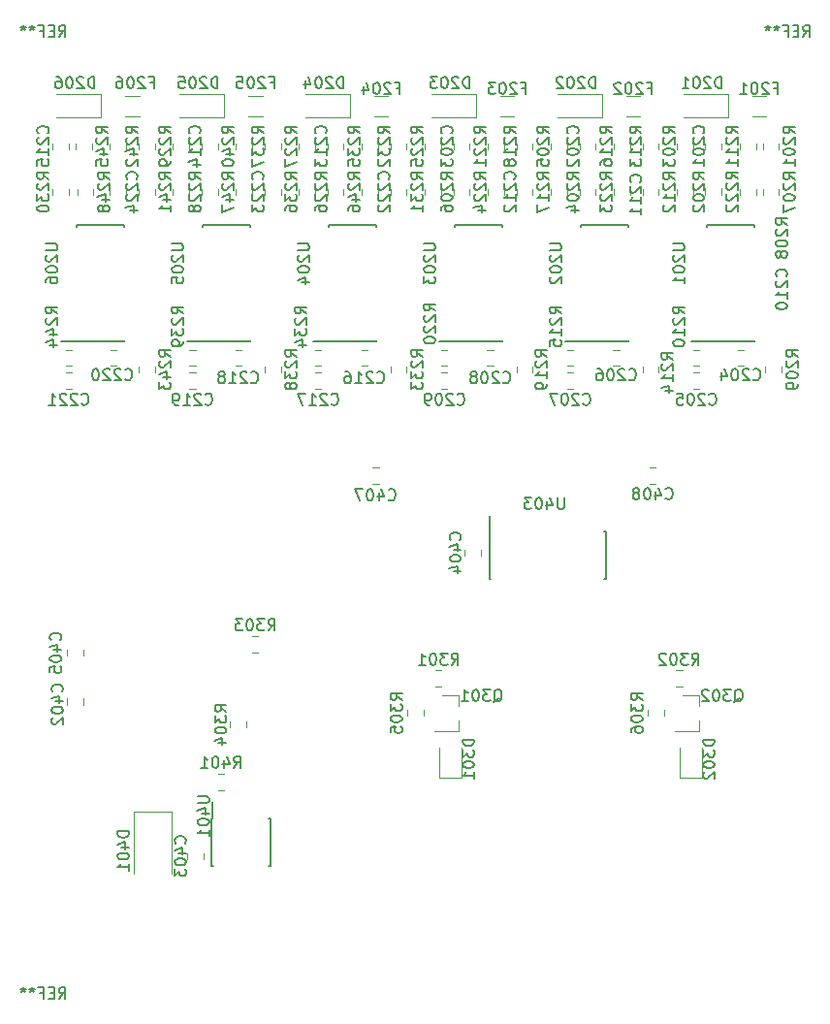
<source format=gbr>
G04 #@! TF.GenerationSoftware,KiCad,Pcbnew,5.1.4-e60b266~84~ubuntu18.04.1*
G04 #@! TF.CreationDate,2019-11-18T12:16:38+01:00*
G04 #@! TF.ProjectId,umi6r2,756d6936-7232-42e6-9b69-6361645f7063,rev?*
G04 #@! TF.SameCoordinates,Original*
G04 #@! TF.FileFunction,Legend,Bot*
G04 #@! TF.FilePolarity,Positive*
%FSLAX46Y46*%
G04 Gerber Fmt 4.6, Leading zero omitted, Abs format (unit mm)*
G04 Created by KiCad (PCBNEW 5.1.4-e60b266~84~ubuntu18.04.1) date 2019-11-18 12:16:38*
%MOMM*%
%LPD*%
G04 APERTURE LIST*
%ADD10C,0.120000*%
%ADD11C,0.150000*%
G04 APERTURE END LIST*
D10*
X67261252Y-132710000D02*
X66738748Y-132710000D01*
X67261252Y-131290000D02*
X66738748Y-131290000D01*
X106790000Y-76761252D02*
X106790000Y-76238748D01*
X108210000Y-76761252D02*
X108210000Y-76238748D01*
X95790000Y-76761252D02*
X95790000Y-76238748D01*
X97210000Y-76761252D02*
X97210000Y-76238748D01*
X84790000Y-76761252D02*
X84790000Y-76238748D01*
X86210000Y-76761252D02*
X86210000Y-76238748D01*
X112611252Y-95710000D02*
X112088748Y-95710000D01*
X112611252Y-94290000D02*
X112088748Y-94290000D01*
X108238748Y-97710000D02*
X108761252Y-97710000D01*
X108238748Y-96290000D02*
X108761252Y-96290000D01*
X101761252Y-95710000D02*
X101238748Y-95710000D01*
X101761252Y-94290000D02*
X101238748Y-94290000D01*
X97238748Y-97710000D02*
X97761252Y-97710000D01*
X97238748Y-96290000D02*
X97761252Y-96290000D01*
X90761252Y-95710000D02*
X90238748Y-95710000D01*
X90761252Y-94290000D02*
X90238748Y-94290000D01*
X86238748Y-97710000D02*
X86761252Y-97710000D01*
X86238748Y-96290000D02*
X86761252Y-96290000D01*
X113710000Y-80761252D02*
X113710000Y-80238748D01*
X112290000Y-80761252D02*
X112290000Y-80238748D01*
X102710000Y-80761252D02*
X102710000Y-80238748D01*
X101290000Y-80761252D02*
X101290000Y-80238748D01*
X91710000Y-80761252D02*
X91710000Y-80238748D01*
X90290000Y-80761252D02*
X90290000Y-80238748D01*
X75210000Y-76761252D02*
X75210000Y-76238748D01*
X73790000Y-76761252D02*
X73790000Y-76238748D01*
X64210000Y-76761252D02*
X64210000Y-76238748D01*
X62790000Y-76761252D02*
X62790000Y-76238748D01*
X52290000Y-76761252D02*
X52290000Y-76238748D01*
X53710000Y-76761252D02*
X53710000Y-76238748D01*
X79761252Y-94290000D02*
X79238748Y-94290000D01*
X79761252Y-95710000D02*
X79238748Y-95710000D01*
X75238748Y-96290000D02*
X75761252Y-96290000D01*
X75238748Y-97710000D02*
X75761252Y-97710000D01*
X68761252Y-95710000D02*
X68238748Y-95710000D01*
X68761252Y-94290000D02*
X68238748Y-94290000D01*
X64238748Y-96290000D02*
X64761252Y-96290000D01*
X64238748Y-97710000D02*
X64761252Y-97710000D01*
X57861252Y-94290000D02*
X57338748Y-94290000D01*
X57861252Y-95710000D02*
X57338748Y-95710000D01*
X53438748Y-96290000D02*
X53961252Y-96290000D01*
X53438748Y-97710000D02*
X53961252Y-97710000D01*
X79290000Y-80761252D02*
X79290000Y-80238748D01*
X80710000Y-80761252D02*
X80710000Y-80238748D01*
X68290000Y-80761252D02*
X68290000Y-80238748D01*
X69710000Y-80761252D02*
X69710000Y-80238748D01*
X58710000Y-80761252D02*
X58710000Y-80238748D01*
X57290000Y-80761252D02*
X57290000Y-80238748D01*
X54960000Y-125261252D02*
X54960000Y-124738748D01*
X53540000Y-125261252D02*
X53540000Y-124738748D01*
X65460000Y-138761252D02*
X65460000Y-138238748D01*
X64040000Y-138761252D02*
X64040000Y-138238748D01*
X89710000Y-112261252D02*
X89710000Y-111738748D01*
X88290000Y-112261252D02*
X88290000Y-111738748D01*
X54960000Y-120488748D02*
X54960000Y-121011252D01*
X53540000Y-120488748D02*
X53540000Y-121011252D01*
X80761252Y-104540000D02*
X80238748Y-104540000D01*
X80761252Y-105960000D02*
X80238748Y-105960000D01*
X104438748Y-104540000D02*
X104961252Y-104540000D01*
X104438748Y-105960000D02*
X104961252Y-105960000D01*
X111250000Y-72000000D02*
X107350000Y-72000000D01*
X111250000Y-74000000D02*
X107350000Y-74000000D01*
X111250000Y-72000000D02*
X111250000Y-74000000D01*
X100250000Y-72000000D02*
X100250000Y-74000000D01*
X100250000Y-74000000D02*
X96350000Y-74000000D01*
X100250000Y-72000000D02*
X96350000Y-72000000D01*
X89250000Y-72000000D02*
X89250000Y-74000000D01*
X89250000Y-74000000D02*
X85350000Y-74000000D01*
X89250000Y-72000000D02*
X85350000Y-72000000D01*
X78250000Y-72000000D02*
X74350000Y-72000000D01*
X78250000Y-74000000D02*
X74350000Y-74000000D01*
X78250000Y-72000000D02*
X78250000Y-74000000D01*
X67250000Y-72000000D02*
X63350000Y-72000000D01*
X67250000Y-74000000D02*
X63350000Y-74000000D01*
X67250000Y-72000000D02*
X67250000Y-74000000D01*
X56500000Y-72000000D02*
X56500000Y-74000000D01*
X56500000Y-74000000D02*
X52600000Y-74000000D01*
X56500000Y-72000000D02*
X52600000Y-72000000D01*
X87960000Y-129000000D02*
X87960000Y-131685000D01*
X87960000Y-131685000D02*
X86040000Y-131685000D01*
X86040000Y-131685000D02*
X86040000Y-129000000D01*
X107040000Y-131685000D02*
X107040000Y-129000000D01*
X108960000Y-131685000D02*
X107040000Y-131685000D01*
X108960000Y-129000000D02*
X108960000Y-131685000D01*
X59350000Y-134600000D02*
X62650000Y-134600000D01*
X62650000Y-134600000D02*
X62650000Y-140000000D01*
X59350000Y-134600000D02*
X59350000Y-140000000D01*
X113397936Y-73910000D02*
X114602064Y-73910000D01*
X113397936Y-72090000D02*
X114602064Y-72090000D01*
X102397936Y-72090000D02*
X103602064Y-72090000D01*
X102397936Y-73910000D02*
X103602064Y-73910000D01*
X91397936Y-72090000D02*
X92602064Y-72090000D01*
X91397936Y-73910000D02*
X92602064Y-73910000D01*
X80397936Y-73910000D02*
X81602064Y-73910000D01*
X80397936Y-72090000D02*
X81602064Y-72090000D01*
X69397936Y-72090000D02*
X70602064Y-72090000D01*
X69397936Y-73910000D02*
X70602064Y-73910000D01*
X58647936Y-73910000D02*
X59852064Y-73910000D01*
X58647936Y-72090000D02*
X59852064Y-72090000D01*
X87760000Y-124420000D02*
X87760000Y-125350000D01*
X87760000Y-127580000D02*
X87760000Y-126650000D01*
X87760000Y-127580000D02*
X85600000Y-127580000D01*
X87760000Y-124420000D02*
X86300000Y-124420000D01*
X108760000Y-124420000D02*
X107300000Y-124420000D01*
X108760000Y-127580000D02*
X106600000Y-127580000D01*
X108760000Y-127580000D02*
X108760000Y-126650000D01*
X108760000Y-124420000D02*
X108760000Y-125350000D01*
X114290000Y-76761252D02*
X114290000Y-76238748D01*
X115710000Y-76761252D02*
X115710000Y-76238748D01*
X106790000Y-80761252D02*
X106790000Y-80238748D01*
X108210000Y-80761252D02*
X108210000Y-80238748D01*
X105210000Y-76761252D02*
X105210000Y-76238748D01*
X103790000Y-76761252D02*
X103790000Y-76238748D01*
X95790000Y-80761252D02*
X95790000Y-80238748D01*
X97210000Y-80761252D02*
X97210000Y-80238748D01*
X94210000Y-76761252D02*
X94210000Y-76238748D01*
X92790000Y-76761252D02*
X92790000Y-76238748D01*
X84790000Y-80761252D02*
X84790000Y-80238748D01*
X86210000Y-80761252D02*
X86210000Y-80238748D01*
X115710000Y-80761252D02*
X115710000Y-80238748D01*
X114290000Y-80761252D02*
X114290000Y-80238748D01*
X112290000Y-76761252D02*
X112290000Y-76238748D01*
X113710000Y-76761252D02*
X113710000Y-76238748D01*
X115960000Y-96261252D02*
X115960000Y-95738748D01*
X114540000Y-96261252D02*
X114540000Y-95738748D01*
X108761252Y-95710000D02*
X108238748Y-95710000D01*
X108761252Y-94290000D02*
X108238748Y-94290000D01*
X110710000Y-76761252D02*
X110710000Y-76238748D01*
X109290000Y-76761252D02*
X109290000Y-76238748D01*
X105210000Y-80761252D02*
X105210000Y-80238748D01*
X103790000Y-80761252D02*
X103790000Y-80238748D01*
X101290000Y-76761252D02*
X101290000Y-76238748D01*
X102710000Y-76761252D02*
X102710000Y-76238748D01*
X105210000Y-96261252D02*
X105210000Y-95738748D01*
X103790000Y-96261252D02*
X103790000Y-95738748D01*
X97761252Y-94290000D02*
X97238748Y-94290000D01*
X97761252Y-95710000D02*
X97238748Y-95710000D01*
X99710000Y-76761252D02*
X99710000Y-76238748D01*
X98290000Y-76761252D02*
X98290000Y-76238748D01*
X92790000Y-80761252D02*
X92790000Y-80238748D01*
X94210000Y-80761252D02*
X94210000Y-80238748D01*
X90290000Y-76761252D02*
X90290000Y-76238748D01*
X91710000Y-76761252D02*
X91710000Y-76238748D01*
X94210000Y-96261252D02*
X94210000Y-95738748D01*
X92790000Y-96261252D02*
X92790000Y-95738748D01*
X86761252Y-94290000D02*
X86238748Y-94290000D01*
X86761252Y-95710000D02*
X86238748Y-95710000D01*
X88710000Y-76761252D02*
X88710000Y-76238748D01*
X87290000Y-76761252D02*
X87290000Y-76238748D01*
X109290000Y-80736252D02*
X109290000Y-80213748D01*
X110710000Y-80736252D02*
X110710000Y-80213748D01*
X98290000Y-80761252D02*
X98290000Y-80238748D01*
X99710000Y-80761252D02*
X99710000Y-80238748D01*
X87290000Y-80761252D02*
X87290000Y-80238748D01*
X88710000Y-80761252D02*
X88710000Y-80238748D01*
X81790000Y-76761252D02*
X81790000Y-76238748D01*
X83210000Y-76761252D02*
X83210000Y-76238748D01*
X75210000Y-80761252D02*
X75210000Y-80238748D01*
X73790000Y-80761252D02*
X73790000Y-80238748D01*
X70790000Y-76761252D02*
X70790000Y-76238748D01*
X72210000Y-76761252D02*
X72210000Y-76238748D01*
X64210000Y-80761252D02*
X64210000Y-80238748D01*
X62790000Y-80761252D02*
X62790000Y-80238748D01*
X61210000Y-76761252D02*
X61210000Y-76238748D01*
X59790000Y-76761252D02*
X59790000Y-76238748D01*
X52290000Y-80761252D02*
X52290000Y-80238748D01*
X53710000Y-80761252D02*
X53710000Y-80238748D01*
X83210000Y-80761252D02*
X83210000Y-80238748D01*
X81790000Y-80761252D02*
X81790000Y-80238748D01*
X80710000Y-76761252D02*
X80710000Y-76238748D01*
X79290000Y-76761252D02*
X79290000Y-76238748D01*
X81790000Y-96261252D02*
X81790000Y-95738748D01*
X83210000Y-96261252D02*
X83210000Y-95738748D01*
X75761252Y-94290000D02*
X75238748Y-94290000D01*
X75761252Y-95710000D02*
X75238748Y-95710000D01*
X77710000Y-76761252D02*
X77710000Y-76238748D01*
X76290000Y-76761252D02*
X76290000Y-76238748D01*
X70790000Y-80761252D02*
X70790000Y-80238748D01*
X72210000Y-80761252D02*
X72210000Y-80238748D01*
X68290000Y-76761252D02*
X68290000Y-76238748D01*
X69710000Y-76761252D02*
X69710000Y-76238748D01*
X70790000Y-96261252D02*
X70790000Y-95738748D01*
X72210000Y-96261252D02*
X72210000Y-95738748D01*
X64761252Y-95710000D02*
X64238748Y-95710000D01*
X64761252Y-94290000D02*
X64238748Y-94290000D01*
X66710000Y-76761252D02*
X66710000Y-76238748D01*
X65290000Y-76761252D02*
X65290000Y-76238748D01*
X61210000Y-80761252D02*
X61210000Y-80238748D01*
X59790000Y-80761252D02*
X59790000Y-80238748D01*
X57290000Y-76761252D02*
X57290000Y-76238748D01*
X58710000Y-76761252D02*
X58710000Y-76238748D01*
X59790000Y-96261252D02*
X59790000Y-95738748D01*
X61210000Y-96261252D02*
X61210000Y-95738748D01*
X53961252Y-95710000D02*
X53438748Y-95710000D01*
X53961252Y-94290000D02*
X53438748Y-94290000D01*
X54290000Y-76761252D02*
X54290000Y-76238748D01*
X55710000Y-76761252D02*
X55710000Y-76238748D01*
X77710000Y-80761252D02*
X77710000Y-80238748D01*
X76290000Y-80761252D02*
X76290000Y-80238748D01*
X65290000Y-80761252D02*
X65290000Y-80238748D01*
X66710000Y-80761252D02*
X66710000Y-80238748D01*
X55860000Y-80761252D02*
X55860000Y-80238748D01*
X54440000Y-80761252D02*
X54440000Y-80238748D01*
X86261252Y-123710000D02*
X85738748Y-123710000D01*
X86261252Y-122290000D02*
X85738748Y-122290000D01*
X107261252Y-122290000D02*
X106738748Y-122290000D01*
X107261252Y-123710000D02*
X106738748Y-123710000D01*
X70261252Y-119290000D02*
X69738748Y-119290000D01*
X70261252Y-120710000D02*
X69738748Y-120710000D01*
X67790000Y-127261252D02*
X67790000Y-126738748D01*
X69210000Y-127261252D02*
X69210000Y-126738748D01*
X83290000Y-125738748D02*
X83290000Y-126261252D01*
X84710000Y-125738748D02*
X84710000Y-126261252D01*
X104290000Y-125738748D02*
X104290000Y-126261252D01*
X105710000Y-125738748D02*
X105710000Y-126261252D01*
D11*
X109425000Y-93575000D02*
X109425000Y-93550000D01*
X113575000Y-93575000D02*
X113575000Y-93470000D01*
X113575000Y-83425000D02*
X113575000Y-83530000D01*
X109425000Y-83425000D02*
X109425000Y-83530000D01*
X109425000Y-93575000D02*
X113575000Y-93575000D01*
X109425000Y-83425000D02*
X113575000Y-83425000D01*
X109425000Y-93550000D02*
X108050000Y-93550000D01*
X98425000Y-93550000D02*
X97050000Y-93550000D01*
X98425000Y-83425000D02*
X102575000Y-83425000D01*
X98425000Y-93575000D02*
X102575000Y-93575000D01*
X98425000Y-83425000D02*
X98425000Y-83530000D01*
X102575000Y-83425000D02*
X102575000Y-83530000D01*
X102575000Y-93575000D02*
X102575000Y-93470000D01*
X98425000Y-93575000D02*
X98425000Y-93550000D01*
X87425000Y-93575000D02*
X87425000Y-93550000D01*
X91575000Y-93575000D02*
X91575000Y-93470000D01*
X91575000Y-83425000D02*
X91575000Y-83530000D01*
X87425000Y-83425000D02*
X87425000Y-83530000D01*
X87425000Y-93575000D02*
X91575000Y-93575000D01*
X87425000Y-83425000D02*
X91575000Y-83425000D01*
X87425000Y-93550000D02*
X86050000Y-93550000D01*
X76425000Y-93550000D02*
X75050000Y-93550000D01*
X76425000Y-83425000D02*
X80575000Y-83425000D01*
X76425000Y-93575000D02*
X80575000Y-93575000D01*
X76425000Y-83425000D02*
X76425000Y-83530000D01*
X80575000Y-83425000D02*
X80575000Y-83530000D01*
X80575000Y-93575000D02*
X80575000Y-93470000D01*
X76425000Y-93575000D02*
X76425000Y-93550000D01*
X65425000Y-93575000D02*
X65425000Y-93550000D01*
X69575000Y-93575000D02*
X69575000Y-93470000D01*
X69575000Y-83425000D02*
X69575000Y-83530000D01*
X65425000Y-83425000D02*
X65425000Y-83530000D01*
X65425000Y-93575000D02*
X69575000Y-93575000D01*
X65425000Y-83425000D02*
X69575000Y-83425000D01*
X65425000Y-93550000D02*
X64050000Y-93550000D01*
X54425000Y-93550000D02*
X53050000Y-93550000D01*
X54425000Y-83425000D02*
X58575000Y-83425000D01*
X54425000Y-93575000D02*
X58575000Y-93575000D01*
X54425000Y-83425000D02*
X54425000Y-83530000D01*
X58575000Y-83425000D02*
X58575000Y-83530000D01*
X58575000Y-93575000D02*
X58575000Y-93470000D01*
X54425000Y-93575000D02*
X54425000Y-93550000D01*
X66175000Y-135175000D02*
X66225000Y-135175000D01*
X66175000Y-139325000D02*
X66320000Y-139325000D01*
X71325000Y-139325000D02*
X71180000Y-139325000D01*
X71325000Y-135175000D02*
X71180000Y-135175000D01*
X66175000Y-135175000D02*
X66175000Y-139325000D01*
X71325000Y-135175000D02*
X71325000Y-139325000D01*
X66225000Y-135175000D02*
X66225000Y-133775000D01*
X90425000Y-110175000D02*
X90450000Y-110175000D01*
X90425000Y-114325000D02*
X90530000Y-114325000D01*
X100575000Y-114325000D02*
X100470000Y-114325000D01*
X100575000Y-110175000D02*
X100470000Y-110175000D01*
X90425000Y-110175000D02*
X90425000Y-114325000D01*
X100575000Y-110175000D02*
X100575000Y-114325000D01*
X90450000Y-110175000D02*
X90450000Y-108800000D01*
X52833333Y-150952380D02*
X53166666Y-150476190D01*
X53404761Y-150952380D02*
X53404761Y-149952380D01*
X53023809Y-149952380D01*
X52928571Y-150000000D01*
X52880952Y-150047619D01*
X52833333Y-150142857D01*
X52833333Y-150285714D01*
X52880952Y-150380952D01*
X52928571Y-150428571D01*
X53023809Y-150476190D01*
X53404761Y-150476190D01*
X52404761Y-150428571D02*
X52071428Y-150428571D01*
X51928571Y-150952380D02*
X52404761Y-150952380D01*
X52404761Y-149952380D01*
X51928571Y-149952380D01*
X51166666Y-150428571D02*
X51500000Y-150428571D01*
X51500000Y-150952380D02*
X51500000Y-149952380D01*
X51023809Y-149952380D01*
X50500000Y-149952380D02*
X50500000Y-150190476D01*
X50738095Y-150095238D02*
X50500000Y-150190476D01*
X50261904Y-150095238D01*
X50642857Y-150380952D02*
X50500000Y-150190476D01*
X50357142Y-150380952D01*
X49738095Y-149952380D02*
X49738095Y-150190476D01*
X49976190Y-150095238D02*
X49738095Y-150190476D01*
X49500000Y-150095238D01*
X49880952Y-150380952D02*
X49738095Y-150190476D01*
X49595238Y-150380952D01*
X117833333Y-66952380D02*
X118166666Y-66476190D01*
X118404761Y-66952380D02*
X118404761Y-65952380D01*
X118023809Y-65952380D01*
X117928571Y-66000000D01*
X117880952Y-66047619D01*
X117833333Y-66142857D01*
X117833333Y-66285714D01*
X117880952Y-66380952D01*
X117928571Y-66428571D01*
X118023809Y-66476190D01*
X118404761Y-66476190D01*
X117404761Y-66428571D02*
X117071428Y-66428571D01*
X116928571Y-66952380D02*
X117404761Y-66952380D01*
X117404761Y-65952380D01*
X116928571Y-65952380D01*
X116166666Y-66428571D02*
X116500000Y-66428571D01*
X116500000Y-66952380D02*
X116500000Y-65952380D01*
X116023809Y-65952380D01*
X115500000Y-65952380D02*
X115500000Y-66190476D01*
X115738095Y-66095238D02*
X115500000Y-66190476D01*
X115261904Y-66095238D01*
X115642857Y-66380952D02*
X115500000Y-66190476D01*
X115357142Y-66380952D01*
X114738095Y-65952380D02*
X114738095Y-66190476D01*
X114976190Y-66095238D02*
X114738095Y-66190476D01*
X114500000Y-66095238D01*
X114880952Y-66380952D02*
X114738095Y-66190476D01*
X114595238Y-66380952D01*
X52833333Y-66952380D02*
X53166666Y-66476190D01*
X53404761Y-66952380D02*
X53404761Y-65952380D01*
X53023809Y-65952380D01*
X52928571Y-66000000D01*
X52880952Y-66047619D01*
X52833333Y-66142857D01*
X52833333Y-66285714D01*
X52880952Y-66380952D01*
X52928571Y-66428571D01*
X53023809Y-66476190D01*
X53404761Y-66476190D01*
X52404761Y-66428571D02*
X52071428Y-66428571D01*
X51928571Y-66952380D02*
X52404761Y-66952380D01*
X52404761Y-65952380D01*
X51928571Y-65952380D01*
X51166666Y-66428571D02*
X51500000Y-66428571D01*
X51500000Y-66952380D02*
X51500000Y-65952380D01*
X51023809Y-65952380D01*
X50500000Y-65952380D02*
X50500000Y-66190476D01*
X50738095Y-66095238D02*
X50500000Y-66190476D01*
X50261904Y-66095238D01*
X50642857Y-66380952D02*
X50500000Y-66190476D01*
X50357142Y-66380952D01*
X49738095Y-65952380D02*
X49738095Y-66190476D01*
X49976190Y-66095238D02*
X49738095Y-66190476D01*
X49500000Y-66095238D01*
X49880952Y-66380952D02*
X49738095Y-66190476D01*
X49595238Y-66380952D01*
X68119047Y-130802380D02*
X68452380Y-130326190D01*
X68690476Y-130802380D02*
X68690476Y-129802380D01*
X68309523Y-129802380D01*
X68214285Y-129850000D01*
X68166666Y-129897619D01*
X68119047Y-129992857D01*
X68119047Y-130135714D01*
X68166666Y-130230952D01*
X68214285Y-130278571D01*
X68309523Y-130326190D01*
X68690476Y-130326190D01*
X67261904Y-130135714D02*
X67261904Y-130802380D01*
X67500000Y-129754761D02*
X67738095Y-130469047D01*
X67119047Y-130469047D01*
X66547619Y-129802380D02*
X66452380Y-129802380D01*
X66357142Y-129850000D01*
X66309523Y-129897619D01*
X66261904Y-129992857D01*
X66214285Y-130183333D01*
X66214285Y-130421428D01*
X66261904Y-130611904D01*
X66309523Y-130707142D01*
X66357142Y-130754761D01*
X66452380Y-130802380D01*
X66547619Y-130802380D01*
X66642857Y-130754761D01*
X66690476Y-130707142D01*
X66738095Y-130611904D01*
X66785714Y-130421428D01*
X66785714Y-130183333D01*
X66738095Y-129992857D01*
X66690476Y-129897619D01*
X66642857Y-129850000D01*
X66547619Y-129802380D01*
X65261904Y-130802380D02*
X65833333Y-130802380D01*
X65547619Y-130802380D02*
X65547619Y-129802380D01*
X65642857Y-129945238D01*
X65738095Y-130040476D01*
X65833333Y-130088095D01*
X109107142Y-75380952D02*
X109154761Y-75333333D01*
X109202380Y-75190476D01*
X109202380Y-75095238D01*
X109154761Y-74952380D01*
X109059523Y-74857142D01*
X108964285Y-74809523D01*
X108773809Y-74761904D01*
X108630952Y-74761904D01*
X108440476Y-74809523D01*
X108345238Y-74857142D01*
X108250000Y-74952380D01*
X108202380Y-75095238D01*
X108202380Y-75190476D01*
X108250000Y-75333333D01*
X108297619Y-75380952D01*
X108297619Y-75761904D02*
X108250000Y-75809523D01*
X108202380Y-75904761D01*
X108202380Y-76142857D01*
X108250000Y-76238095D01*
X108297619Y-76285714D01*
X108392857Y-76333333D01*
X108488095Y-76333333D01*
X108630952Y-76285714D01*
X109202380Y-75714285D01*
X109202380Y-76333333D01*
X108202380Y-76952380D02*
X108202380Y-77047619D01*
X108250000Y-77142857D01*
X108297619Y-77190476D01*
X108392857Y-77238095D01*
X108583333Y-77285714D01*
X108821428Y-77285714D01*
X109011904Y-77238095D01*
X109107142Y-77190476D01*
X109154761Y-77142857D01*
X109202380Y-77047619D01*
X109202380Y-76952380D01*
X109154761Y-76857142D01*
X109107142Y-76809523D01*
X109011904Y-76761904D01*
X108821428Y-76714285D01*
X108583333Y-76714285D01*
X108392857Y-76761904D01*
X108297619Y-76809523D01*
X108250000Y-76857142D01*
X108202380Y-76952380D01*
X109202380Y-78238095D02*
X109202380Y-77666666D01*
X109202380Y-77952380D02*
X108202380Y-77952380D01*
X108345238Y-77857142D01*
X108440476Y-77761904D01*
X108488095Y-77666666D01*
X98107142Y-75380952D02*
X98154761Y-75333333D01*
X98202380Y-75190476D01*
X98202380Y-75095238D01*
X98154761Y-74952380D01*
X98059523Y-74857142D01*
X97964285Y-74809523D01*
X97773809Y-74761904D01*
X97630952Y-74761904D01*
X97440476Y-74809523D01*
X97345238Y-74857142D01*
X97250000Y-74952380D01*
X97202380Y-75095238D01*
X97202380Y-75190476D01*
X97250000Y-75333333D01*
X97297619Y-75380952D01*
X97297619Y-75761904D02*
X97250000Y-75809523D01*
X97202380Y-75904761D01*
X97202380Y-76142857D01*
X97250000Y-76238095D01*
X97297619Y-76285714D01*
X97392857Y-76333333D01*
X97488095Y-76333333D01*
X97630952Y-76285714D01*
X98202380Y-75714285D01*
X98202380Y-76333333D01*
X97202380Y-76952380D02*
X97202380Y-77047619D01*
X97250000Y-77142857D01*
X97297619Y-77190476D01*
X97392857Y-77238095D01*
X97583333Y-77285714D01*
X97821428Y-77285714D01*
X98011904Y-77238095D01*
X98107142Y-77190476D01*
X98154761Y-77142857D01*
X98202380Y-77047619D01*
X98202380Y-76952380D01*
X98154761Y-76857142D01*
X98107142Y-76809523D01*
X98011904Y-76761904D01*
X97821428Y-76714285D01*
X97583333Y-76714285D01*
X97392857Y-76761904D01*
X97297619Y-76809523D01*
X97250000Y-76857142D01*
X97202380Y-76952380D01*
X97297619Y-77666666D02*
X97250000Y-77714285D01*
X97202380Y-77809523D01*
X97202380Y-78047619D01*
X97250000Y-78142857D01*
X97297619Y-78190476D01*
X97392857Y-78238095D01*
X97488095Y-78238095D01*
X97630952Y-78190476D01*
X98202380Y-77619047D01*
X98202380Y-78238095D01*
X87107142Y-75380952D02*
X87154761Y-75333333D01*
X87202380Y-75190476D01*
X87202380Y-75095238D01*
X87154761Y-74952380D01*
X87059523Y-74857142D01*
X86964285Y-74809523D01*
X86773809Y-74761904D01*
X86630952Y-74761904D01*
X86440476Y-74809523D01*
X86345238Y-74857142D01*
X86250000Y-74952380D01*
X86202380Y-75095238D01*
X86202380Y-75190476D01*
X86250000Y-75333333D01*
X86297619Y-75380952D01*
X86297619Y-75761904D02*
X86250000Y-75809523D01*
X86202380Y-75904761D01*
X86202380Y-76142857D01*
X86250000Y-76238095D01*
X86297619Y-76285714D01*
X86392857Y-76333333D01*
X86488095Y-76333333D01*
X86630952Y-76285714D01*
X87202380Y-75714285D01*
X87202380Y-76333333D01*
X86202380Y-76952380D02*
X86202380Y-77047619D01*
X86250000Y-77142857D01*
X86297619Y-77190476D01*
X86392857Y-77238095D01*
X86583333Y-77285714D01*
X86821428Y-77285714D01*
X87011904Y-77238095D01*
X87107142Y-77190476D01*
X87154761Y-77142857D01*
X87202380Y-77047619D01*
X87202380Y-76952380D01*
X87154761Y-76857142D01*
X87107142Y-76809523D01*
X87011904Y-76761904D01*
X86821428Y-76714285D01*
X86583333Y-76714285D01*
X86392857Y-76761904D01*
X86297619Y-76809523D01*
X86250000Y-76857142D01*
X86202380Y-76952380D01*
X86202380Y-77619047D02*
X86202380Y-78238095D01*
X86583333Y-77904761D01*
X86583333Y-78047619D01*
X86630952Y-78142857D01*
X86678571Y-78190476D01*
X86773809Y-78238095D01*
X87011904Y-78238095D01*
X87107142Y-78190476D01*
X87154761Y-78142857D01*
X87202380Y-78047619D01*
X87202380Y-77761904D01*
X87154761Y-77666666D01*
X87107142Y-77619047D01*
X113469047Y-96857142D02*
X113516666Y-96904761D01*
X113659523Y-96952380D01*
X113754761Y-96952380D01*
X113897619Y-96904761D01*
X113992857Y-96809523D01*
X114040476Y-96714285D01*
X114088095Y-96523809D01*
X114088095Y-96380952D01*
X114040476Y-96190476D01*
X113992857Y-96095238D01*
X113897619Y-96000000D01*
X113754761Y-95952380D01*
X113659523Y-95952380D01*
X113516666Y-96000000D01*
X113469047Y-96047619D01*
X113088095Y-96047619D02*
X113040476Y-96000000D01*
X112945238Y-95952380D01*
X112707142Y-95952380D01*
X112611904Y-96000000D01*
X112564285Y-96047619D01*
X112516666Y-96142857D01*
X112516666Y-96238095D01*
X112564285Y-96380952D01*
X113135714Y-96952380D01*
X112516666Y-96952380D01*
X111897619Y-95952380D02*
X111802380Y-95952380D01*
X111707142Y-96000000D01*
X111659523Y-96047619D01*
X111611904Y-96142857D01*
X111564285Y-96333333D01*
X111564285Y-96571428D01*
X111611904Y-96761904D01*
X111659523Y-96857142D01*
X111707142Y-96904761D01*
X111802380Y-96952380D01*
X111897619Y-96952380D01*
X111992857Y-96904761D01*
X112040476Y-96857142D01*
X112088095Y-96761904D01*
X112135714Y-96571428D01*
X112135714Y-96333333D01*
X112088095Y-96142857D01*
X112040476Y-96047619D01*
X111992857Y-96000000D01*
X111897619Y-95952380D01*
X110707142Y-96285714D02*
X110707142Y-96952380D01*
X110945238Y-95904761D02*
X111183333Y-96619047D01*
X110564285Y-96619047D01*
X109619047Y-99007142D02*
X109666666Y-99054761D01*
X109809523Y-99102380D01*
X109904761Y-99102380D01*
X110047619Y-99054761D01*
X110142857Y-98959523D01*
X110190476Y-98864285D01*
X110238095Y-98673809D01*
X110238095Y-98530952D01*
X110190476Y-98340476D01*
X110142857Y-98245238D01*
X110047619Y-98150000D01*
X109904761Y-98102380D01*
X109809523Y-98102380D01*
X109666666Y-98150000D01*
X109619047Y-98197619D01*
X109238095Y-98197619D02*
X109190476Y-98150000D01*
X109095238Y-98102380D01*
X108857142Y-98102380D01*
X108761904Y-98150000D01*
X108714285Y-98197619D01*
X108666666Y-98292857D01*
X108666666Y-98388095D01*
X108714285Y-98530952D01*
X109285714Y-99102380D01*
X108666666Y-99102380D01*
X108047619Y-98102380D02*
X107952380Y-98102380D01*
X107857142Y-98150000D01*
X107809523Y-98197619D01*
X107761904Y-98292857D01*
X107714285Y-98483333D01*
X107714285Y-98721428D01*
X107761904Y-98911904D01*
X107809523Y-99007142D01*
X107857142Y-99054761D01*
X107952380Y-99102380D01*
X108047619Y-99102380D01*
X108142857Y-99054761D01*
X108190476Y-99007142D01*
X108238095Y-98911904D01*
X108285714Y-98721428D01*
X108285714Y-98483333D01*
X108238095Y-98292857D01*
X108190476Y-98197619D01*
X108142857Y-98150000D01*
X108047619Y-98102380D01*
X106809523Y-98102380D02*
X107285714Y-98102380D01*
X107333333Y-98578571D01*
X107285714Y-98530952D01*
X107190476Y-98483333D01*
X106952380Y-98483333D01*
X106857142Y-98530952D01*
X106809523Y-98578571D01*
X106761904Y-98673809D01*
X106761904Y-98911904D01*
X106809523Y-99007142D01*
X106857142Y-99054761D01*
X106952380Y-99102380D01*
X107190476Y-99102380D01*
X107285714Y-99054761D01*
X107333333Y-99007142D01*
X102619047Y-96857142D02*
X102666666Y-96904761D01*
X102809523Y-96952380D01*
X102904761Y-96952380D01*
X103047619Y-96904761D01*
X103142857Y-96809523D01*
X103190476Y-96714285D01*
X103238095Y-96523809D01*
X103238095Y-96380952D01*
X103190476Y-96190476D01*
X103142857Y-96095238D01*
X103047619Y-96000000D01*
X102904761Y-95952380D01*
X102809523Y-95952380D01*
X102666666Y-96000000D01*
X102619047Y-96047619D01*
X102238095Y-96047619D02*
X102190476Y-96000000D01*
X102095238Y-95952380D01*
X101857142Y-95952380D01*
X101761904Y-96000000D01*
X101714285Y-96047619D01*
X101666666Y-96142857D01*
X101666666Y-96238095D01*
X101714285Y-96380952D01*
X102285714Y-96952380D01*
X101666666Y-96952380D01*
X101047619Y-95952380D02*
X100952380Y-95952380D01*
X100857142Y-96000000D01*
X100809523Y-96047619D01*
X100761904Y-96142857D01*
X100714285Y-96333333D01*
X100714285Y-96571428D01*
X100761904Y-96761904D01*
X100809523Y-96857142D01*
X100857142Y-96904761D01*
X100952380Y-96952380D01*
X101047619Y-96952380D01*
X101142857Y-96904761D01*
X101190476Y-96857142D01*
X101238095Y-96761904D01*
X101285714Y-96571428D01*
X101285714Y-96333333D01*
X101238095Y-96142857D01*
X101190476Y-96047619D01*
X101142857Y-96000000D01*
X101047619Y-95952380D01*
X99857142Y-95952380D02*
X100047619Y-95952380D01*
X100142857Y-96000000D01*
X100190476Y-96047619D01*
X100285714Y-96190476D01*
X100333333Y-96380952D01*
X100333333Y-96761904D01*
X100285714Y-96857142D01*
X100238095Y-96904761D01*
X100142857Y-96952380D01*
X99952380Y-96952380D01*
X99857142Y-96904761D01*
X99809523Y-96857142D01*
X99761904Y-96761904D01*
X99761904Y-96523809D01*
X99809523Y-96428571D01*
X99857142Y-96380952D01*
X99952380Y-96333333D01*
X100142857Y-96333333D01*
X100238095Y-96380952D01*
X100285714Y-96428571D01*
X100333333Y-96523809D01*
X98619047Y-99007142D02*
X98666666Y-99054761D01*
X98809523Y-99102380D01*
X98904761Y-99102380D01*
X99047619Y-99054761D01*
X99142857Y-98959523D01*
X99190476Y-98864285D01*
X99238095Y-98673809D01*
X99238095Y-98530952D01*
X99190476Y-98340476D01*
X99142857Y-98245238D01*
X99047619Y-98150000D01*
X98904761Y-98102380D01*
X98809523Y-98102380D01*
X98666666Y-98150000D01*
X98619047Y-98197619D01*
X98238095Y-98197619D02*
X98190476Y-98150000D01*
X98095238Y-98102380D01*
X97857142Y-98102380D01*
X97761904Y-98150000D01*
X97714285Y-98197619D01*
X97666666Y-98292857D01*
X97666666Y-98388095D01*
X97714285Y-98530952D01*
X98285714Y-99102380D01*
X97666666Y-99102380D01*
X97047619Y-98102380D02*
X96952380Y-98102380D01*
X96857142Y-98150000D01*
X96809523Y-98197619D01*
X96761904Y-98292857D01*
X96714285Y-98483333D01*
X96714285Y-98721428D01*
X96761904Y-98911904D01*
X96809523Y-99007142D01*
X96857142Y-99054761D01*
X96952380Y-99102380D01*
X97047619Y-99102380D01*
X97142857Y-99054761D01*
X97190476Y-99007142D01*
X97238095Y-98911904D01*
X97285714Y-98721428D01*
X97285714Y-98483333D01*
X97238095Y-98292857D01*
X97190476Y-98197619D01*
X97142857Y-98150000D01*
X97047619Y-98102380D01*
X96380952Y-98102380D02*
X95714285Y-98102380D01*
X96142857Y-99102380D01*
X91619047Y-97107142D02*
X91666666Y-97154761D01*
X91809523Y-97202380D01*
X91904761Y-97202380D01*
X92047619Y-97154761D01*
X92142857Y-97059523D01*
X92190476Y-96964285D01*
X92238095Y-96773809D01*
X92238095Y-96630952D01*
X92190476Y-96440476D01*
X92142857Y-96345238D01*
X92047619Y-96250000D01*
X91904761Y-96202380D01*
X91809523Y-96202380D01*
X91666666Y-96250000D01*
X91619047Y-96297619D01*
X91238095Y-96297619D02*
X91190476Y-96250000D01*
X91095238Y-96202380D01*
X90857142Y-96202380D01*
X90761904Y-96250000D01*
X90714285Y-96297619D01*
X90666666Y-96392857D01*
X90666666Y-96488095D01*
X90714285Y-96630952D01*
X91285714Y-97202380D01*
X90666666Y-97202380D01*
X90047619Y-96202380D02*
X89952380Y-96202380D01*
X89857142Y-96250000D01*
X89809523Y-96297619D01*
X89761904Y-96392857D01*
X89714285Y-96583333D01*
X89714285Y-96821428D01*
X89761904Y-97011904D01*
X89809523Y-97107142D01*
X89857142Y-97154761D01*
X89952380Y-97202380D01*
X90047619Y-97202380D01*
X90142857Y-97154761D01*
X90190476Y-97107142D01*
X90238095Y-97011904D01*
X90285714Y-96821428D01*
X90285714Y-96583333D01*
X90238095Y-96392857D01*
X90190476Y-96297619D01*
X90142857Y-96250000D01*
X90047619Y-96202380D01*
X89142857Y-96630952D02*
X89238095Y-96583333D01*
X89285714Y-96535714D01*
X89333333Y-96440476D01*
X89333333Y-96392857D01*
X89285714Y-96297619D01*
X89238095Y-96250000D01*
X89142857Y-96202380D01*
X88952380Y-96202380D01*
X88857142Y-96250000D01*
X88809523Y-96297619D01*
X88761904Y-96392857D01*
X88761904Y-96440476D01*
X88809523Y-96535714D01*
X88857142Y-96583333D01*
X88952380Y-96630952D01*
X89142857Y-96630952D01*
X89238095Y-96678571D01*
X89285714Y-96726190D01*
X89333333Y-96821428D01*
X89333333Y-97011904D01*
X89285714Y-97107142D01*
X89238095Y-97154761D01*
X89142857Y-97202380D01*
X88952380Y-97202380D01*
X88857142Y-97154761D01*
X88809523Y-97107142D01*
X88761904Y-97011904D01*
X88761904Y-96821428D01*
X88809523Y-96726190D01*
X88857142Y-96678571D01*
X88952380Y-96630952D01*
X87619047Y-99007142D02*
X87666666Y-99054761D01*
X87809523Y-99102380D01*
X87904761Y-99102380D01*
X88047619Y-99054761D01*
X88142857Y-98959523D01*
X88190476Y-98864285D01*
X88238095Y-98673809D01*
X88238095Y-98530952D01*
X88190476Y-98340476D01*
X88142857Y-98245238D01*
X88047619Y-98150000D01*
X87904761Y-98102380D01*
X87809523Y-98102380D01*
X87666666Y-98150000D01*
X87619047Y-98197619D01*
X87238095Y-98197619D02*
X87190476Y-98150000D01*
X87095238Y-98102380D01*
X86857142Y-98102380D01*
X86761904Y-98150000D01*
X86714285Y-98197619D01*
X86666666Y-98292857D01*
X86666666Y-98388095D01*
X86714285Y-98530952D01*
X87285714Y-99102380D01*
X86666666Y-99102380D01*
X86047619Y-98102380D02*
X85952380Y-98102380D01*
X85857142Y-98150000D01*
X85809523Y-98197619D01*
X85761904Y-98292857D01*
X85714285Y-98483333D01*
X85714285Y-98721428D01*
X85761904Y-98911904D01*
X85809523Y-99007142D01*
X85857142Y-99054761D01*
X85952380Y-99102380D01*
X86047619Y-99102380D01*
X86142857Y-99054761D01*
X86190476Y-99007142D01*
X86238095Y-98911904D01*
X86285714Y-98721428D01*
X86285714Y-98483333D01*
X86238095Y-98292857D01*
X86190476Y-98197619D01*
X86142857Y-98150000D01*
X86047619Y-98102380D01*
X85238095Y-99102380D02*
X85047619Y-99102380D01*
X84952380Y-99054761D01*
X84904761Y-99007142D01*
X84809523Y-98864285D01*
X84761904Y-98673809D01*
X84761904Y-98292857D01*
X84809523Y-98197619D01*
X84857142Y-98150000D01*
X84952380Y-98102380D01*
X85142857Y-98102380D01*
X85238095Y-98150000D01*
X85285714Y-98197619D01*
X85333333Y-98292857D01*
X85333333Y-98530952D01*
X85285714Y-98626190D01*
X85238095Y-98673809D01*
X85142857Y-98721428D01*
X84952380Y-98721428D01*
X84857142Y-98673809D01*
X84809523Y-98626190D01*
X84761904Y-98530952D01*
X116357142Y-87880952D02*
X116404761Y-87833333D01*
X116452380Y-87690476D01*
X116452380Y-87595238D01*
X116404761Y-87452380D01*
X116309523Y-87357142D01*
X116214285Y-87309523D01*
X116023809Y-87261904D01*
X115880952Y-87261904D01*
X115690476Y-87309523D01*
X115595238Y-87357142D01*
X115500000Y-87452380D01*
X115452380Y-87595238D01*
X115452380Y-87690476D01*
X115500000Y-87833333D01*
X115547619Y-87880952D01*
X115547619Y-88261904D02*
X115500000Y-88309523D01*
X115452380Y-88404761D01*
X115452380Y-88642857D01*
X115500000Y-88738095D01*
X115547619Y-88785714D01*
X115642857Y-88833333D01*
X115738095Y-88833333D01*
X115880952Y-88785714D01*
X116452380Y-88214285D01*
X116452380Y-88833333D01*
X116452380Y-89785714D02*
X116452380Y-89214285D01*
X116452380Y-89500000D02*
X115452380Y-89500000D01*
X115595238Y-89404761D01*
X115690476Y-89309523D01*
X115738095Y-89214285D01*
X115452380Y-90404761D02*
X115452380Y-90500000D01*
X115500000Y-90595238D01*
X115547619Y-90642857D01*
X115642857Y-90690476D01*
X115833333Y-90738095D01*
X116071428Y-90738095D01*
X116261904Y-90690476D01*
X116357142Y-90642857D01*
X116404761Y-90595238D01*
X116452380Y-90500000D01*
X116452380Y-90404761D01*
X116404761Y-90309523D01*
X116357142Y-90261904D01*
X116261904Y-90214285D01*
X116071428Y-90166666D01*
X115833333Y-90166666D01*
X115642857Y-90214285D01*
X115547619Y-90261904D01*
X115500000Y-90309523D01*
X115452380Y-90404761D01*
X103607142Y-79630952D02*
X103654761Y-79583333D01*
X103702380Y-79440476D01*
X103702380Y-79345238D01*
X103654761Y-79202380D01*
X103559523Y-79107142D01*
X103464285Y-79059523D01*
X103273809Y-79011904D01*
X103130952Y-79011904D01*
X102940476Y-79059523D01*
X102845238Y-79107142D01*
X102750000Y-79202380D01*
X102702380Y-79345238D01*
X102702380Y-79440476D01*
X102750000Y-79583333D01*
X102797619Y-79630952D01*
X102797619Y-80011904D02*
X102750000Y-80059523D01*
X102702380Y-80154761D01*
X102702380Y-80392857D01*
X102750000Y-80488095D01*
X102797619Y-80535714D01*
X102892857Y-80583333D01*
X102988095Y-80583333D01*
X103130952Y-80535714D01*
X103702380Y-79964285D01*
X103702380Y-80583333D01*
X103702380Y-81535714D02*
X103702380Y-80964285D01*
X103702380Y-81250000D02*
X102702380Y-81250000D01*
X102845238Y-81154761D01*
X102940476Y-81059523D01*
X102988095Y-80964285D01*
X103702380Y-82488095D02*
X103702380Y-81916666D01*
X103702380Y-82202380D02*
X102702380Y-82202380D01*
X102845238Y-82107142D01*
X102940476Y-82011904D01*
X102988095Y-81916666D01*
X92607142Y-79380952D02*
X92654761Y-79333333D01*
X92702380Y-79190476D01*
X92702380Y-79095238D01*
X92654761Y-78952380D01*
X92559523Y-78857142D01*
X92464285Y-78809523D01*
X92273809Y-78761904D01*
X92130952Y-78761904D01*
X91940476Y-78809523D01*
X91845238Y-78857142D01*
X91750000Y-78952380D01*
X91702380Y-79095238D01*
X91702380Y-79190476D01*
X91750000Y-79333333D01*
X91797619Y-79380952D01*
X91797619Y-79761904D02*
X91750000Y-79809523D01*
X91702380Y-79904761D01*
X91702380Y-80142857D01*
X91750000Y-80238095D01*
X91797619Y-80285714D01*
X91892857Y-80333333D01*
X91988095Y-80333333D01*
X92130952Y-80285714D01*
X92702380Y-79714285D01*
X92702380Y-80333333D01*
X92702380Y-81285714D02*
X92702380Y-80714285D01*
X92702380Y-81000000D02*
X91702380Y-81000000D01*
X91845238Y-80904761D01*
X91940476Y-80809523D01*
X91988095Y-80714285D01*
X91797619Y-81666666D02*
X91750000Y-81714285D01*
X91702380Y-81809523D01*
X91702380Y-82047619D01*
X91750000Y-82142857D01*
X91797619Y-82190476D01*
X91892857Y-82238095D01*
X91988095Y-82238095D01*
X92130952Y-82190476D01*
X92702380Y-81619047D01*
X92702380Y-82238095D01*
X76107142Y-75380952D02*
X76154761Y-75333333D01*
X76202380Y-75190476D01*
X76202380Y-75095238D01*
X76154761Y-74952380D01*
X76059523Y-74857142D01*
X75964285Y-74809523D01*
X75773809Y-74761904D01*
X75630952Y-74761904D01*
X75440476Y-74809523D01*
X75345238Y-74857142D01*
X75250000Y-74952380D01*
X75202380Y-75095238D01*
X75202380Y-75190476D01*
X75250000Y-75333333D01*
X75297619Y-75380952D01*
X75297619Y-75761904D02*
X75250000Y-75809523D01*
X75202380Y-75904761D01*
X75202380Y-76142857D01*
X75250000Y-76238095D01*
X75297619Y-76285714D01*
X75392857Y-76333333D01*
X75488095Y-76333333D01*
X75630952Y-76285714D01*
X76202380Y-75714285D01*
X76202380Y-76333333D01*
X76202380Y-77285714D02*
X76202380Y-76714285D01*
X76202380Y-77000000D02*
X75202380Y-77000000D01*
X75345238Y-76904761D01*
X75440476Y-76809523D01*
X75488095Y-76714285D01*
X75202380Y-77619047D02*
X75202380Y-78238095D01*
X75583333Y-77904761D01*
X75583333Y-78047619D01*
X75630952Y-78142857D01*
X75678571Y-78190476D01*
X75773809Y-78238095D01*
X76011904Y-78238095D01*
X76107142Y-78190476D01*
X76154761Y-78142857D01*
X76202380Y-78047619D01*
X76202380Y-77761904D01*
X76154761Y-77666666D01*
X76107142Y-77619047D01*
X65107142Y-75380952D02*
X65154761Y-75333333D01*
X65202380Y-75190476D01*
X65202380Y-75095238D01*
X65154761Y-74952380D01*
X65059523Y-74857142D01*
X64964285Y-74809523D01*
X64773809Y-74761904D01*
X64630952Y-74761904D01*
X64440476Y-74809523D01*
X64345238Y-74857142D01*
X64250000Y-74952380D01*
X64202380Y-75095238D01*
X64202380Y-75190476D01*
X64250000Y-75333333D01*
X64297619Y-75380952D01*
X64297619Y-75761904D02*
X64250000Y-75809523D01*
X64202380Y-75904761D01*
X64202380Y-76142857D01*
X64250000Y-76238095D01*
X64297619Y-76285714D01*
X64392857Y-76333333D01*
X64488095Y-76333333D01*
X64630952Y-76285714D01*
X65202380Y-75714285D01*
X65202380Y-76333333D01*
X65202380Y-77285714D02*
X65202380Y-76714285D01*
X65202380Y-77000000D02*
X64202380Y-77000000D01*
X64345238Y-76904761D01*
X64440476Y-76809523D01*
X64488095Y-76714285D01*
X64535714Y-78142857D02*
X65202380Y-78142857D01*
X64154761Y-77904761D02*
X64869047Y-77666666D01*
X64869047Y-78285714D01*
X51857142Y-75380952D02*
X51904761Y-75333333D01*
X51952380Y-75190476D01*
X51952380Y-75095238D01*
X51904761Y-74952380D01*
X51809523Y-74857142D01*
X51714285Y-74809523D01*
X51523809Y-74761904D01*
X51380952Y-74761904D01*
X51190476Y-74809523D01*
X51095238Y-74857142D01*
X51000000Y-74952380D01*
X50952380Y-75095238D01*
X50952380Y-75190476D01*
X51000000Y-75333333D01*
X51047619Y-75380952D01*
X51047619Y-75761904D02*
X51000000Y-75809523D01*
X50952380Y-75904761D01*
X50952380Y-76142857D01*
X51000000Y-76238095D01*
X51047619Y-76285714D01*
X51142857Y-76333333D01*
X51238095Y-76333333D01*
X51380952Y-76285714D01*
X51952380Y-75714285D01*
X51952380Y-76333333D01*
X51952380Y-77285714D02*
X51952380Y-76714285D01*
X51952380Y-77000000D02*
X50952380Y-77000000D01*
X51095238Y-76904761D01*
X51190476Y-76809523D01*
X51238095Y-76714285D01*
X50952380Y-78190476D02*
X50952380Y-77714285D01*
X51428571Y-77666666D01*
X51380952Y-77714285D01*
X51333333Y-77809523D01*
X51333333Y-78047619D01*
X51380952Y-78142857D01*
X51428571Y-78190476D01*
X51523809Y-78238095D01*
X51761904Y-78238095D01*
X51857142Y-78190476D01*
X51904761Y-78142857D01*
X51952380Y-78047619D01*
X51952380Y-77809523D01*
X51904761Y-77714285D01*
X51857142Y-77666666D01*
X80619047Y-97107142D02*
X80666666Y-97154761D01*
X80809523Y-97202380D01*
X80904761Y-97202380D01*
X81047619Y-97154761D01*
X81142857Y-97059523D01*
X81190476Y-96964285D01*
X81238095Y-96773809D01*
X81238095Y-96630952D01*
X81190476Y-96440476D01*
X81142857Y-96345238D01*
X81047619Y-96250000D01*
X80904761Y-96202380D01*
X80809523Y-96202380D01*
X80666666Y-96250000D01*
X80619047Y-96297619D01*
X80238095Y-96297619D02*
X80190476Y-96250000D01*
X80095238Y-96202380D01*
X79857142Y-96202380D01*
X79761904Y-96250000D01*
X79714285Y-96297619D01*
X79666666Y-96392857D01*
X79666666Y-96488095D01*
X79714285Y-96630952D01*
X80285714Y-97202380D01*
X79666666Y-97202380D01*
X78714285Y-97202380D02*
X79285714Y-97202380D01*
X79000000Y-97202380D02*
X79000000Y-96202380D01*
X79095238Y-96345238D01*
X79190476Y-96440476D01*
X79285714Y-96488095D01*
X77857142Y-96202380D02*
X78047619Y-96202380D01*
X78142857Y-96250000D01*
X78190476Y-96297619D01*
X78285714Y-96440476D01*
X78333333Y-96630952D01*
X78333333Y-97011904D01*
X78285714Y-97107142D01*
X78238095Y-97154761D01*
X78142857Y-97202380D01*
X77952380Y-97202380D01*
X77857142Y-97154761D01*
X77809523Y-97107142D01*
X77761904Y-97011904D01*
X77761904Y-96773809D01*
X77809523Y-96678571D01*
X77857142Y-96630952D01*
X77952380Y-96583333D01*
X78142857Y-96583333D01*
X78238095Y-96630952D01*
X78285714Y-96678571D01*
X78333333Y-96773809D01*
X76619047Y-99007142D02*
X76666666Y-99054761D01*
X76809523Y-99102380D01*
X76904761Y-99102380D01*
X77047619Y-99054761D01*
X77142857Y-98959523D01*
X77190476Y-98864285D01*
X77238095Y-98673809D01*
X77238095Y-98530952D01*
X77190476Y-98340476D01*
X77142857Y-98245238D01*
X77047619Y-98150000D01*
X76904761Y-98102380D01*
X76809523Y-98102380D01*
X76666666Y-98150000D01*
X76619047Y-98197619D01*
X76238095Y-98197619D02*
X76190476Y-98150000D01*
X76095238Y-98102380D01*
X75857142Y-98102380D01*
X75761904Y-98150000D01*
X75714285Y-98197619D01*
X75666666Y-98292857D01*
X75666666Y-98388095D01*
X75714285Y-98530952D01*
X76285714Y-99102380D01*
X75666666Y-99102380D01*
X74714285Y-99102380D02*
X75285714Y-99102380D01*
X75000000Y-99102380D02*
X75000000Y-98102380D01*
X75095238Y-98245238D01*
X75190476Y-98340476D01*
X75285714Y-98388095D01*
X74380952Y-98102380D02*
X73714285Y-98102380D01*
X74142857Y-99102380D01*
X69619047Y-97107142D02*
X69666666Y-97154761D01*
X69809523Y-97202380D01*
X69904761Y-97202380D01*
X70047619Y-97154761D01*
X70142857Y-97059523D01*
X70190476Y-96964285D01*
X70238095Y-96773809D01*
X70238095Y-96630952D01*
X70190476Y-96440476D01*
X70142857Y-96345238D01*
X70047619Y-96250000D01*
X69904761Y-96202380D01*
X69809523Y-96202380D01*
X69666666Y-96250000D01*
X69619047Y-96297619D01*
X69238095Y-96297619D02*
X69190476Y-96250000D01*
X69095238Y-96202380D01*
X68857142Y-96202380D01*
X68761904Y-96250000D01*
X68714285Y-96297619D01*
X68666666Y-96392857D01*
X68666666Y-96488095D01*
X68714285Y-96630952D01*
X69285714Y-97202380D01*
X68666666Y-97202380D01*
X67714285Y-97202380D02*
X68285714Y-97202380D01*
X68000000Y-97202380D02*
X68000000Y-96202380D01*
X68095238Y-96345238D01*
X68190476Y-96440476D01*
X68285714Y-96488095D01*
X67142857Y-96630952D02*
X67238095Y-96583333D01*
X67285714Y-96535714D01*
X67333333Y-96440476D01*
X67333333Y-96392857D01*
X67285714Y-96297619D01*
X67238095Y-96250000D01*
X67142857Y-96202380D01*
X66952380Y-96202380D01*
X66857142Y-96250000D01*
X66809523Y-96297619D01*
X66761904Y-96392857D01*
X66761904Y-96440476D01*
X66809523Y-96535714D01*
X66857142Y-96583333D01*
X66952380Y-96630952D01*
X67142857Y-96630952D01*
X67238095Y-96678571D01*
X67285714Y-96726190D01*
X67333333Y-96821428D01*
X67333333Y-97011904D01*
X67285714Y-97107142D01*
X67238095Y-97154761D01*
X67142857Y-97202380D01*
X66952380Y-97202380D01*
X66857142Y-97154761D01*
X66809523Y-97107142D01*
X66761904Y-97011904D01*
X66761904Y-96821428D01*
X66809523Y-96726190D01*
X66857142Y-96678571D01*
X66952380Y-96630952D01*
X65619047Y-99007142D02*
X65666666Y-99054761D01*
X65809523Y-99102380D01*
X65904761Y-99102380D01*
X66047619Y-99054761D01*
X66142857Y-98959523D01*
X66190476Y-98864285D01*
X66238095Y-98673809D01*
X66238095Y-98530952D01*
X66190476Y-98340476D01*
X66142857Y-98245238D01*
X66047619Y-98150000D01*
X65904761Y-98102380D01*
X65809523Y-98102380D01*
X65666666Y-98150000D01*
X65619047Y-98197619D01*
X65238095Y-98197619D02*
X65190476Y-98150000D01*
X65095238Y-98102380D01*
X64857142Y-98102380D01*
X64761904Y-98150000D01*
X64714285Y-98197619D01*
X64666666Y-98292857D01*
X64666666Y-98388095D01*
X64714285Y-98530952D01*
X65285714Y-99102380D01*
X64666666Y-99102380D01*
X63714285Y-99102380D02*
X64285714Y-99102380D01*
X64000000Y-99102380D02*
X64000000Y-98102380D01*
X64095238Y-98245238D01*
X64190476Y-98340476D01*
X64285714Y-98388095D01*
X63238095Y-99102380D02*
X63047619Y-99102380D01*
X62952380Y-99054761D01*
X62904761Y-99007142D01*
X62809523Y-98864285D01*
X62761904Y-98673809D01*
X62761904Y-98292857D01*
X62809523Y-98197619D01*
X62857142Y-98150000D01*
X62952380Y-98102380D01*
X63142857Y-98102380D01*
X63238095Y-98150000D01*
X63285714Y-98197619D01*
X63333333Y-98292857D01*
X63333333Y-98530952D01*
X63285714Y-98626190D01*
X63238095Y-98673809D01*
X63142857Y-98721428D01*
X62952380Y-98721428D01*
X62857142Y-98673809D01*
X62809523Y-98626190D01*
X62761904Y-98530952D01*
X58619047Y-96857142D02*
X58666666Y-96904761D01*
X58809523Y-96952380D01*
X58904761Y-96952380D01*
X59047619Y-96904761D01*
X59142857Y-96809523D01*
X59190476Y-96714285D01*
X59238095Y-96523809D01*
X59238095Y-96380952D01*
X59190476Y-96190476D01*
X59142857Y-96095238D01*
X59047619Y-96000000D01*
X58904761Y-95952380D01*
X58809523Y-95952380D01*
X58666666Y-96000000D01*
X58619047Y-96047619D01*
X58238095Y-96047619D02*
X58190476Y-96000000D01*
X58095238Y-95952380D01*
X57857142Y-95952380D01*
X57761904Y-96000000D01*
X57714285Y-96047619D01*
X57666666Y-96142857D01*
X57666666Y-96238095D01*
X57714285Y-96380952D01*
X58285714Y-96952380D01*
X57666666Y-96952380D01*
X57285714Y-96047619D02*
X57238095Y-96000000D01*
X57142857Y-95952380D01*
X56904761Y-95952380D01*
X56809523Y-96000000D01*
X56761904Y-96047619D01*
X56714285Y-96142857D01*
X56714285Y-96238095D01*
X56761904Y-96380952D01*
X57333333Y-96952380D01*
X56714285Y-96952380D01*
X56095238Y-95952380D02*
X56000000Y-95952380D01*
X55904761Y-96000000D01*
X55857142Y-96047619D01*
X55809523Y-96142857D01*
X55761904Y-96333333D01*
X55761904Y-96571428D01*
X55809523Y-96761904D01*
X55857142Y-96857142D01*
X55904761Y-96904761D01*
X56000000Y-96952380D01*
X56095238Y-96952380D01*
X56190476Y-96904761D01*
X56238095Y-96857142D01*
X56285714Y-96761904D01*
X56333333Y-96571428D01*
X56333333Y-96333333D01*
X56285714Y-96142857D01*
X56238095Y-96047619D01*
X56190476Y-96000000D01*
X56095238Y-95952380D01*
X54819047Y-99007142D02*
X54866666Y-99054761D01*
X55009523Y-99102380D01*
X55104761Y-99102380D01*
X55247619Y-99054761D01*
X55342857Y-98959523D01*
X55390476Y-98864285D01*
X55438095Y-98673809D01*
X55438095Y-98530952D01*
X55390476Y-98340476D01*
X55342857Y-98245238D01*
X55247619Y-98150000D01*
X55104761Y-98102380D01*
X55009523Y-98102380D01*
X54866666Y-98150000D01*
X54819047Y-98197619D01*
X54438095Y-98197619D02*
X54390476Y-98150000D01*
X54295238Y-98102380D01*
X54057142Y-98102380D01*
X53961904Y-98150000D01*
X53914285Y-98197619D01*
X53866666Y-98292857D01*
X53866666Y-98388095D01*
X53914285Y-98530952D01*
X54485714Y-99102380D01*
X53866666Y-99102380D01*
X53485714Y-98197619D02*
X53438095Y-98150000D01*
X53342857Y-98102380D01*
X53104761Y-98102380D01*
X53009523Y-98150000D01*
X52961904Y-98197619D01*
X52914285Y-98292857D01*
X52914285Y-98388095D01*
X52961904Y-98530952D01*
X53533333Y-99102380D01*
X52914285Y-99102380D01*
X51961904Y-99102380D02*
X52533333Y-99102380D01*
X52247619Y-99102380D02*
X52247619Y-98102380D01*
X52342857Y-98245238D01*
X52438095Y-98340476D01*
X52533333Y-98388095D01*
X81607142Y-79380952D02*
X81654761Y-79333333D01*
X81702380Y-79190476D01*
X81702380Y-79095238D01*
X81654761Y-78952380D01*
X81559523Y-78857142D01*
X81464285Y-78809523D01*
X81273809Y-78761904D01*
X81130952Y-78761904D01*
X80940476Y-78809523D01*
X80845238Y-78857142D01*
X80750000Y-78952380D01*
X80702380Y-79095238D01*
X80702380Y-79190476D01*
X80750000Y-79333333D01*
X80797619Y-79380952D01*
X80797619Y-79761904D02*
X80750000Y-79809523D01*
X80702380Y-79904761D01*
X80702380Y-80142857D01*
X80750000Y-80238095D01*
X80797619Y-80285714D01*
X80892857Y-80333333D01*
X80988095Y-80333333D01*
X81130952Y-80285714D01*
X81702380Y-79714285D01*
X81702380Y-80333333D01*
X80797619Y-80714285D02*
X80750000Y-80761904D01*
X80702380Y-80857142D01*
X80702380Y-81095238D01*
X80750000Y-81190476D01*
X80797619Y-81238095D01*
X80892857Y-81285714D01*
X80988095Y-81285714D01*
X81130952Y-81238095D01*
X81702380Y-80666666D01*
X81702380Y-81285714D01*
X80797619Y-81666666D02*
X80750000Y-81714285D01*
X80702380Y-81809523D01*
X80702380Y-82047619D01*
X80750000Y-82142857D01*
X80797619Y-82190476D01*
X80892857Y-82238095D01*
X80988095Y-82238095D01*
X81130952Y-82190476D01*
X81702380Y-81619047D01*
X81702380Y-82238095D01*
X70607142Y-79380952D02*
X70654761Y-79333333D01*
X70702380Y-79190476D01*
X70702380Y-79095238D01*
X70654761Y-78952380D01*
X70559523Y-78857142D01*
X70464285Y-78809523D01*
X70273809Y-78761904D01*
X70130952Y-78761904D01*
X69940476Y-78809523D01*
X69845238Y-78857142D01*
X69750000Y-78952380D01*
X69702380Y-79095238D01*
X69702380Y-79190476D01*
X69750000Y-79333333D01*
X69797619Y-79380952D01*
X69797619Y-79761904D02*
X69750000Y-79809523D01*
X69702380Y-79904761D01*
X69702380Y-80142857D01*
X69750000Y-80238095D01*
X69797619Y-80285714D01*
X69892857Y-80333333D01*
X69988095Y-80333333D01*
X70130952Y-80285714D01*
X70702380Y-79714285D01*
X70702380Y-80333333D01*
X69797619Y-80714285D02*
X69750000Y-80761904D01*
X69702380Y-80857142D01*
X69702380Y-81095238D01*
X69750000Y-81190476D01*
X69797619Y-81238095D01*
X69892857Y-81285714D01*
X69988095Y-81285714D01*
X70130952Y-81238095D01*
X70702380Y-80666666D01*
X70702380Y-81285714D01*
X69702380Y-81619047D02*
X69702380Y-82238095D01*
X70083333Y-81904761D01*
X70083333Y-82047619D01*
X70130952Y-82142857D01*
X70178571Y-82190476D01*
X70273809Y-82238095D01*
X70511904Y-82238095D01*
X70607142Y-82190476D01*
X70654761Y-82142857D01*
X70702380Y-82047619D01*
X70702380Y-81761904D01*
X70654761Y-81666666D01*
X70607142Y-81619047D01*
X59607142Y-79380952D02*
X59654761Y-79333333D01*
X59702380Y-79190476D01*
X59702380Y-79095238D01*
X59654761Y-78952380D01*
X59559523Y-78857142D01*
X59464285Y-78809523D01*
X59273809Y-78761904D01*
X59130952Y-78761904D01*
X58940476Y-78809523D01*
X58845238Y-78857142D01*
X58750000Y-78952380D01*
X58702380Y-79095238D01*
X58702380Y-79190476D01*
X58750000Y-79333333D01*
X58797619Y-79380952D01*
X58797619Y-79761904D02*
X58750000Y-79809523D01*
X58702380Y-79904761D01*
X58702380Y-80142857D01*
X58750000Y-80238095D01*
X58797619Y-80285714D01*
X58892857Y-80333333D01*
X58988095Y-80333333D01*
X59130952Y-80285714D01*
X59702380Y-79714285D01*
X59702380Y-80333333D01*
X58797619Y-80714285D02*
X58750000Y-80761904D01*
X58702380Y-80857142D01*
X58702380Y-81095238D01*
X58750000Y-81190476D01*
X58797619Y-81238095D01*
X58892857Y-81285714D01*
X58988095Y-81285714D01*
X59130952Y-81238095D01*
X59702380Y-80666666D01*
X59702380Y-81285714D01*
X59035714Y-82142857D02*
X59702380Y-82142857D01*
X58654761Y-81904761D02*
X59369047Y-81666666D01*
X59369047Y-82285714D01*
X53107142Y-124130952D02*
X53154761Y-124083333D01*
X53202380Y-123940476D01*
X53202380Y-123845238D01*
X53154761Y-123702380D01*
X53059523Y-123607142D01*
X52964285Y-123559523D01*
X52773809Y-123511904D01*
X52630952Y-123511904D01*
X52440476Y-123559523D01*
X52345238Y-123607142D01*
X52250000Y-123702380D01*
X52202380Y-123845238D01*
X52202380Y-123940476D01*
X52250000Y-124083333D01*
X52297619Y-124130952D01*
X52535714Y-124988095D02*
X53202380Y-124988095D01*
X52154761Y-124750000D02*
X52869047Y-124511904D01*
X52869047Y-125130952D01*
X52202380Y-125702380D02*
X52202380Y-125797619D01*
X52250000Y-125892857D01*
X52297619Y-125940476D01*
X52392857Y-125988095D01*
X52583333Y-126035714D01*
X52821428Y-126035714D01*
X53011904Y-125988095D01*
X53107142Y-125940476D01*
X53154761Y-125892857D01*
X53202380Y-125797619D01*
X53202380Y-125702380D01*
X53154761Y-125607142D01*
X53107142Y-125559523D01*
X53011904Y-125511904D01*
X52821428Y-125464285D01*
X52583333Y-125464285D01*
X52392857Y-125511904D01*
X52297619Y-125559523D01*
X52250000Y-125607142D01*
X52202380Y-125702380D01*
X52297619Y-126416666D02*
X52250000Y-126464285D01*
X52202380Y-126559523D01*
X52202380Y-126797619D01*
X52250000Y-126892857D01*
X52297619Y-126940476D01*
X52392857Y-126988095D01*
X52488095Y-126988095D01*
X52630952Y-126940476D01*
X53202380Y-126369047D01*
X53202380Y-126988095D01*
X63857142Y-137380952D02*
X63904761Y-137333333D01*
X63952380Y-137190476D01*
X63952380Y-137095238D01*
X63904761Y-136952380D01*
X63809523Y-136857142D01*
X63714285Y-136809523D01*
X63523809Y-136761904D01*
X63380952Y-136761904D01*
X63190476Y-136809523D01*
X63095238Y-136857142D01*
X63000000Y-136952380D01*
X62952380Y-137095238D01*
X62952380Y-137190476D01*
X63000000Y-137333333D01*
X63047619Y-137380952D01*
X63285714Y-138238095D02*
X63952380Y-138238095D01*
X62904761Y-138000000D02*
X63619047Y-137761904D01*
X63619047Y-138380952D01*
X62952380Y-138952380D02*
X62952380Y-139047619D01*
X63000000Y-139142857D01*
X63047619Y-139190476D01*
X63142857Y-139238095D01*
X63333333Y-139285714D01*
X63571428Y-139285714D01*
X63761904Y-139238095D01*
X63857142Y-139190476D01*
X63904761Y-139142857D01*
X63952380Y-139047619D01*
X63952380Y-138952380D01*
X63904761Y-138857142D01*
X63857142Y-138809523D01*
X63761904Y-138761904D01*
X63571428Y-138714285D01*
X63333333Y-138714285D01*
X63142857Y-138761904D01*
X63047619Y-138809523D01*
X63000000Y-138857142D01*
X62952380Y-138952380D01*
X62952380Y-139619047D02*
X62952380Y-140238095D01*
X63333333Y-139904761D01*
X63333333Y-140047619D01*
X63380952Y-140142857D01*
X63428571Y-140190476D01*
X63523809Y-140238095D01*
X63761904Y-140238095D01*
X63857142Y-140190476D01*
X63904761Y-140142857D01*
X63952380Y-140047619D01*
X63952380Y-139761904D01*
X63904761Y-139666666D01*
X63857142Y-139619047D01*
X87857142Y-110880952D02*
X87904761Y-110833333D01*
X87952380Y-110690476D01*
X87952380Y-110595238D01*
X87904761Y-110452380D01*
X87809523Y-110357142D01*
X87714285Y-110309523D01*
X87523809Y-110261904D01*
X87380952Y-110261904D01*
X87190476Y-110309523D01*
X87095238Y-110357142D01*
X87000000Y-110452380D01*
X86952380Y-110595238D01*
X86952380Y-110690476D01*
X87000000Y-110833333D01*
X87047619Y-110880952D01*
X87285714Y-111738095D02*
X87952380Y-111738095D01*
X86904761Y-111500000D02*
X87619047Y-111261904D01*
X87619047Y-111880952D01*
X86952380Y-112452380D02*
X86952380Y-112547619D01*
X87000000Y-112642857D01*
X87047619Y-112690476D01*
X87142857Y-112738095D01*
X87333333Y-112785714D01*
X87571428Y-112785714D01*
X87761904Y-112738095D01*
X87857142Y-112690476D01*
X87904761Y-112642857D01*
X87952380Y-112547619D01*
X87952380Y-112452380D01*
X87904761Y-112357142D01*
X87857142Y-112309523D01*
X87761904Y-112261904D01*
X87571428Y-112214285D01*
X87333333Y-112214285D01*
X87142857Y-112261904D01*
X87047619Y-112309523D01*
X87000000Y-112357142D01*
X86952380Y-112452380D01*
X87285714Y-113642857D02*
X87952380Y-113642857D01*
X86904761Y-113404761D02*
X87619047Y-113166666D01*
X87619047Y-113785714D01*
X52957142Y-119630952D02*
X53004761Y-119583333D01*
X53052380Y-119440476D01*
X53052380Y-119345238D01*
X53004761Y-119202380D01*
X52909523Y-119107142D01*
X52814285Y-119059523D01*
X52623809Y-119011904D01*
X52480952Y-119011904D01*
X52290476Y-119059523D01*
X52195238Y-119107142D01*
X52100000Y-119202380D01*
X52052380Y-119345238D01*
X52052380Y-119440476D01*
X52100000Y-119583333D01*
X52147619Y-119630952D01*
X52385714Y-120488095D02*
X53052380Y-120488095D01*
X52004761Y-120250000D02*
X52719047Y-120011904D01*
X52719047Y-120630952D01*
X52052380Y-121202380D02*
X52052380Y-121297619D01*
X52100000Y-121392857D01*
X52147619Y-121440476D01*
X52242857Y-121488095D01*
X52433333Y-121535714D01*
X52671428Y-121535714D01*
X52861904Y-121488095D01*
X52957142Y-121440476D01*
X53004761Y-121392857D01*
X53052380Y-121297619D01*
X53052380Y-121202380D01*
X53004761Y-121107142D01*
X52957142Y-121059523D01*
X52861904Y-121011904D01*
X52671428Y-120964285D01*
X52433333Y-120964285D01*
X52242857Y-121011904D01*
X52147619Y-121059523D01*
X52100000Y-121107142D01*
X52052380Y-121202380D01*
X52052380Y-122440476D02*
X52052380Y-121964285D01*
X52528571Y-121916666D01*
X52480952Y-121964285D01*
X52433333Y-122059523D01*
X52433333Y-122297619D01*
X52480952Y-122392857D01*
X52528571Y-122440476D01*
X52623809Y-122488095D01*
X52861904Y-122488095D01*
X52957142Y-122440476D01*
X53004761Y-122392857D01*
X53052380Y-122297619D01*
X53052380Y-122059523D01*
X53004761Y-121964285D01*
X52957142Y-121916666D01*
X81619047Y-107357142D02*
X81666666Y-107404761D01*
X81809523Y-107452380D01*
X81904761Y-107452380D01*
X82047619Y-107404761D01*
X82142857Y-107309523D01*
X82190476Y-107214285D01*
X82238095Y-107023809D01*
X82238095Y-106880952D01*
X82190476Y-106690476D01*
X82142857Y-106595238D01*
X82047619Y-106500000D01*
X81904761Y-106452380D01*
X81809523Y-106452380D01*
X81666666Y-106500000D01*
X81619047Y-106547619D01*
X80761904Y-106785714D02*
X80761904Y-107452380D01*
X81000000Y-106404761D02*
X81238095Y-107119047D01*
X80619047Y-107119047D01*
X80047619Y-106452380D02*
X79952380Y-106452380D01*
X79857142Y-106500000D01*
X79809523Y-106547619D01*
X79761904Y-106642857D01*
X79714285Y-106833333D01*
X79714285Y-107071428D01*
X79761904Y-107261904D01*
X79809523Y-107357142D01*
X79857142Y-107404761D01*
X79952380Y-107452380D01*
X80047619Y-107452380D01*
X80142857Y-107404761D01*
X80190476Y-107357142D01*
X80238095Y-107261904D01*
X80285714Y-107071428D01*
X80285714Y-106833333D01*
X80238095Y-106642857D01*
X80190476Y-106547619D01*
X80142857Y-106500000D01*
X80047619Y-106452380D01*
X79380952Y-106452380D02*
X78714285Y-106452380D01*
X79142857Y-107452380D01*
X105819047Y-107257142D02*
X105866666Y-107304761D01*
X106009523Y-107352380D01*
X106104761Y-107352380D01*
X106247619Y-107304761D01*
X106342857Y-107209523D01*
X106390476Y-107114285D01*
X106438095Y-106923809D01*
X106438095Y-106780952D01*
X106390476Y-106590476D01*
X106342857Y-106495238D01*
X106247619Y-106400000D01*
X106104761Y-106352380D01*
X106009523Y-106352380D01*
X105866666Y-106400000D01*
X105819047Y-106447619D01*
X104961904Y-106685714D02*
X104961904Y-107352380D01*
X105200000Y-106304761D02*
X105438095Y-107019047D01*
X104819047Y-107019047D01*
X104247619Y-106352380D02*
X104152380Y-106352380D01*
X104057142Y-106400000D01*
X104009523Y-106447619D01*
X103961904Y-106542857D01*
X103914285Y-106733333D01*
X103914285Y-106971428D01*
X103961904Y-107161904D01*
X104009523Y-107257142D01*
X104057142Y-107304761D01*
X104152380Y-107352380D01*
X104247619Y-107352380D01*
X104342857Y-107304761D01*
X104390476Y-107257142D01*
X104438095Y-107161904D01*
X104485714Y-106971428D01*
X104485714Y-106733333D01*
X104438095Y-106542857D01*
X104390476Y-106447619D01*
X104342857Y-106400000D01*
X104247619Y-106352380D01*
X103342857Y-106780952D02*
X103438095Y-106733333D01*
X103485714Y-106685714D01*
X103533333Y-106590476D01*
X103533333Y-106542857D01*
X103485714Y-106447619D01*
X103438095Y-106400000D01*
X103342857Y-106352380D01*
X103152380Y-106352380D01*
X103057142Y-106400000D01*
X103009523Y-106447619D01*
X102961904Y-106542857D01*
X102961904Y-106590476D01*
X103009523Y-106685714D01*
X103057142Y-106733333D01*
X103152380Y-106780952D01*
X103342857Y-106780952D01*
X103438095Y-106828571D01*
X103485714Y-106876190D01*
X103533333Y-106971428D01*
X103533333Y-107161904D01*
X103485714Y-107257142D01*
X103438095Y-107304761D01*
X103342857Y-107352380D01*
X103152380Y-107352380D01*
X103057142Y-107304761D01*
X103009523Y-107257142D01*
X102961904Y-107161904D01*
X102961904Y-106971428D01*
X103009523Y-106876190D01*
X103057142Y-106828571D01*
X103152380Y-106780952D01*
X110690476Y-71452380D02*
X110690476Y-70452380D01*
X110452380Y-70452380D01*
X110309523Y-70500000D01*
X110214285Y-70595238D01*
X110166666Y-70690476D01*
X110119047Y-70880952D01*
X110119047Y-71023809D01*
X110166666Y-71214285D01*
X110214285Y-71309523D01*
X110309523Y-71404761D01*
X110452380Y-71452380D01*
X110690476Y-71452380D01*
X109738095Y-70547619D02*
X109690476Y-70500000D01*
X109595238Y-70452380D01*
X109357142Y-70452380D01*
X109261904Y-70500000D01*
X109214285Y-70547619D01*
X109166666Y-70642857D01*
X109166666Y-70738095D01*
X109214285Y-70880952D01*
X109785714Y-71452380D01*
X109166666Y-71452380D01*
X108547619Y-70452380D02*
X108452380Y-70452380D01*
X108357142Y-70500000D01*
X108309523Y-70547619D01*
X108261904Y-70642857D01*
X108214285Y-70833333D01*
X108214285Y-71071428D01*
X108261904Y-71261904D01*
X108309523Y-71357142D01*
X108357142Y-71404761D01*
X108452380Y-71452380D01*
X108547619Y-71452380D01*
X108642857Y-71404761D01*
X108690476Y-71357142D01*
X108738095Y-71261904D01*
X108785714Y-71071428D01*
X108785714Y-70833333D01*
X108738095Y-70642857D01*
X108690476Y-70547619D01*
X108642857Y-70500000D01*
X108547619Y-70452380D01*
X107261904Y-71452380D02*
X107833333Y-71452380D01*
X107547619Y-71452380D02*
X107547619Y-70452380D01*
X107642857Y-70595238D01*
X107738095Y-70690476D01*
X107833333Y-70738095D01*
X99690476Y-71452380D02*
X99690476Y-70452380D01*
X99452380Y-70452380D01*
X99309523Y-70500000D01*
X99214285Y-70595238D01*
X99166666Y-70690476D01*
X99119047Y-70880952D01*
X99119047Y-71023809D01*
X99166666Y-71214285D01*
X99214285Y-71309523D01*
X99309523Y-71404761D01*
X99452380Y-71452380D01*
X99690476Y-71452380D01*
X98738095Y-70547619D02*
X98690476Y-70500000D01*
X98595238Y-70452380D01*
X98357142Y-70452380D01*
X98261904Y-70500000D01*
X98214285Y-70547619D01*
X98166666Y-70642857D01*
X98166666Y-70738095D01*
X98214285Y-70880952D01*
X98785714Y-71452380D01*
X98166666Y-71452380D01*
X97547619Y-70452380D02*
X97452380Y-70452380D01*
X97357142Y-70500000D01*
X97309523Y-70547619D01*
X97261904Y-70642857D01*
X97214285Y-70833333D01*
X97214285Y-71071428D01*
X97261904Y-71261904D01*
X97309523Y-71357142D01*
X97357142Y-71404761D01*
X97452380Y-71452380D01*
X97547619Y-71452380D01*
X97642857Y-71404761D01*
X97690476Y-71357142D01*
X97738095Y-71261904D01*
X97785714Y-71071428D01*
X97785714Y-70833333D01*
X97738095Y-70642857D01*
X97690476Y-70547619D01*
X97642857Y-70500000D01*
X97547619Y-70452380D01*
X96833333Y-70547619D02*
X96785714Y-70500000D01*
X96690476Y-70452380D01*
X96452380Y-70452380D01*
X96357142Y-70500000D01*
X96309523Y-70547619D01*
X96261904Y-70642857D01*
X96261904Y-70738095D01*
X96309523Y-70880952D01*
X96880952Y-71452380D01*
X96261904Y-71452380D01*
X88690476Y-71452380D02*
X88690476Y-70452380D01*
X88452380Y-70452380D01*
X88309523Y-70500000D01*
X88214285Y-70595238D01*
X88166666Y-70690476D01*
X88119047Y-70880952D01*
X88119047Y-71023809D01*
X88166666Y-71214285D01*
X88214285Y-71309523D01*
X88309523Y-71404761D01*
X88452380Y-71452380D01*
X88690476Y-71452380D01*
X87738095Y-70547619D02*
X87690476Y-70500000D01*
X87595238Y-70452380D01*
X87357142Y-70452380D01*
X87261904Y-70500000D01*
X87214285Y-70547619D01*
X87166666Y-70642857D01*
X87166666Y-70738095D01*
X87214285Y-70880952D01*
X87785714Y-71452380D01*
X87166666Y-71452380D01*
X86547619Y-70452380D02*
X86452380Y-70452380D01*
X86357142Y-70500000D01*
X86309523Y-70547619D01*
X86261904Y-70642857D01*
X86214285Y-70833333D01*
X86214285Y-71071428D01*
X86261904Y-71261904D01*
X86309523Y-71357142D01*
X86357142Y-71404761D01*
X86452380Y-71452380D01*
X86547619Y-71452380D01*
X86642857Y-71404761D01*
X86690476Y-71357142D01*
X86738095Y-71261904D01*
X86785714Y-71071428D01*
X86785714Y-70833333D01*
X86738095Y-70642857D01*
X86690476Y-70547619D01*
X86642857Y-70500000D01*
X86547619Y-70452380D01*
X85880952Y-70452380D02*
X85261904Y-70452380D01*
X85595238Y-70833333D01*
X85452380Y-70833333D01*
X85357142Y-70880952D01*
X85309523Y-70928571D01*
X85261904Y-71023809D01*
X85261904Y-71261904D01*
X85309523Y-71357142D01*
X85357142Y-71404761D01*
X85452380Y-71452380D01*
X85738095Y-71452380D01*
X85833333Y-71404761D01*
X85880952Y-71357142D01*
X77690476Y-71452380D02*
X77690476Y-70452380D01*
X77452380Y-70452380D01*
X77309523Y-70500000D01*
X77214285Y-70595238D01*
X77166666Y-70690476D01*
X77119047Y-70880952D01*
X77119047Y-71023809D01*
X77166666Y-71214285D01*
X77214285Y-71309523D01*
X77309523Y-71404761D01*
X77452380Y-71452380D01*
X77690476Y-71452380D01*
X76738095Y-70547619D02*
X76690476Y-70500000D01*
X76595238Y-70452380D01*
X76357142Y-70452380D01*
X76261904Y-70500000D01*
X76214285Y-70547619D01*
X76166666Y-70642857D01*
X76166666Y-70738095D01*
X76214285Y-70880952D01*
X76785714Y-71452380D01*
X76166666Y-71452380D01*
X75547619Y-70452380D02*
X75452380Y-70452380D01*
X75357142Y-70500000D01*
X75309523Y-70547619D01*
X75261904Y-70642857D01*
X75214285Y-70833333D01*
X75214285Y-71071428D01*
X75261904Y-71261904D01*
X75309523Y-71357142D01*
X75357142Y-71404761D01*
X75452380Y-71452380D01*
X75547619Y-71452380D01*
X75642857Y-71404761D01*
X75690476Y-71357142D01*
X75738095Y-71261904D01*
X75785714Y-71071428D01*
X75785714Y-70833333D01*
X75738095Y-70642857D01*
X75690476Y-70547619D01*
X75642857Y-70500000D01*
X75547619Y-70452380D01*
X74357142Y-70785714D02*
X74357142Y-71452380D01*
X74595238Y-70404761D02*
X74833333Y-71119047D01*
X74214285Y-71119047D01*
X66690476Y-71452380D02*
X66690476Y-70452380D01*
X66452380Y-70452380D01*
X66309523Y-70500000D01*
X66214285Y-70595238D01*
X66166666Y-70690476D01*
X66119047Y-70880952D01*
X66119047Y-71023809D01*
X66166666Y-71214285D01*
X66214285Y-71309523D01*
X66309523Y-71404761D01*
X66452380Y-71452380D01*
X66690476Y-71452380D01*
X65738095Y-70547619D02*
X65690476Y-70500000D01*
X65595238Y-70452380D01*
X65357142Y-70452380D01*
X65261904Y-70500000D01*
X65214285Y-70547619D01*
X65166666Y-70642857D01*
X65166666Y-70738095D01*
X65214285Y-70880952D01*
X65785714Y-71452380D01*
X65166666Y-71452380D01*
X64547619Y-70452380D02*
X64452380Y-70452380D01*
X64357142Y-70500000D01*
X64309523Y-70547619D01*
X64261904Y-70642857D01*
X64214285Y-70833333D01*
X64214285Y-71071428D01*
X64261904Y-71261904D01*
X64309523Y-71357142D01*
X64357142Y-71404761D01*
X64452380Y-71452380D01*
X64547619Y-71452380D01*
X64642857Y-71404761D01*
X64690476Y-71357142D01*
X64738095Y-71261904D01*
X64785714Y-71071428D01*
X64785714Y-70833333D01*
X64738095Y-70642857D01*
X64690476Y-70547619D01*
X64642857Y-70500000D01*
X64547619Y-70452380D01*
X63309523Y-70452380D02*
X63785714Y-70452380D01*
X63833333Y-70928571D01*
X63785714Y-70880952D01*
X63690476Y-70833333D01*
X63452380Y-70833333D01*
X63357142Y-70880952D01*
X63309523Y-70928571D01*
X63261904Y-71023809D01*
X63261904Y-71261904D01*
X63309523Y-71357142D01*
X63357142Y-71404761D01*
X63452380Y-71452380D01*
X63690476Y-71452380D01*
X63785714Y-71404761D01*
X63833333Y-71357142D01*
X55940476Y-71452380D02*
X55940476Y-70452380D01*
X55702380Y-70452380D01*
X55559523Y-70500000D01*
X55464285Y-70595238D01*
X55416666Y-70690476D01*
X55369047Y-70880952D01*
X55369047Y-71023809D01*
X55416666Y-71214285D01*
X55464285Y-71309523D01*
X55559523Y-71404761D01*
X55702380Y-71452380D01*
X55940476Y-71452380D01*
X54988095Y-70547619D02*
X54940476Y-70500000D01*
X54845238Y-70452380D01*
X54607142Y-70452380D01*
X54511904Y-70500000D01*
X54464285Y-70547619D01*
X54416666Y-70642857D01*
X54416666Y-70738095D01*
X54464285Y-70880952D01*
X55035714Y-71452380D01*
X54416666Y-71452380D01*
X53797619Y-70452380D02*
X53702380Y-70452380D01*
X53607142Y-70500000D01*
X53559523Y-70547619D01*
X53511904Y-70642857D01*
X53464285Y-70833333D01*
X53464285Y-71071428D01*
X53511904Y-71261904D01*
X53559523Y-71357142D01*
X53607142Y-71404761D01*
X53702380Y-71452380D01*
X53797619Y-71452380D01*
X53892857Y-71404761D01*
X53940476Y-71357142D01*
X53988095Y-71261904D01*
X54035714Y-71071428D01*
X54035714Y-70833333D01*
X53988095Y-70642857D01*
X53940476Y-70547619D01*
X53892857Y-70500000D01*
X53797619Y-70452380D01*
X52607142Y-70452380D02*
X52797619Y-70452380D01*
X52892857Y-70500000D01*
X52940476Y-70547619D01*
X53035714Y-70690476D01*
X53083333Y-70880952D01*
X53083333Y-71261904D01*
X53035714Y-71357142D01*
X52988095Y-71404761D01*
X52892857Y-71452380D01*
X52702380Y-71452380D01*
X52607142Y-71404761D01*
X52559523Y-71357142D01*
X52511904Y-71261904D01*
X52511904Y-71023809D01*
X52559523Y-70928571D01*
X52607142Y-70880952D01*
X52702380Y-70833333D01*
X52892857Y-70833333D01*
X52988095Y-70880952D01*
X53035714Y-70928571D01*
X53083333Y-71023809D01*
X89102380Y-128309523D02*
X88102380Y-128309523D01*
X88102380Y-128547619D01*
X88150000Y-128690476D01*
X88245238Y-128785714D01*
X88340476Y-128833333D01*
X88530952Y-128880952D01*
X88673809Y-128880952D01*
X88864285Y-128833333D01*
X88959523Y-128785714D01*
X89054761Y-128690476D01*
X89102380Y-128547619D01*
X89102380Y-128309523D01*
X88102380Y-129214285D02*
X88102380Y-129833333D01*
X88483333Y-129500000D01*
X88483333Y-129642857D01*
X88530952Y-129738095D01*
X88578571Y-129785714D01*
X88673809Y-129833333D01*
X88911904Y-129833333D01*
X89007142Y-129785714D01*
X89054761Y-129738095D01*
X89102380Y-129642857D01*
X89102380Y-129357142D01*
X89054761Y-129261904D01*
X89007142Y-129214285D01*
X88102380Y-130452380D02*
X88102380Y-130547619D01*
X88150000Y-130642857D01*
X88197619Y-130690476D01*
X88292857Y-130738095D01*
X88483333Y-130785714D01*
X88721428Y-130785714D01*
X88911904Y-130738095D01*
X89007142Y-130690476D01*
X89054761Y-130642857D01*
X89102380Y-130547619D01*
X89102380Y-130452380D01*
X89054761Y-130357142D01*
X89007142Y-130309523D01*
X88911904Y-130261904D01*
X88721428Y-130214285D01*
X88483333Y-130214285D01*
X88292857Y-130261904D01*
X88197619Y-130309523D01*
X88150000Y-130357142D01*
X88102380Y-130452380D01*
X89102380Y-131738095D02*
X89102380Y-131166666D01*
X89102380Y-131452380D02*
X88102380Y-131452380D01*
X88245238Y-131357142D01*
X88340476Y-131261904D01*
X88388095Y-131166666D01*
X110102380Y-128309523D02*
X109102380Y-128309523D01*
X109102380Y-128547619D01*
X109150000Y-128690476D01*
X109245238Y-128785714D01*
X109340476Y-128833333D01*
X109530952Y-128880952D01*
X109673809Y-128880952D01*
X109864285Y-128833333D01*
X109959523Y-128785714D01*
X110054761Y-128690476D01*
X110102380Y-128547619D01*
X110102380Y-128309523D01*
X109102380Y-129214285D02*
X109102380Y-129833333D01*
X109483333Y-129500000D01*
X109483333Y-129642857D01*
X109530952Y-129738095D01*
X109578571Y-129785714D01*
X109673809Y-129833333D01*
X109911904Y-129833333D01*
X110007142Y-129785714D01*
X110054761Y-129738095D01*
X110102380Y-129642857D01*
X110102380Y-129357142D01*
X110054761Y-129261904D01*
X110007142Y-129214285D01*
X109102380Y-130452380D02*
X109102380Y-130547619D01*
X109150000Y-130642857D01*
X109197619Y-130690476D01*
X109292857Y-130738095D01*
X109483333Y-130785714D01*
X109721428Y-130785714D01*
X109911904Y-130738095D01*
X110007142Y-130690476D01*
X110054761Y-130642857D01*
X110102380Y-130547619D01*
X110102380Y-130452380D01*
X110054761Y-130357142D01*
X110007142Y-130309523D01*
X109911904Y-130261904D01*
X109721428Y-130214285D01*
X109483333Y-130214285D01*
X109292857Y-130261904D01*
X109197619Y-130309523D01*
X109150000Y-130357142D01*
X109102380Y-130452380D01*
X109197619Y-131166666D02*
X109150000Y-131214285D01*
X109102380Y-131309523D01*
X109102380Y-131547619D01*
X109150000Y-131642857D01*
X109197619Y-131690476D01*
X109292857Y-131738095D01*
X109388095Y-131738095D01*
X109530952Y-131690476D01*
X110102380Y-131119047D01*
X110102380Y-131738095D01*
X58952380Y-136309523D02*
X57952380Y-136309523D01*
X57952380Y-136547619D01*
X58000000Y-136690476D01*
X58095238Y-136785714D01*
X58190476Y-136833333D01*
X58380952Y-136880952D01*
X58523809Y-136880952D01*
X58714285Y-136833333D01*
X58809523Y-136785714D01*
X58904761Y-136690476D01*
X58952380Y-136547619D01*
X58952380Y-136309523D01*
X58285714Y-137738095D02*
X58952380Y-137738095D01*
X57904761Y-137500000D02*
X58619047Y-137261904D01*
X58619047Y-137880952D01*
X57952380Y-138452380D02*
X57952380Y-138547619D01*
X58000000Y-138642857D01*
X58047619Y-138690476D01*
X58142857Y-138738095D01*
X58333333Y-138785714D01*
X58571428Y-138785714D01*
X58761904Y-138738095D01*
X58857142Y-138690476D01*
X58904761Y-138642857D01*
X58952380Y-138547619D01*
X58952380Y-138452380D01*
X58904761Y-138357142D01*
X58857142Y-138309523D01*
X58761904Y-138261904D01*
X58571428Y-138214285D01*
X58333333Y-138214285D01*
X58142857Y-138261904D01*
X58047619Y-138309523D01*
X58000000Y-138357142D01*
X57952380Y-138452380D01*
X58952380Y-139738095D02*
X58952380Y-139166666D01*
X58952380Y-139452380D02*
X57952380Y-139452380D01*
X58095238Y-139357142D01*
X58190476Y-139261904D01*
X58238095Y-139166666D01*
X115285714Y-71428571D02*
X115619047Y-71428571D01*
X115619047Y-71952380D02*
X115619047Y-70952380D01*
X115142857Y-70952380D01*
X114809523Y-71047619D02*
X114761904Y-71000000D01*
X114666666Y-70952380D01*
X114428571Y-70952380D01*
X114333333Y-71000000D01*
X114285714Y-71047619D01*
X114238095Y-71142857D01*
X114238095Y-71238095D01*
X114285714Y-71380952D01*
X114857142Y-71952380D01*
X114238095Y-71952380D01*
X113619047Y-70952380D02*
X113523809Y-70952380D01*
X113428571Y-71000000D01*
X113380952Y-71047619D01*
X113333333Y-71142857D01*
X113285714Y-71333333D01*
X113285714Y-71571428D01*
X113333333Y-71761904D01*
X113380952Y-71857142D01*
X113428571Y-71904761D01*
X113523809Y-71952380D01*
X113619047Y-71952380D01*
X113714285Y-71904761D01*
X113761904Y-71857142D01*
X113809523Y-71761904D01*
X113857142Y-71571428D01*
X113857142Y-71333333D01*
X113809523Y-71142857D01*
X113761904Y-71047619D01*
X113714285Y-71000000D01*
X113619047Y-70952380D01*
X112333333Y-71952380D02*
X112904761Y-71952380D01*
X112619047Y-71952380D02*
X112619047Y-70952380D01*
X112714285Y-71095238D01*
X112809523Y-71190476D01*
X112904761Y-71238095D01*
X104285714Y-71428571D02*
X104619047Y-71428571D01*
X104619047Y-71952380D02*
X104619047Y-70952380D01*
X104142857Y-70952380D01*
X103809523Y-71047619D02*
X103761904Y-71000000D01*
X103666666Y-70952380D01*
X103428571Y-70952380D01*
X103333333Y-71000000D01*
X103285714Y-71047619D01*
X103238095Y-71142857D01*
X103238095Y-71238095D01*
X103285714Y-71380952D01*
X103857142Y-71952380D01*
X103238095Y-71952380D01*
X102619047Y-70952380D02*
X102523809Y-70952380D01*
X102428571Y-71000000D01*
X102380952Y-71047619D01*
X102333333Y-71142857D01*
X102285714Y-71333333D01*
X102285714Y-71571428D01*
X102333333Y-71761904D01*
X102380952Y-71857142D01*
X102428571Y-71904761D01*
X102523809Y-71952380D01*
X102619047Y-71952380D01*
X102714285Y-71904761D01*
X102761904Y-71857142D01*
X102809523Y-71761904D01*
X102857142Y-71571428D01*
X102857142Y-71333333D01*
X102809523Y-71142857D01*
X102761904Y-71047619D01*
X102714285Y-71000000D01*
X102619047Y-70952380D01*
X101904761Y-71047619D02*
X101857142Y-71000000D01*
X101761904Y-70952380D01*
X101523809Y-70952380D01*
X101428571Y-71000000D01*
X101380952Y-71047619D01*
X101333333Y-71142857D01*
X101333333Y-71238095D01*
X101380952Y-71380952D01*
X101952380Y-71952380D01*
X101333333Y-71952380D01*
X93285714Y-71428571D02*
X93619047Y-71428571D01*
X93619047Y-71952380D02*
X93619047Y-70952380D01*
X93142857Y-70952380D01*
X92809523Y-71047619D02*
X92761904Y-71000000D01*
X92666666Y-70952380D01*
X92428571Y-70952380D01*
X92333333Y-71000000D01*
X92285714Y-71047619D01*
X92238095Y-71142857D01*
X92238095Y-71238095D01*
X92285714Y-71380952D01*
X92857142Y-71952380D01*
X92238095Y-71952380D01*
X91619047Y-70952380D02*
X91523809Y-70952380D01*
X91428571Y-71000000D01*
X91380952Y-71047619D01*
X91333333Y-71142857D01*
X91285714Y-71333333D01*
X91285714Y-71571428D01*
X91333333Y-71761904D01*
X91380952Y-71857142D01*
X91428571Y-71904761D01*
X91523809Y-71952380D01*
X91619047Y-71952380D01*
X91714285Y-71904761D01*
X91761904Y-71857142D01*
X91809523Y-71761904D01*
X91857142Y-71571428D01*
X91857142Y-71333333D01*
X91809523Y-71142857D01*
X91761904Y-71047619D01*
X91714285Y-71000000D01*
X91619047Y-70952380D01*
X90952380Y-70952380D02*
X90333333Y-70952380D01*
X90666666Y-71333333D01*
X90523809Y-71333333D01*
X90428571Y-71380952D01*
X90380952Y-71428571D01*
X90333333Y-71523809D01*
X90333333Y-71761904D01*
X90380952Y-71857142D01*
X90428571Y-71904761D01*
X90523809Y-71952380D01*
X90809523Y-71952380D01*
X90904761Y-71904761D01*
X90952380Y-71857142D01*
X82285714Y-71428571D02*
X82619047Y-71428571D01*
X82619047Y-71952380D02*
X82619047Y-70952380D01*
X82142857Y-70952380D01*
X81809523Y-71047619D02*
X81761904Y-71000000D01*
X81666666Y-70952380D01*
X81428571Y-70952380D01*
X81333333Y-71000000D01*
X81285714Y-71047619D01*
X81238095Y-71142857D01*
X81238095Y-71238095D01*
X81285714Y-71380952D01*
X81857142Y-71952380D01*
X81238095Y-71952380D01*
X80619047Y-70952380D02*
X80523809Y-70952380D01*
X80428571Y-71000000D01*
X80380952Y-71047619D01*
X80333333Y-71142857D01*
X80285714Y-71333333D01*
X80285714Y-71571428D01*
X80333333Y-71761904D01*
X80380952Y-71857142D01*
X80428571Y-71904761D01*
X80523809Y-71952380D01*
X80619047Y-71952380D01*
X80714285Y-71904761D01*
X80761904Y-71857142D01*
X80809523Y-71761904D01*
X80857142Y-71571428D01*
X80857142Y-71333333D01*
X80809523Y-71142857D01*
X80761904Y-71047619D01*
X80714285Y-71000000D01*
X80619047Y-70952380D01*
X79428571Y-71285714D02*
X79428571Y-71952380D01*
X79666666Y-70904761D02*
X79904761Y-71619047D01*
X79285714Y-71619047D01*
X71285714Y-70928571D02*
X71619047Y-70928571D01*
X71619047Y-71452380D02*
X71619047Y-70452380D01*
X71142857Y-70452380D01*
X70809523Y-70547619D02*
X70761904Y-70500000D01*
X70666666Y-70452380D01*
X70428571Y-70452380D01*
X70333333Y-70500000D01*
X70285714Y-70547619D01*
X70238095Y-70642857D01*
X70238095Y-70738095D01*
X70285714Y-70880952D01*
X70857142Y-71452380D01*
X70238095Y-71452380D01*
X69619047Y-70452380D02*
X69523809Y-70452380D01*
X69428571Y-70500000D01*
X69380952Y-70547619D01*
X69333333Y-70642857D01*
X69285714Y-70833333D01*
X69285714Y-71071428D01*
X69333333Y-71261904D01*
X69380952Y-71357142D01*
X69428571Y-71404761D01*
X69523809Y-71452380D01*
X69619047Y-71452380D01*
X69714285Y-71404761D01*
X69761904Y-71357142D01*
X69809523Y-71261904D01*
X69857142Y-71071428D01*
X69857142Y-70833333D01*
X69809523Y-70642857D01*
X69761904Y-70547619D01*
X69714285Y-70500000D01*
X69619047Y-70452380D01*
X68380952Y-70452380D02*
X68857142Y-70452380D01*
X68904761Y-70928571D01*
X68857142Y-70880952D01*
X68761904Y-70833333D01*
X68523809Y-70833333D01*
X68428571Y-70880952D01*
X68380952Y-70928571D01*
X68333333Y-71023809D01*
X68333333Y-71261904D01*
X68380952Y-71357142D01*
X68428571Y-71404761D01*
X68523809Y-71452380D01*
X68761904Y-71452380D01*
X68857142Y-71404761D01*
X68904761Y-71357142D01*
X60785714Y-70928571D02*
X61119047Y-70928571D01*
X61119047Y-71452380D02*
X61119047Y-70452380D01*
X60642857Y-70452380D01*
X60309523Y-70547619D02*
X60261904Y-70500000D01*
X60166666Y-70452380D01*
X59928571Y-70452380D01*
X59833333Y-70500000D01*
X59785714Y-70547619D01*
X59738095Y-70642857D01*
X59738095Y-70738095D01*
X59785714Y-70880952D01*
X60357142Y-71452380D01*
X59738095Y-71452380D01*
X59119047Y-70452380D02*
X59023809Y-70452380D01*
X58928571Y-70500000D01*
X58880952Y-70547619D01*
X58833333Y-70642857D01*
X58785714Y-70833333D01*
X58785714Y-71071428D01*
X58833333Y-71261904D01*
X58880952Y-71357142D01*
X58928571Y-71404761D01*
X59023809Y-71452380D01*
X59119047Y-71452380D01*
X59214285Y-71404761D01*
X59261904Y-71357142D01*
X59309523Y-71261904D01*
X59357142Y-71071428D01*
X59357142Y-70833333D01*
X59309523Y-70642857D01*
X59261904Y-70547619D01*
X59214285Y-70500000D01*
X59119047Y-70452380D01*
X57928571Y-70452380D02*
X58119047Y-70452380D01*
X58214285Y-70500000D01*
X58261904Y-70547619D01*
X58357142Y-70690476D01*
X58404761Y-70880952D01*
X58404761Y-71261904D01*
X58357142Y-71357142D01*
X58309523Y-71404761D01*
X58214285Y-71452380D01*
X58023809Y-71452380D01*
X57928571Y-71404761D01*
X57880952Y-71357142D01*
X57833333Y-71261904D01*
X57833333Y-71023809D01*
X57880952Y-70928571D01*
X57928571Y-70880952D01*
X58023809Y-70833333D01*
X58214285Y-70833333D01*
X58309523Y-70880952D01*
X58357142Y-70928571D01*
X58404761Y-71023809D01*
X90797619Y-125047619D02*
X90892857Y-125000000D01*
X90988095Y-124904761D01*
X91130952Y-124761904D01*
X91226190Y-124714285D01*
X91321428Y-124714285D01*
X91273809Y-124952380D02*
X91369047Y-124904761D01*
X91464285Y-124809523D01*
X91511904Y-124619047D01*
X91511904Y-124285714D01*
X91464285Y-124095238D01*
X91369047Y-124000000D01*
X91273809Y-123952380D01*
X91083333Y-123952380D01*
X90988095Y-124000000D01*
X90892857Y-124095238D01*
X90845238Y-124285714D01*
X90845238Y-124619047D01*
X90892857Y-124809523D01*
X90988095Y-124904761D01*
X91083333Y-124952380D01*
X91273809Y-124952380D01*
X90511904Y-123952380D02*
X89892857Y-123952380D01*
X90226190Y-124333333D01*
X90083333Y-124333333D01*
X89988095Y-124380952D01*
X89940476Y-124428571D01*
X89892857Y-124523809D01*
X89892857Y-124761904D01*
X89940476Y-124857142D01*
X89988095Y-124904761D01*
X90083333Y-124952380D01*
X90369047Y-124952380D01*
X90464285Y-124904761D01*
X90511904Y-124857142D01*
X89273809Y-123952380D02*
X89178571Y-123952380D01*
X89083333Y-124000000D01*
X89035714Y-124047619D01*
X88988095Y-124142857D01*
X88940476Y-124333333D01*
X88940476Y-124571428D01*
X88988095Y-124761904D01*
X89035714Y-124857142D01*
X89083333Y-124904761D01*
X89178571Y-124952380D01*
X89273809Y-124952380D01*
X89369047Y-124904761D01*
X89416666Y-124857142D01*
X89464285Y-124761904D01*
X89511904Y-124571428D01*
X89511904Y-124333333D01*
X89464285Y-124142857D01*
X89416666Y-124047619D01*
X89369047Y-124000000D01*
X89273809Y-123952380D01*
X87988095Y-124952380D02*
X88559523Y-124952380D01*
X88273809Y-124952380D02*
X88273809Y-123952380D01*
X88369047Y-124095238D01*
X88464285Y-124190476D01*
X88559523Y-124238095D01*
X111797619Y-125047619D02*
X111892857Y-125000000D01*
X111988095Y-124904761D01*
X112130952Y-124761904D01*
X112226190Y-124714285D01*
X112321428Y-124714285D01*
X112273809Y-124952380D02*
X112369047Y-124904761D01*
X112464285Y-124809523D01*
X112511904Y-124619047D01*
X112511904Y-124285714D01*
X112464285Y-124095238D01*
X112369047Y-124000000D01*
X112273809Y-123952380D01*
X112083333Y-123952380D01*
X111988095Y-124000000D01*
X111892857Y-124095238D01*
X111845238Y-124285714D01*
X111845238Y-124619047D01*
X111892857Y-124809523D01*
X111988095Y-124904761D01*
X112083333Y-124952380D01*
X112273809Y-124952380D01*
X111511904Y-123952380D02*
X110892857Y-123952380D01*
X111226190Y-124333333D01*
X111083333Y-124333333D01*
X110988095Y-124380952D01*
X110940476Y-124428571D01*
X110892857Y-124523809D01*
X110892857Y-124761904D01*
X110940476Y-124857142D01*
X110988095Y-124904761D01*
X111083333Y-124952380D01*
X111369047Y-124952380D01*
X111464285Y-124904761D01*
X111511904Y-124857142D01*
X110273809Y-123952380D02*
X110178571Y-123952380D01*
X110083333Y-124000000D01*
X110035714Y-124047619D01*
X109988095Y-124142857D01*
X109940476Y-124333333D01*
X109940476Y-124571428D01*
X109988095Y-124761904D01*
X110035714Y-124857142D01*
X110083333Y-124904761D01*
X110178571Y-124952380D01*
X110273809Y-124952380D01*
X110369047Y-124904761D01*
X110416666Y-124857142D01*
X110464285Y-124761904D01*
X110511904Y-124571428D01*
X110511904Y-124333333D01*
X110464285Y-124142857D01*
X110416666Y-124047619D01*
X110369047Y-124000000D01*
X110273809Y-123952380D01*
X109559523Y-124047619D02*
X109511904Y-124000000D01*
X109416666Y-123952380D01*
X109178571Y-123952380D01*
X109083333Y-124000000D01*
X109035714Y-124047619D01*
X108988095Y-124142857D01*
X108988095Y-124238095D01*
X109035714Y-124380952D01*
X109607142Y-124952380D01*
X108988095Y-124952380D01*
X117102380Y-75380952D02*
X116626190Y-75047619D01*
X117102380Y-74809523D02*
X116102380Y-74809523D01*
X116102380Y-75190476D01*
X116150000Y-75285714D01*
X116197619Y-75333333D01*
X116292857Y-75380952D01*
X116435714Y-75380952D01*
X116530952Y-75333333D01*
X116578571Y-75285714D01*
X116626190Y-75190476D01*
X116626190Y-74809523D01*
X116197619Y-75761904D02*
X116150000Y-75809523D01*
X116102380Y-75904761D01*
X116102380Y-76142857D01*
X116150000Y-76238095D01*
X116197619Y-76285714D01*
X116292857Y-76333333D01*
X116388095Y-76333333D01*
X116530952Y-76285714D01*
X117102380Y-75714285D01*
X117102380Y-76333333D01*
X116102380Y-76952380D02*
X116102380Y-77047619D01*
X116150000Y-77142857D01*
X116197619Y-77190476D01*
X116292857Y-77238095D01*
X116483333Y-77285714D01*
X116721428Y-77285714D01*
X116911904Y-77238095D01*
X117007142Y-77190476D01*
X117054761Y-77142857D01*
X117102380Y-77047619D01*
X117102380Y-76952380D01*
X117054761Y-76857142D01*
X117007142Y-76809523D01*
X116911904Y-76761904D01*
X116721428Y-76714285D01*
X116483333Y-76714285D01*
X116292857Y-76761904D01*
X116197619Y-76809523D01*
X116150000Y-76857142D01*
X116102380Y-76952380D01*
X117102380Y-78238095D02*
X117102380Y-77666666D01*
X117102380Y-77952380D02*
X116102380Y-77952380D01*
X116245238Y-77857142D01*
X116340476Y-77761904D01*
X116388095Y-77666666D01*
X109202380Y-79380952D02*
X108726190Y-79047619D01*
X109202380Y-78809523D02*
X108202380Y-78809523D01*
X108202380Y-79190476D01*
X108250000Y-79285714D01*
X108297619Y-79333333D01*
X108392857Y-79380952D01*
X108535714Y-79380952D01*
X108630952Y-79333333D01*
X108678571Y-79285714D01*
X108726190Y-79190476D01*
X108726190Y-78809523D01*
X108297619Y-79761904D02*
X108250000Y-79809523D01*
X108202380Y-79904761D01*
X108202380Y-80142857D01*
X108250000Y-80238095D01*
X108297619Y-80285714D01*
X108392857Y-80333333D01*
X108488095Y-80333333D01*
X108630952Y-80285714D01*
X109202380Y-79714285D01*
X109202380Y-80333333D01*
X108202380Y-80952380D02*
X108202380Y-81047619D01*
X108250000Y-81142857D01*
X108297619Y-81190476D01*
X108392857Y-81238095D01*
X108583333Y-81285714D01*
X108821428Y-81285714D01*
X109011904Y-81238095D01*
X109107142Y-81190476D01*
X109154761Y-81142857D01*
X109202380Y-81047619D01*
X109202380Y-80952380D01*
X109154761Y-80857142D01*
X109107142Y-80809523D01*
X109011904Y-80761904D01*
X108821428Y-80714285D01*
X108583333Y-80714285D01*
X108392857Y-80761904D01*
X108297619Y-80809523D01*
X108250000Y-80857142D01*
X108202380Y-80952380D01*
X108297619Y-81666666D02*
X108250000Y-81714285D01*
X108202380Y-81809523D01*
X108202380Y-82047619D01*
X108250000Y-82142857D01*
X108297619Y-82190476D01*
X108392857Y-82238095D01*
X108488095Y-82238095D01*
X108630952Y-82190476D01*
X109202380Y-81619047D01*
X109202380Y-82238095D01*
X106602380Y-75380952D02*
X106126190Y-75047619D01*
X106602380Y-74809523D02*
X105602380Y-74809523D01*
X105602380Y-75190476D01*
X105650000Y-75285714D01*
X105697619Y-75333333D01*
X105792857Y-75380952D01*
X105935714Y-75380952D01*
X106030952Y-75333333D01*
X106078571Y-75285714D01*
X106126190Y-75190476D01*
X106126190Y-74809523D01*
X105697619Y-75761904D02*
X105650000Y-75809523D01*
X105602380Y-75904761D01*
X105602380Y-76142857D01*
X105650000Y-76238095D01*
X105697619Y-76285714D01*
X105792857Y-76333333D01*
X105888095Y-76333333D01*
X106030952Y-76285714D01*
X106602380Y-75714285D01*
X106602380Y-76333333D01*
X105602380Y-76952380D02*
X105602380Y-77047619D01*
X105650000Y-77142857D01*
X105697619Y-77190476D01*
X105792857Y-77238095D01*
X105983333Y-77285714D01*
X106221428Y-77285714D01*
X106411904Y-77238095D01*
X106507142Y-77190476D01*
X106554761Y-77142857D01*
X106602380Y-77047619D01*
X106602380Y-76952380D01*
X106554761Y-76857142D01*
X106507142Y-76809523D01*
X106411904Y-76761904D01*
X106221428Y-76714285D01*
X105983333Y-76714285D01*
X105792857Y-76761904D01*
X105697619Y-76809523D01*
X105650000Y-76857142D01*
X105602380Y-76952380D01*
X105602380Y-77619047D02*
X105602380Y-78238095D01*
X105983333Y-77904761D01*
X105983333Y-78047619D01*
X106030952Y-78142857D01*
X106078571Y-78190476D01*
X106173809Y-78238095D01*
X106411904Y-78238095D01*
X106507142Y-78190476D01*
X106554761Y-78142857D01*
X106602380Y-78047619D01*
X106602380Y-77761904D01*
X106554761Y-77666666D01*
X106507142Y-77619047D01*
X98202380Y-79380952D02*
X97726190Y-79047619D01*
X98202380Y-78809523D02*
X97202380Y-78809523D01*
X97202380Y-79190476D01*
X97250000Y-79285714D01*
X97297619Y-79333333D01*
X97392857Y-79380952D01*
X97535714Y-79380952D01*
X97630952Y-79333333D01*
X97678571Y-79285714D01*
X97726190Y-79190476D01*
X97726190Y-78809523D01*
X97297619Y-79761904D02*
X97250000Y-79809523D01*
X97202380Y-79904761D01*
X97202380Y-80142857D01*
X97250000Y-80238095D01*
X97297619Y-80285714D01*
X97392857Y-80333333D01*
X97488095Y-80333333D01*
X97630952Y-80285714D01*
X98202380Y-79714285D01*
X98202380Y-80333333D01*
X97202380Y-80952380D02*
X97202380Y-81047619D01*
X97250000Y-81142857D01*
X97297619Y-81190476D01*
X97392857Y-81238095D01*
X97583333Y-81285714D01*
X97821428Y-81285714D01*
X98011904Y-81238095D01*
X98107142Y-81190476D01*
X98154761Y-81142857D01*
X98202380Y-81047619D01*
X98202380Y-80952380D01*
X98154761Y-80857142D01*
X98107142Y-80809523D01*
X98011904Y-80761904D01*
X97821428Y-80714285D01*
X97583333Y-80714285D01*
X97392857Y-80761904D01*
X97297619Y-80809523D01*
X97250000Y-80857142D01*
X97202380Y-80952380D01*
X97535714Y-82142857D02*
X98202380Y-82142857D01*
X97154761Y-81904761D02*
X97869047Y-81666666D01*
X97869047Y-82285714D01*
X95602380Y-75380952D02*
X95126190Y-75047619D01*
X95602380Y-74809523D02*
X94602380Y-74809523D01*
X94602380Y-75190476D01*
X94650000Y-75285714D01*
X94697619Y-75333333D01*
X94792857Y-75380952D01*
X94935714Y-75380952D01*
X95030952Y-75333333D01*
X95078571Y-75285714D01*
X95126190Y-75190476D01*
X95126190Y-74809523D01*
X94697619Y-75761904D02*
X94650000Y-75809523D01*
X94602380Y-75904761D01*
X94602380Y-76142857D01*
X94650000Y-76238095D01*
X94697619Y-76285714D01*
X94792857Y-76333333D01*
X94888095Y-76333333D01*
X95030952Y-76285714D01*
X95602380Y-75714285D01*
X95602380Y-76333333D01*
X94602380Y-76952380D02*
X94602380Y-77047619D01*
X94650000Y-77142857D01*
X94697619Y-77190476D01*
X94792857Y-77238095D01*
X94983333Y-77285714D01*
X95221428Y-77285714D01*
X95411904Y-77238095D01*
X95507142Y-77190476D01*
X95554761Y-77142857D01*
X95602380Y-77047619D01*
X95602380Y-76952380D01*
X95554761Y-76857142D01*
X95507142Y-76809523D01*
X95411904Y-76761904D01*
X95221428Y-76714285D01*
X94983333Y-76714285D01*
X94792857Y-76761904D01*
X94697619Y-76809523D01*
X94650000Y-76857142D01*
X94602380Y-76952380D01*
X94602380Y-78190476D02*
X94602380Y-77714285D01*
X95078571Y-77666666D01*
X95030952Y-77714285D01*
X94983333Y-77809523D01*
X94983333Y-78047619D01*
X95030952Y-78142857D01*
X95078571Y-78190476D01*
X95173809Y-78238095D01*
X95411904Y-78238095D01*
X95507142Y-78190476D01*
X95554761Y-78142857D01*
X95602380Y-78047619D01*
X95602380Y-77809523D01*
X95554761Y-77714285D01*
X95507142Y-77666666D01*
X87202380Y-79380952D02*
X86726190Y-79047619D01*
X87202380Y-78809523D02*
X86202380Y-78809523D01*
X86202380Y-79190476D01*
X86250000Y-79285714D01*
X86297619Y-79333333D01*
X86392857Y-79380952D01*
X86535714Y-79380952D01*
X86630952Y-79333333D01*
X86678571Y-79285714D01*
X86726190Y-79190476D01*
X86726190Y-78809523D01*
X86297619Y-79761904D02*
X86250000Y-79809523D01*
X86202380Y-79904761D01*
X86202380Y-80142857D01*
X86250000Y-80238095D01*
X86297619Y-80285714D01*
X86392857Y-80333333D01*
X86488095Y-80333333D01*
X86630952Y-80285714D01*
X87202380Y-79714285D01*
X87202380Y-80333333D01*
X86202380Y-80952380D02*
X86202380Y-81047619D01*
X86250000Y-81142857D01*
X86297619Y-81190476D01*
X86392857Y-81238095D01*
X86583333Y-81285714D01*
X86821428Y-81285714D01*
X87011904Y-81238095D01*
X87107142Y-81190476D01*
X87154761Y-81142857D01*
X87202380Y-81047619D01*
X87202380Y-80952380D01*
X87154761Y-80857142D01*
X87107142Y-80809523D01*
X87011904Y-80761904D01*
X86821428Y-80714285D01*
X86583333Y-80714285D01*
X86392857Y-80761904D01*
X86297619Y-80809523D01*
X86250000Y-80857142D01*
X86202380Y-80952380D01*
X86202380Y-82142857D02*
X86202380Y-81952380D01*
X86250000Y-81857142D01*
X86297619Y-81809523D01*
X86440476Y-81714285D01*
X86630952Y-81666666D01*
X87011904Y-81666666D01*
X87107142Y-81714285D01*
X87154761Y-81761904D01*
X87202380Y-81857142D01*
X87202380Y-82047619D01*
X87154761Y-82142857D01*
X87107142Y-82190476D01*
X87011904Y-82238095D01*
X86773809Y-82238095D01*
X86678571Y-82190476D01*
X86630952Y-82142857D01*
X86583333Y-82047619D01*
X86583333Y-81857142D01*
X86630952Y-81761904D01*
X86678571Y-81714285D01*
X86773809Y-81666666D01*
X117102380Y-79380952D02*
X116626190Y-79047619D01*
X117102380Y-78809523D02*
X116102380Y-78809523D01*
X116102380Y-79190476D01*
X116150000Y-79285714D01*
X116197619Y-79333333D01*
X116292857Y-79380952D01*
X116435714Y-79380952D01*
X116530952Y-79333333D01*
X116578571Y-79285714D01*
X116626190Y-79190476D01*
X116626190Y-78809523D01*
X116197619Y-79761904D02*
X116150000Y-79809523D01*
X116102380Y-79904761D01*
X116102380Y-80142857D01*
X116150000Y-80238095D01*
X116197619Y-80285714D01*
X116292857Y-80333333D01*
X116388095Y-80333333D01*
X116530952Y-80285714D01*
X117102380Y-79714285D01*
X117102380Y-80333333D01*
X116102380Y-80952380D02*
X116102380Y-81047619D01*
X116150000Y-81142857D01*
X116197619Y-81190476D01*
X116292857Y-81238095D01*
X116483333Y-81285714D01*
X116721428Y-81285714D01*
X116911904Y-81238095D01*
X117007142Y-81190476D01*
X117054761Y-81142857D01*
X117102380Y-81047619D01*
X117102380Y-80952380D01*
X117054761Y-80857142D01*
X117007142Y-80809523D01*
X116911904Y-80761904D01*
X116721428Y-80714285D01*
X116483333Y-80714285D01*
X116292857Y-80761904D01*
X116197619Y-80809523D01*
X116150000Y-80857142D01*
X116102380Y-80952380D01*
X116102380Y-81619047D02*
X116102380Y-82285714D01*
X117102380Y-81857142D01*
X116452380Y-83380952D02*
X115976190Y-83047619D01*
X116452380Y-82809523D02*
X115452380Y-82809523D01*
X115452380Y-83190476D01*
X115500000Y-83285714D01*
X115547619Y-83333333D01*
X115642857Y-83380952D01*
X115785714Y-83380952D01*
X115880952Y-83333333D01*
X115928571Y-83285714D01*
X115976190Y-83190476D01*
X115976190Y-82809523D01*
X115547619Y-83761904D02*
X115500000Y-83809523D01*
X115452380Y-83904761D01*
X115452380Y-84142857D01*
X115500000Y-84238095D01*
X115547619Y-84285714D01*
X115642857Y-84333333D01*
X115738095Y-84333333D01*
X115880952Y-84285714D01*
X116452380Y-83714285D01*
X116452380Y-84333333D01*
X115452380Y-84952380D02*
X115452380Y-85047619D01*
X115500000Y-85142857D01*
X115547619Y-85190476D01*
X115642857Y-85238095D01*
X115833333Y-85285714D01*
X116071428Y-85285714D01*
X116261904Y-85238095D01*
X116357142Y-85190476D01*
X116404761Y-85142857D01*
X116452380Y-85047619D01*
X116452380Y-84952380D01*
X116404761Y-84857142D01*
X116357142Y-84809523D01*
X116261904Y-84761904D01*
X116071428Y-84714285D01*
X115833333Y-84714285D01*
X115642857Y-84761904D01*
X115547619Y-84809523D01*
X115500000Y-84857142D01*
X115452380Y-84952380D01*
X115880952Y-85857142D02*
X115833333Y-85761904D01*
X115785714Y-85714285D01*
X115690476Y-85666666D01*
X115642857Y-85666666D01*
X115547619Y-85714285D01*
X115500000Y-85761904D01*
X115452380Y-85857142D01*
X115452380Y-86047619D01*
X115500000Y-86142857D01*
X115547619Y-86190476D01*
X115642857Y-86238095D01*
X115690476Y-86238095D01*
X115785714Y-86190476D01*
X115833333Y-86142857D01*
X115880952Y-86047619D01*
X115880952Y-85857142D01*
X115928571Y-85761904D01*
X115976190Y-85714285D01*
X116071428Y-85666666D01*
X116261904Y-85666666D01*
X116357142Y-85714285D01*
X116404761Y-85761904D01*
X116452380Y-85857142D01*
X116452380Y-86047619D01*
X116404761Y-86142857D01*
X116357142Y-86190476D01*
X116261904Y-86238095D01*
X116071428Y-86238095D01*
X115976190Y-86190476D01*
X115928571Y-86142857D01*
X115880952Y-86047619D01*
X117352380Y-94880952D02*
X116876190Y-94547619D01*
X117352380Y-94309523D02*
X116352380Y-94309523D01*
X116352380Y-94690476D01*
X116400000Y-94785714D01*
X116447619Y-94833333D01*
X116542857Y-94880952D01*
X116685714Y-94880952D01*
X116780952Y-94833333D01*
X116828571Y-94785714D01*
X116876190Y-94690476D01*
X116876190Y-94309523D01*
X116447619Y-95261904D02*
X116400000Y-95309523D01*
X116352380Y-95404761D01*
X116352380Y-95642857D01*
X116400000Y-95738095D01*
X116447619Y-95785714D01*
X116542857Y-95833333D01*
X116638095Y-95833333D01*
X116780952Y-95785714D01*
X117352380Y-95214285D01*
X117352380Y-95833333D01*
X116352380Y-96452380D02*
X116352380Y-96547619D01*
X116400000Y-96642857D01*
X116447619Y-96690476D01*
X116542857Y-96738095D01*
X116733333Y-96785714D01*
X116971428Y-96785714D01*
X117161904Y-96738095D01*
X117257142Y-96690476D01*
X117304761Y-96642857D01*
X117352380Y-96547619D01*
X117352380Y-96452380D01*
X117304761Y-96357142D01*
X117257142Y-96309523D01*
X117161904Y-96261904D01*
X116971428Y-96214285D01*
X116733333Y-96214285D01*
X116542857Y-96261904D01*
X116447619Y-96309523D01*
X116400000Y-96357142D01*
X116352380Y-96452380D01*
X117352380Y-97261904D02*
X117352380Y-97452380D01*
X117304761Y-97547619D01*
X117257142Y-97595238D01*
X117114285Y-97690476D01*
X116923809Y-97738095D01*
X116542857Y-97738095D01*
X116447619Y-97690476D01*
X116400000Y-97642857D01*
X116352380Y-97547619D01*
X116352380Y-97357142D01*
X116400000Y-97261904D01*
X116447619Y-97214285D01*
X116542857Y-97166666D01*
X116780952Y-97166666D01*
X116876190Y-97214285D01*
X116923809Y-97261904D01*
X116971428Y-97357142D01*
X116971428Y-97547619D01*
X116923809Y-97642857D01*
X116876190Y-97690476D01*
X116780952Y-97738095D01*
X107452380Y-91130952D02*
X106976190Y-90797619D01*
X107452380Y-90559523D02*
X106452380Y-90559523D01*
X106452380Y-90940476D01*
X106500000Y-91035714D01*
X106547619Y-91083333D01*
X106642857Y-91130952D01*
X106785714Y-91130952D01*
X106880952Y-91083333D01*
X106928571Y-91035714D01*
X106976190Y-90940476D01*
X106976190Y-90559523D01*
X106547619Y-91511904D02*
X106500000Y-91559523D01*
X106452380Y-91654761D01*
X106452380Y-91892857D01*
X106500000Y-91988095D01*
X106547619Y-92035714D01*
X106642857Y-92083333D01*
X106738095Y-92083333D01*
X106880952Y-92035714D01*
X107452380Y-91464285D01*
X107452380Y-92083333D01*
X107452380Y-93035714D02*
X107452380Y-92464285D01*
X107452380Y-92750000D02*
X106452380Y-92750000D01*
X106595238Y-92654761D01*
X106690476Y-92559523D01*
X106738095Y-92464285D01*
X106452380Y-93654761D02*
X106452380Y-93750000D01*
X106500000Y-93845238D01*
X106547619Y-93892857D01*
X106642857Y-93940476D01*
X106833333Y-93988095D01*
X107071428Y-93988095D01*
X107261904Y-93940476D01*
X107357142Y-93892857D01*
X107404761Y-93845238D01*
X107452380Y-93750000D01*
X107452380Y-93654761D01*
X107404761Y-93559523D01*
X107357142Y-93511904D01*
X107261904Y-93464285D01*
X107071428Y-93416666D01*
X106833333Y-93416666D01*
X106642857Y-93464285D01*
X106547619Y-93511904D01*
X106500000Y-93559523D01*
X106452380Y-93654761D01*
X112102380Y-75380952D02*
X111626190Y-75047619D01*
X112102380Y-74809523D02*
X111102380Y-74809523D01*
X111102380Y-75190476D01*
X111150000Y-75285714D01*
X111197619Y-75333333D01*
X111292857Y-75380952D01*
X111435714Y-75380952D01*
X111530952Y-75333333D01*
X111578571Y-75285714D01*
X111626190Y-75190476D01*
X111626190Y-74809523D01*
X111197619Y-75761904D02*
X111150000Y-75809523D01*
X111102380Y-75904761D01*
X111102380Y-76142857D01*
X111150000Y-76238095D01*
X111197619Y-76285714D01*
X111292857Y-76333333D01*
X111388095Y-76333333D01*
X111530952Y-76285714D01*
X112102380Y-75714285D01*
X112102380Y-76333333D01*
X112102380Y-77285714D02*
X112102380Y-76714285D01*
X112102380Y-77000000D02*
X111102380Y-77000000D01*
X111245238Y-76904761D01*
X111340476Y-76809523D01*
X111388095Y-76714285D01*
X112102380Y-78238095D02*
X112102380Y-77666666D01*
X112102380Y-77952380D02*
X111102380Y-77952380D01*
X111245238Y-77857142D01*
X111340476Y-77761904D01*
X111388095Y-77666666D01*
X106602380Y-79380952D02*
X106126190Y-79047619D01*
X106602380Y-78809523D02*
X105602380Y-78809523D01*
X105602380Y-79190476D01*
X105650000Y-79285714D01*
X105697619Y-79333333D01*
X105792857Y-79380952D01*
X105935714Y-79380952D01*
X106030952Y-79333333D01*
X106078571Y-79285714D01*
X106126190Y-79190476D01*
X106126190Y-78809523D01*
X105697619Y-79761904D02*
X105650000Y-79809523D01*
X105602380Y-79904761D01*
X105602380Y-80142857D01*
X105650000Y-80238095D01*
X105697619Y-80285714D01*
X105792857Y-80333333D01*
X105888095Y-80333333D01*
X106030952Y-80285714D01*
X106602380Y-79714285D01*
X106602380Y-80333333D01*
X106602380Y-81285714D02*
X106602380Y-80714285D01*
X106602380Y-81000000D02*
X105602380Y-81000000D01*
X105745238Y-80904761D01*
X105840476Y-80809523D01*
X105888095Y-80714285D01*
X105697619Y-81666666D02*
X105650000Y-81714285D01*
X105602380Y-81809523D01*
X105602380Y-82047619D01*
X105650000Y-82142857D01*
X105697619Y-82190476D01*
X105792857Y-82238095D01*
X105888095Y-82238095D01*
X106030952Y-82190476D01*
X106602380Y-81619047D01*
X106602380Y-82238095D01*
X103702380Y-75380952D02*
X103226190Y-75047619D01*
X103702380Y-74809523D02*
X102702380Y-74809523D01*
X102702380Y-75190476D01*
X102750000Y-75285714D01*
X102797619Y-75333333D01*
X102892857Y-75380952D01*
X103035714Y-75380952D01*
X103130952Y-75333333D01*
X103178571Y-75285714D01*
X103226190Y-75190476D01*
X103226190Y-74809523D01*
X102797619Y-75761904D02*
X102750000Y-75809523D01*
X102702380Y-75904761D01*
X102702380Y-76142857D01*
X102750000Y-76238095D01*
X102797619Y-76285714D01*
X102892857Y-76333333D01*
X102988095Y-76333333D01*
X103130952Y-76285714D01*
X103702380Y-75714285D01*
X103702380Y-76333333D01*
X103702380Y-77285714D02*
X103702380Y-76714285D01*
X103702380Y-77000000D02*
X102702380Y-77000000D01*
X102845238Y-76904761D01*
X102940476Y-76809523D01*
X102988095Y-76714285D01*
X102702380Y-77619047D02*
X102702380Y-78238095D01*
X103083333Y-77904761D01*
X103083333Y-78047619D01*
X103130952Y-78142857D01*
X103178571Y-78190476D01*
X103273809Y-78238095D01*
X103511904Y-78238095D01*
X103607142Y-78190476D01*
X103654761Y-78142857D01*
X103702380Y-78047619D01*
X103702380Y-77761904D01*
X103654761Y-77666666D01*
X103607142Y-77619047D01*
X106452380Y-95130952D02*
X105976190Y-94797619D01*
X106452380Y-94559523D02*
X105452380Y-94559523D01*
X105452380Y-94940476D01*
X105500000Y-95035714D01*
X105547619Y-95083333D01*
X105642857Y-95130952D01*
X105785714Y-95130952D01*
X105880952Y-95083333D01*
X105928571Y-95035714D01*
X105976190Y-94940476D01*
X105976190Y-94559523D01*
X105547619Y-95511904D02*
X105500000Y-95559523D01*
X105452380Y-95654761D01*
X105452380Y-95892857D01*
X105500000Y-95988095D01*
X105547619Y-96035714D01*
X105642857Y-96083333D01*
X105738095Y-96083333D01*
X105880952Y-96035714D01*
X106452380Y-95464285D01*
X106452380Y-96083333D01*
X106452380Y-97035714D02*
X106452380Y-96464285D01*
X106452380Y-96750000D02*
X105452380Y-96750000D01*
X105595238Y-96654761D01*
X105690476Y-96559523D01*
X105738095Y-96464285D01*
X105785714Y-97892857D02*
X106452380Y-97892857D01*
X105404761Y-97654761D02*
X106119047Y-97416666D01*
X106119047Y-98035714D01*
X96702380Y-91130952D02*
X96226190Y-90797619D01*
X96702380Y-90559523D02*
X95702380Y-90559523D01*
X95702380Y-90940476D01*
X95750000Y-91035714D01*
X95797619Y-91083333D01*
X95892857Y-91130952D01*
X96035714Y-91130952D01*
X96130952Y-91083333D01*
X96178571Y-91035714D01*
X96226190Y-90940476D01*
X96226190Y-90559523D01*
X95797619Y-91511904D02*
X95750000Y-91559523D01*
X95702380Y-91654761D01*
X95702380Y-91892857D01*
X95750000Y-91988095D01*
X95797619Y-92035714D01*
X95892857Y-92083333D01*
X95988095Y-92083333D01*
X96130952Y-92035714D01*
X96702380Y-91464285D01*
X96702380Y-92083333D01*
X96702380Y-93035714D02*
X96702380Y-92464285D01*
X96702380Y-92750000D02*
X95702380Y-92750000D01*
X95845238Y-92654761D01*
X95940476Y-92559523D01*
X95988095Y-92464285D01*
X95702380Y-93940476D02*
X95702380Y-93464285D01*
X96178571Y-93416666D01*
X96130952Y-93464285D01*
X96083333Y-93559523D01*
X96083333Y-93797619D01*
X96130952Y-93892857D01*
X96178571Y-93940476D01*
X96273809Y-93988095D01*
X96511904Y-93988095D01*
X96607142Y-93940476D01*
X96654761Y-93892857D01*
X96702380Y-93797619D01*
X96702380Y-93559523D01*
X96654761Y-93464285D01*
X96607142Y-93416666D01*
X101102380Y-75380952D02*
X100626190Y-75047619D01*
X101102380Y-74809523D02*
X100102380Y-74809523D01*
X100102380Y-75190476D01*
X100150000Y-75285714D01*
X100197619Y-75333333D01*
X100292857Y-75380952D01*
X100435714Y-75380952D01*
X100530952Y-75333333D01*
X100578571Y-75285714D01*
X100626190Y-75190476D01*
X100626190Y-74809523D01*
X100197619Y-75761904D02*
X100150000Y-75809523D01*
X100102380Y-75904761D01*
X100102380Y-76142857D01*
X100150000Y-76238095D01*
X100197619Y-76285714D01*
X100292857Y-76333333D01*
X100388095Y-76333333D01*
X100530952Y-76285714D01*
X101102380Y-75714285D01*
X101102380Y-76333333D01*
X101102380Y-77285714D02*
X101102380Y-76714285D01*
X101102380Y-77000000D02*
X100102380Y-77000000D01*
X100245238Y-76904761D01*
X100340476Y-76809523D01*
X100388095Y-76714285D01*
X100102380Y-78142857D02*
X100102380Y-77952380D01*
X100150000Y-77857142D01*
X100197619Y-77809523D01*
X100340476Y-77714285D01*
X100530952Y-77666666D01*
X100911904Y-77666666D01*
X101007142Y-77714285D01*
X101054761Y-77761904D01*
X101102380Y-77857142D01*
X101102380Y-78047619D01*
X101054761Y-78142857D01*
X101007142Y-78190476D01*
X100911904Y-78238095D01*
X100673809Y-78238095D01*
X100578571Y-78190476D01*
X100530952Y-78142857D01*
X100483333Y-78047619D01*
X100483333Y-77857142D01*
X100530952Y-77761904D01*
X100578571Y-77714285D01*
X100673809Y-77666666D01*
X95602380Y-79380952D02*
X95126190Y-79047619D01*
X95602380Y-78809523D02*
X94602380Y-78809523D01*
X94602380Y-79190476D01*
X94650000Y-79285714D01*
X94697619Y-79333333D01*
X94792857Y-79380952D01*
X94935714Y-79380952D01*
X95030952Y-79333333D01*
X95078571Y-79285714D01*
X95126190Y-79190476D01*
X95126190Y-78809523D01*
X94697619Y-79761904D02*
X94650000Y-79809523D01*
X94602380Y-79904761D01*
X94602380Y-80142857D01*
X94650000Y-80238095D01*
X94697619Y-80285714D01*
X94792857Y-80333333D01*
X94888095Y-80333333D01*
X95030952Y-80285714D01*
X95602380Y-79714285D01*
X95602380Y-80333333D01*
X95602380Y-81285714D02*
X95602380Y-80714285D01*
X95602380Y-81000000D02*
X94602380Y-81000000D01*
X94745238Y-80904761D01*
X94840476Y-80809523D01*
X94888095Y-80714285D01*
X94602380Y-81619047D02*
X94602380Y-82285714D01*
X95602380Y-81857142D01*
X92702380Y-75380952D02*
X92226190Y-75047619D01*
X92702380Y-74809523D02*
X91702380Y-74809523D01*
X91702380Y-75190476D01*
X91750000Y-75285714D01*
X91797619Y-75333333D01*
X91892857Y-75380952D01*
X92035714Y-75380952D01*
X92130952Y-75333333D01*
X92178571Y-75285714D01*
X92226190Y-75190476D01*
X92226190Y-74809523D01*
X91797619Y-75761904D02*
X91750000Y-75809523D01*
X91702380Y-75904761D01*
X91702380Y-76142857D01*
X91750000Y-76238095D01*
X91797619Y-76285714D01*
X91892857Y-76333333D01*
X91988095Y-76333333D01*
X92130952Y-76285714D01*
X92702380Y-75714285D01*
X92702380Y-76333333D01*
X92702380Y-77285714D02*
X92702380Y-76714285D01*
X92702380Y-77000000D02*
X91702380Y-77000000D01*
X91845238Y-76904761D01*
X91940476Y-76809523D01*
X91988095Y-76714285D01*
X92130952Y-77857142D02*
X92083333Y-77761904D01*
X92035714Y-77714285D01*
X91940476Y-77666666D01*
X91892857Y-77666666D01*
X91797619Y-77714285D01*
X91750000Y-77761904D01*
X91702380Y-77857142D01*
X91702380Y-78047619D01*
X91750000Y-78142857D01*
X91797619Y-78190476D01*
X91892857Y-78238095D01*
X91940476Y-78238095D01*
X92035714Y-78190476D01*
X92083333Y-78142857D01*
X92130952Y-78047619D01*
X92130952Y-77857142D01*
X92178571Y-77761904D01*
X92226190Y-77714285D01*
X92321428Y-77666666D01*
X92511904Y-77666666D01*
X92607142Y-77714285D01*
X92654761Y-77761904D01*
X92702380Y-77857142D01*
X92702380Y-78047619D01*
X92654761Y-78142857D01*
X92607142Y-78190476D01*
X92511904Y-78238095D01*
X92321428Y-78238095D01*
X92226190Y-78190476D01*
X92178571Y-78142857D01*
X92130952Y-78047619D01*
X95452380Y-94880952D02*
X94976190Y-94547619D01*
X95452380Y-94309523D02*
X94452380Y-94309523D01*
X94452380Y-94690476D01*
X94500000Y-94785714D01*
X94547619Y-94833333D01*
X94642857Y-94880952D01*
X94785714Y-94880952D01*
X94880952Y-94833333D01*
X94928571Y-94785714D01*
X94976190Y-94690476D01*
X94976190Y-94309523D01*
X94547619Y-95261904D02*
X94500000Y-95309523D01*
X94452380Y-95404761D01*
X94452380Y-95642857D01*
X94500000Y-95738095D01*
X94547619Y-95785714D01*
X94642857Y-95833333D01*
X94738095Y-95833333D01*
X94880952Y-95785714D01*
X95452380Y-95214285D01*
X95452380Y-95833333D01*
X95452380Y-96785714D02*
X95452380Y-96214285D01*
X95452380Y-96500000D02*
X94452380Y-96500000D01*
X94595238Y-96404761D01*
X94690476Y-96309523D01*
X94738095Y-96214285D01*
X95452380Y-97261904D02*
X95452380Y-97452380D01*
X95404761Y-97547619D01*
X95357142Y-97595238D01*
X95214285Y-97690476D01*
X95023809Y-97738095D01*
X94642857Y-97738095D01*
X94547619Y-97690476D01*
X94500000Y-97642857D01*
X94452380Y-97547619D01*
X94452380Y-97357142D01*
X94500000Y-97261904D01*
X94547619Y-97214285D01*
X94642857Y-97166666D01*
X94880952Y-97166666D01*
X94976190Y-97214285D01*
X95023809Y-97261904D01*
X95071428Y-97357142D01*
X95071428Y-97547619D01*
X95023809Y-97642857D01*
X94976190Y-97690476D01*
X94880952Y-97738095D01*
X85702380Y-90880952D02*
X85226190Y-90547619D01*
X85702380Y-90309523D02*
X84702380Y-90309523D01*
X84702380Y-90690476D01*
X84750000Y-90785714D01*
X84797619Y-90833333D01*
X84892857Y-90880952D01*
X85035714Y-90880952D01*
X85130952Y-90833333D01*
X85178571Y-90785714D01*
X85226190Y-90690476D01*
X85226190Y-90309523D01*
X84797619Y-91261904D02*
X84750000Y-91309523D01*
X84702380Y-91404761D01*
X84702380Y-91642857D01*
X84750000Y-91738095D01*
X84797619Y-91785714D01*
X84892857Y-91833333D01*
X84988095Y-91833333D01*
X85130952Y-91785714D01*
X85702380Y-91214285D01*
X85702380Y-91833333D01*
X84797619Y-92214285D02*
X84750000Y-92261904D01*
X84702380Y-92357142D01*
X84702380Y-92595238D01*
X84750000Y-92690476D01*
X84797619Y-92738095D01*
X84892857Y-92785714D01*
X84988095Y-92785714D01*
X85130952Y-92738095D01*
X85702380Y-92166666D01*
X85702380Y-92785714D01*
X84702380Y-93404761D02*
X84702380Y-93500000D01*
X84750000Y-93595238D01*
X84797619Y-93642857D01*
X84892857Y-93690476D01*
X85083333Y-93738095D01*
X85321428Y-93738095D01*
X85511904Y-93690476D01*
X85607142Y-93642857D01*
X85654761Y-93595238D01*
X85702380Y-93500000D01*
X85702380Y-93404761D01*
X85654761Y-93309523D01*
X85607142Y-93261904D01*
X85511904Y-93214285D01*
X85321428Y-93166666D01*
X85083333Y-93166666D01*
X84892857Y-93214285D01*
X84797619Y-93261904D01*
X84750000Y-93309523D01*
X84702380Y-93404761D01*
X90102380Y-75380952D02*
X89626190Y-75047619D01*
X90102380Y-74809523D02*
X89102380Y-74809523D01*
X89102380Y-75190476D01*
X89150000Y-75285714D01*
X89197619Y-75333333D01*
X89292857Y-75380952D01*
X89435714Y-75380952D01*
X89530952Y-75333333D01*
X89578571Y-75285714D01*
X89626190Y-75190476D01*
X89626190Y-74809523D01*
X89197619Y-75761904D02*
X89150000Y-75809523D01*
X89102380Y-75904761D01*
X89102380Y-76142857D01*
X89150000Y-76238095D01*
X89197619Y-76285714D01*
X89292857Y-76333333D01*
X89388095Y-76333333D01*
X89530952Y-76285714D01*
X90102380Y-75714285D01*
X90102380Y-76333333D01*
X89197619Y-76714285D02*
X89150000Y-76761904D01*
X89102380Y-76857142D01*
X89102380Y-77095238D01*
X89150000Y-77190476D01*
X89197619Y-77238095D01*
X89292857Y-77285714D01*
X89388095Y-77285714D01*
X89530952Y-77238095D01*
X90102380Y-76666666D01*
X90102380Y-77285714D01*
X90102380Y-78238095D02*
X90102380Y-77666666D01*
X90102380Y-77952380D02*
X89102380Y-77952380D01*
X89245238Y-77857142D01*
X89340476Y-77761904D01*
X89388095Y-77666666D01*
X112102380Y-79355952D02*
X111626190Y-79022619D01*
X112102380Y-78784523D02*
X111102380Y-78784523D01*
X111102380Y-79165476D01*
X111150000Y-79260714D01*
X111197619Y-79308333D01*
X111292857Y-79355952D01*
X111435714Y-79355952D01*
X111530952Y-79308333D01*
X111578571Y-79260714D01*
X111626190Y-79165476D01*
X111626190Y-78784523D01*
X111197619Y-79736904D02*
X111150000Y-79784523D01*
X111102380Y-79879761D01*
X111102380Y-80117857D01*
X111150000Y-80213095D01*
X111197619Y-80260714D01*
X111292857Y-80308333D01*
X111388095Y-80308333D01*
X111530952Y-80260714D01*
X112102380Y-79689285D01*
X112102380Y-80308333D01*
X111197619Y-80689285D02*
X111150000Y-80736904D01*
X111102380Y-80832142D01*
X111102380Y-81070238D01*
X111150000Y-81165476D01*
X111197619Y-81213095D01*
X111292857Y-81260714D01*
X111388095Y-81260714D01*
X111530952Y-81213095D01*
X112102380Y-80641666D01*
X112102380Y-81260714D01*
X111197619Y-81641666D02*
X111150000Y-81689285D01*
X111102380Y-81784523D01*
X111102380Y-82022619D01*
X111150000Y-82117857D01*
X111197619Y-82165476D01*
X111292857Y-82213095D01*
X111388095Y-82213095D01*
X111530952Y-82165476D01*
X112102380Y-81594047D01*
X112102380Y-82213095D01*
X101102380Y-79380952D02*
X100626190Y-79047619D01*
X101102380Y-78809523D02*
X100102380Y-78809523D01*
X100102380Y-79190476D01*
X100150000Y-79285714D01*
X100197619Y-79333333D01*
X100292857Y-79380952D01*
X100435714Y-79380952D01*
X100530952Y-79333333D01*
X100578571Y-79285714D01*
X100626190Y-79190476D01*
X100626190Y-78809523D01*
X100197619Y-79761904D02*
X100150000Y-79809523D01*
X100102380Y-79904761D01*
X100102380Y-80142857D01*
X100150000Y-80238095D01*
X100197619Y-80285714D01*
X100292857Y-80333333D01*
X100388095Y-80333333D01*
X100530952Y-80285714D01*
X101102380Y-79714285D01*
X101102380Y-80333333D01*
X100197619Y-80714285D02*
X100150000Y-80761904D01*
X100102380Y-80857142D01*
X100102380Y-81095238D01*
X100150000Y-81190476D01*
X100197619Y-81238095D01*
X100292857Y-81285714D01*
X100388095Y-81285714D01*
X100530952Y-81238095D01*
X101102380Y-80666666D01*
X101102380Y-81285714D01*
X100102380Y-81619047D02*
X100102380Y-82238095D01*
X100483333Y-81904761D01*
X100483333Y-82047619D01*
X100530952Y-82142857D01*
X100578571Y-82190476D01*
X100673809Y-82238095D01*
X100911904Y-82238095D01*
X101007142Y-82190476D01*
X101054761Y-82142857D01*
X101102380Y-82047619D01*
X101102380Y-81761904D01*
X101054761Y-81666666D01*
X101007142Y-81619047D01*
X90102380Y-79380952D02*
X89626190Y-79047619D01*
X90102380Y-78809523D02*
X89102380Y-78809523D01*
X89102380Y-79190476D01*
X89150000Y-79285714D01*
X89197619Y-79333333D01*
X89292857Y-79380952D01*
X89435714Y-79380952D01*
X89530952Y-79333333D01*
X89578571Y-79285714D01*
X89626190Y-79190476D01*
X89626190Y-78809523D01*
X89197619Y-79761904D02*
X89150000Y-79809523D01*
X89102380Y-79904761D01*
X89102380Y-80142857D01*
X89150000Y-80238095D01*
X89197619Y-80285714D01*
X89292857Y-80333333D01*
X89388095Y-80333333D01*
X89530952Y-80285714D01*
X90102380Y-79714285D01*
X90102380Y-80333333D01*
X89197619Y-80714285D02*
X89150000Y-80761904D01*
X89102380Y-80857142D01*
X89102380Y-81095238D01*
X89150000Y-81190476D01*
X89197619Y-81238095D01*
X89292857Y-81285714D01*
X89388095Y-81285714D01*
X89530952Y-81238095D01*
X90102380Y-80666666D01*
X90102380Y-81285714D01*
X89435714Y-82142857D02*
X90102380Y-82142857D01*
X89054761Y-81904761D02*
X89769047Y-81666666D01*
X89769047Y-82285714D01*
X84602380Y-75380952D02*
X84126190Y-75047619D01*
X84602380Y-74809523D02*
X83602380Y-74809523D01*
X83602380Y-75190476D01*
X83650000Y-75285714D01*
X83697619Y-75333333D01*
X83792857Y-75380952D01*
X83935714Y-75380952D01*
X84030952Y-75333333D01*
X84078571Y-75285714D01*
X84126190Y-75190476D01*
X84126190Y-74809523D01*
X83697619Y-75761904D02*
X83650000Y-75809523D01*
X83602380Y-75904761D01*
X83602380Y-76142857D01*
X83650000Y-76238095D01*
X83697619Y-76285714D01*
X83792857Y-76333333D01*
X83888095Y-76333333D01*
X84030952Y-76285714D01*
X84602380Y-75714285D01*
X84602380Y-76333333D01*
X83697619Y-76714285D02*
X83650000Y-76761904D01*
X83602380Y-76857142D01*
X83602380Y-77095238D01*
X83650000Y-77190476D01*
X83697619Y-77238095D01*
X83792857Y-77285714D01*
X83888095Y-77285714D01*
X84030952Y-77238095D01*
X84602380Y-76666666D01*
X84602380Y-77285714D01*
X83602380Y-78190476D02*
X83602380Y-77714285D01*
X84078571Y-77666666D01*
X84030952Y-77714285D01*
X83983333Y-77809523D01*
X83983333Y-78047619D01*
X84030952Y-78142857D01*
X84078571Y-78190476D01*
X84173809Y-78238095D01*
X84411904Y-78238095D01*
X84507142Y-78190476D01*
X84554761Y-78142857D01*
X84602380Y-78047619D01*
X84602380Y-77809523D01*
X84554761Y-77714285D01*
X84507142Y-77666666D01*
X76202380Y-79380952D02*
X75726190Y-79047619D01*
X76202380Y-78809523D02*
X75202380Y-78809523D01*
X75202380Y-79190476D01*
X75250000Y-79285714D01*
X75297619Y-79333333D01*
X75392857Y-79380952D01*
X75535714Y-79380952D01*
X75630952Y-79333333D01*
X75678571Y-79285714D01*
X75726190Y-79190476D01*
X75726190Y-78809523D01*
X75297619Y-79761904D02*
X75250000Y-79809523D01*
X75202380Y-79904761D01*
X75202380Y-80142857D01*
X75250000Y-80238095D01*
X75297619Y-80285714D01*
X75392857Y-80333333D01*
X75488095Y-80333333D01*
X75630952Y-80285714D01*
X76202380Y-79714285D01*
X76202380Y-80333333D01*
X75297619Y-80714285D02*
X75250000Y-80761904D01*
X75202380Y-80857142D01*
X75202380Y-81095238D01*
X75250000Y-81190476D01*
X75297619Y-81238095D01*
X75392857Y-81285714D01*
X75488095Y-81285714D01*
X75630952Y-81238095D01*
X76202380Y-80666666D01*
X76202380Y-81285714D01*
X75202380Y-82142857D02*
X75202380Y-81952380D01*
X75250000Y-81857142D01*
X75297619Y-81809523D01*
X75440476Y-81714285D01*
X75630952Y-81666666D01*
X76011904Y-81666666D01*
X76107142Y-81714285D01*
X76154761Y-81761904D01*
X76202380Y-81857142D01*
X76202380Y-82047619D01*
X76154761Y-82142857D01*
X76107142Y-82190476D01*
X76011904Y-82238095D01*
X75773809Y-82238095D01*
X75678571Y-82190476D01*
X75630952Y-82142857D01*
X75583333Y-82047619D01*
X75583333Y-81857142D01*
X75630952Y-81761904D01*
X75678571Y-81714285D01*
X75773809Y-81666666D01*
X73602380Y-75380952D02*
X73126190Y-75047619D01*
X73602380Y-74809523D02*
X72602380Y-74809523D01*
X72602380Y-75190476D01*
X72650000Y-75285714D01*
X72697619Y-75333333D01*
X72792857Y-75380952D01*
X72935714Y-75380952D01*
X73030952Y-75333333D01*
X73078571Y-75285714D01*
X73126190Y-75190476D01*
X73126190Y-74809523D01*
X72697619Y-75761904D02*
X72650000Y-75809523D01*
X72602380Y-75904761D01*
X72602380Y-76142857D01*
X72650000Y-76238095D01*
X72697619Y-76285714D01*
X72792857Y-76333333D01*
X72888095Y-76333333D01*
X73030952Y-76285714D01*
X73602380Y-75714285D01*
X73602380Y-76333333D01*
X72697619Y-76714285D02*
X72650000Y-76761904D01*
X72602380Y-76857142D01*
X72602380Y-77095238D01*
X72650000Y-77190476D01*
X72697619Y-77238095D01*
X72792857Y-77285714D01*
X72888095Y-77285714D01*
X73030952Y-77238095D01*
X73602380Y-76666666D01*
X73602380Y-77285714D01*
X72602380Y-77619047D02*
X72602380Y-78285714D01*
X73602380Y-77857142D01*
X65202380Y-79380952D02*
X64726190Y-79047619D01*
X65202380Y-78809523D02*
X64202380Y-78809523D01*
X64202380Y-79190476D01*
X64250000Y-79285714D01*
X64297619Y-79333333D01*
X64392857Y-79380952D01*
X64535714Y-79380952D01*
X64630952Y-79333333D01*
X64678571Y-79285714D01*
X64726190Y-79190476D01*
X64726190Y-78809523D01*
X64297619Y-79761904D02*
X64250000Y-79809523D01*
X64202380Y-79904761D01*
X64202380Y-80142857D01*
X64250000Y-80238095D01*
X64297619Y-80285714D01*
X64392857Y-80333333D01*
X64488095Y-80333333D01*
X64630952Y-80285714D01*
X65202380Y-79714285D01*
X65202380Y-80333333D01*
X64297619Y-80714285D02*
X64250000Y-80761904D01*
X64202380Y-80857142D01*
X64202380Y-81095238D01*
X64250000Y-81190476D01*
X64297619Y-81238095D01*
X64392857Y-81285714D01*
X64488095Y-81285714D01*
X64630952Y-81238095D01*
X65202380Y-80666666D01*
X65202380Y-81285714D01*
X64630952Y-81857142D02*
X64583333Y-81761904D01*
X64535714Y-81714285D01*
X64440476Y-81666666D01*
X64392857Y-81666666D01*
X64297619Y-81714285D01*
X64250000Y-81761904D01*
X64202380Y-81857142D01*
X64202380Y-82047619D01*
X64250000Y-82142857D01*
X64297619Y-82190476D01*
X64392857Y-82238095D01*
X64440476Y-82238095D01*
X64535714Y-82190476D01*
X64583333Y-82142857D01*
X64630952Y-82047619D01*
X64630952Y-81857142D01*
X64678571Y-81761904D01*
X64726190Y-81714285D01*
X64821428Y-81666666D01*
X65011904Y-81666666D01*
X65107142Y-81714285D01*
X65154761Y-81761904D01*
X65202380Y-81857142D01*
X65202380Y-82047619D01*
X65154761Y-82142857D01*
X65107142Y-82190476D01*
X65011904Y-82238095D01*
X64821428Y-82238095D01*
X64726190Y-82190476D01*
X64678571Y-82142857D01*
X64630952Y-82047619D01*
X62602380Y-75380952D02*
X62126190Y-75047619D01*
X62602380Y-74809523D02*
X61602380Y-74809523D01*
X61602380Y-75190476D01*
X61650000Y-75285714D01*
X61697619Y-75333333D01*
X61792857Y-75380952D01*
X61935714Y-75380952D01*
X62030952Y-75333333D01*
X62078571Y-75285714D01*
X62126190Y-75190476D01*
X62126190Y-74809523D01*
X61697619Y-75761904D02*
X61650000Y-75809523D01*
X61602380Y-75904761D01*
X61602380Y-76142857D01*
X61650000Y-76238095D01*
X61697619Y-76285714D01*
X61792857Y-76333333D01*
X61888095Y-76333333D01*
X62030952Y-76285714D01*
X62602380Y-75714285D01*
X62602380Y-76333333D01*
X61697619Y-76714285D02*
X61650000Y-76761904D01*
X61602380Y-76857142D01*
X61602380Y-77095238D01*
X61650000Y-77190476D01*
X61697619Y-77238095D01*
X61792857Y-77285714D01*
X61888095Y-77285714D01*
X62030952Y-77238095D01*
X62602380Y-76666666D01*
X62602380Y-77285714D01*
X62602380Y-77761904D02*
X62602380Y-77952380D01*
X62554761Y-78047619D01*
X62507142Y-78095238D01*
X62364285Y-78190476D01*
X62173809Y-78238095D01*
X61792857Y-78238095D01*
X61697619Y-78190476D01*
X61650000Y-78142857D01*
X61602380Y-78047619D01*
X61602380Y-77857142D01*
X61650000Y-77761904D01*
X61697619Y-77714285D01*
X61792857Y-77666666D01*
X62030952Y-77666666D01*
X62126190Y-77714285D01*
X62173809Y-77761904D01*
X62221428Y-77857142D01*
X62221428Y-78047619D01*
X62173809Y-78142857D01*
X62126190Y-78190476D01*
X62030952Y-78238095D01*
X51952380Y-79380952D02*
X51476190Y-79047619D01*
X51952380Y-78809523D02*
X50952380Y-78809523D01*
X50952380Y-79190476D01*
X51000000Y-79285714D01*
X51047619Y-79333333D01*
X51142857Y-79380952D01*
X51285714Y-79380952D01*
X51380952Y-79333333D01*
X51428571Y-79285714D01*
X51476190Y-79190476D01*
X51476190Y-78809523D01*
X51047619Y-79761904D02*
X51000000Y-79809523D01*
X50952380Y-79904761D01*
X50952380Y-80142857D01*
X51000000Y-80238095D01*
X51047619Y-80285714D01*
X51142857Y-80333333D01*
X51238095Y-80333333D01*
X51380952Y-80285714D01*
X51952380Y-79714285D01*
X51952380Y-80333333D01*
X50952380Y-80666666D02*
X50952380Y-81285714D01*
X51333333Y-80952380D01*
X51333333Y-81095238D01*
X51380952Y-81190476D01*
X51428571Y-81238095D01*
X51523809Y-81285714D01*
X51761904Y-81285714D01*
X51857142Y-81238095D01*
X51904761Y-81190476D01*
X51952380Y-81095238D01*
X51952380Y-80809523D01*
X51904761Y-80714285D01*
X51857142Y-80666666D01*
X50952380Y-81904761D02*
X50952380Y-82000000D01*
X51000000Y-82095238D01*
X51047619Y-82142857D01*
X51142857Y-82190476D01*
X51333333Y-82238095D01*
X51571428Y-82238095D01*
X51761904Y-82190476D01*
X51857142Y-82142857D01*
X51904761Y-82095238D01*
X51952380Y-82000000D01*
X51952380Y-81904761D01*
X51904761Y-81809523D01*
X51857142Y-81761904D01*
X51761904Y-81714285D01*
X51571428Y-81666666D01*
X51333333Y-81666666D01*
X51142857Y-81714285D01*
X51047619Y-81761904D01*
X51000000Y-81809523D01*
X50952380Y-81904761D01*
X84602380Y-79380952D02*
X84126190Y-79047619D01*
X84602380Y-78809523D02*
X83602380Y-78809523D01*
X83602380Y-79190476D01*
X83650000Y-79285714D01*
X83697619Y-79333333D01*
X83792857Y-79380952D01*
X83935714Y-79380952D01*
X84030952Y-79333333D01*
X84078571Y-79285714D01*
X84126190Y-79190476D01*
X84126190Y-78809523D01*
X83697619Y-79761904D02*
X83650000Y-79809523D01*
X83602380Y-79904761D01*
X83602380Y-80142857D01*
X83650000Y-80238095D01*
X83697619Y-80285714D01*
X83792857Y-80333333D01*
X83888095Y-80333333D01*
X84030952Y-80285714D01*
X84602380Y-79714285D01*
X84602380Y-80333333D01*
X83602380Y-80666666D02*
X83602380Y-81285714D01*
X83983333Y-80952380D01*
X83983333Y-81095238D01*
X84030952Y-81190476D01*
X84078571Y-81238095D01*
X84173809Y-81285714D01*
X84411904Y-81285714D01*
X84507142Y-81238095D01*
X84554761Y-81190476D01*
X84602380Y-81095238D01*
X84602380Y-80809523D01*
X84554761Y-80714285D01*
X84507142Y-80666666D01*
X84602380Y-82238095D02*
X84602380Y-81666666D01*
X84602380Y-81952380D02*
X83602380Y-81952380D01*
X83745238Y-81857142D01*
X83840476Y-81761904D01*
X83888095Y-81666666D01*
X81702380Y-75380952D02*
X81226190Y-75047619D01*
X81702380Y-74809523D02*
X80702380Y-74809523D01*
X80702380Y-75190476D01*
X80750000Y-75285714D01*
X80797619Y-75333333D01*
X80892857Y-75380952D01*
X81035714Y-75380952D01*
X81130952Y-75333333D01*
X81178571Y-75285714D01*
X81226190Y-75190476D01*
X81226190Y-74809523D01*
X80797619Y-75761904D02*
X80750000Y-75809523D01*
X80702380Y-75904761D01*
X80702380Y-76142857D01*
X80750000Y-76238095D01*
X80797619Y-76285714D01*
X80892857Y-76333333D01*
X80988095Y-76333333D01*
X81130952Y-76285714D01*
X81702380Y-75714285D01*
X81702380Y-76333333D01*
X80702380Y-76666666D02*
X80702380Y-77285714D01*
X81083333Y-76952380D01*
X81083333Y-77095238D01*
X81130952Y-77190476D01*
X81178571Y-77238095D01*
X81273809Y-77285714D01*
X81511904Y-77285714D01*
X81607142Y-77238095D01*
X81654761Y-77190476D01*
X81702380Y-77095238D01*
X81702380Y-76809523D01*
X81654761Y-76714285D01*
X81607142Y-76666666D01*
X80797619Y-77666666D02*
X80750000Y-77714285D01*
X80702380Y-77809523D01*
X80702380Y-78047619D01*
X80750000Y-78142857D01*
X80797619Y-78190476D01*
X80892857Y-78238095D01*
X80988095Y-78238095D01*
X81130952Y-78190476D01*
X81702380Y-77619047D01*
X81702380Y-78238095D01*
X84602380Y-94880952D02*
X84126190Y-94547619D01*
X84602380Y-94309523D02*
X83602380Y-94309523D01*
X83602380Y-94690476D01*
X83650000Y-94785714D01*
X83697619Y-94833333D01*
X83792857Y-94880952D01*
X83935714Y-94880952D01*
X84030952Y-94833333D01*
X84078571Y-94785714D01*
X84126190Y-94690476D01*
X84126190Y-94309523D01*
X83697619Y-95261904D02*
X83650000Y-95309523D01*
X83602380Y-95404761D01*
X83602380Y-95642857D01*
X83650000Y-95738095D01*
X83697619Y-95785714D01*
X83792857Y-95833333D01*
X83888095Y-95833333D01*
X84030952Y-95785714D01*
X84602380Y-95214285D01*
X84602380Y-95833333D01*
X83602380Y-96166666D02*
X83602380Y-96785714D01*
X83983333Y-96452380D01*
X83983333Y-96595238D01*
X84030952Y-96690476D01*
X84078571Y-96738095D01*
X84173809Y-96785714D01*
X84411904Y-96785714D01*
X84507142Y-96738095D01*
X84554761Y-96690476D01*
X84602380Y-96595238D01*
X84602380Y-96309523D01*
X84554761Y-96214285D01*
X84507142Y-96166666D01*
X83602380Y-97119047D02*
X83602380Y-97738095D01*
X83983333Y-97404761D01*
X83983333Y-97547619D01*
X84030952Y-97642857D01*
X84078571Y-97690476D01*
X84173809Y-97738095D01*
X84411904Y-97738095D01*
X84507142Y-97690476D01*
X84554761Y-97642857D01*
X84602380Y-97547619D01*
X84602380Y-97261904D01*
X84554761Y-97166666D01*
X84507142Y-97119047D01*
X74452380Y-91130952D02*
X73976190Y-90797619D01*
X74452380Y-90559523D02*
X73452380Y-90559523D01*
X73452380Y-90940476D01*
X73500000Y-91035714D01*
X73547619Y-91083333D01*
X73642857Y-91130952D01*
X73785714Y-91130952D01*
X73880952Y-91083333D01*
X73928571Y-91035714D01*
X73976190Y-90940476D01*
X73976190Y-90559523D01*
X73547619Y-91511904D02*
X73500000Y-91559523D01*
X73452380Y-91654761D01*
X73452380Y-91892857D01*
X73500000Y-91988095D01*
X73547619Y-92035714D01*
X73642857Y-92083333D01*
X73738095Y-92083333D01*
X73880952Y-92035714D01*
X74452380Y-91464285D01*
X74452380Y-92083333D01*
X73452380Y-92416666D02*
X73452380Y-93035714D01*
X73833333Y-92702380D01*
X73833333Y-92845238D01*
X73880952Y-92940476D01*
X73928571Y-92988095D01*
X74023809Y-93035714D01*
X74261904Y-93035714D01*
X74357142Y-92988095D01*
X74404761Y-92940476D01*
X74452380Y-92845238D01*
X74452380Y-92559523D01*
X74404761Y-92464285D01*
X74357142Y-92416666D01*
X73785714Y-93892857D02*
X74452380Y-93892857D01*
X73404761Y-93654761D02*
X74119047Y-93416666D01*
X74119047Y-94035714D01*
X79102380Y-75380952D02*
X78626190Y-75047619D01*
X79102380Y-74809523D02*
X78102380Y-74809523D01*
X78102380Y-75190476D01*
X78150000Y-75285714D01*
X78197619Y-75333333D01*
X78292857Y-75380952D01*
X78435714Y-75380952D01*
X78530952Y-75333333D01*
X78578571Y-75285714D01*
X78626190Y-75190476D01*
X78626190Y-74809523D01*
X78197619Y-75761904D02*
X78150000Y-75809523D01*
X78102380Y-75904761D01*
X78102380Y-76142857D01*
X78150000Y-76238095D01*
X78197619Y-76285714D01*
X78292857Y-76333333D01*
X78388095Y-76333333D01*
X78530952Y-76285714D01*
X79102380Y-75714285D01*
X79102380Y-76333333D01*
X78102380Y-76666666D02*
X78102380Y-77285714D01*
X78483333Y-76952380D01*
X78483333Y-77095238D01*
X78530952Y-77190476D01*
X78578571Y-77238095D01*
X78673809Y-77285714D01*
X78911904Y-77285714D01*
X79007142Y-77238095D01*
X79054761Y-77190476D01*
X79102380Y-77095238D01*
X79102380Y-76809523D01*
X79054761Y-76714285D01*
X79007142Y-76666666D01*
X78102380Y-78190476D02*
X78102380Y-77714285D01*
X78578571Y-77666666D01*
X78530952Y-77714285D01*
X78483333Y-77809523D01*
X78483333Y-78047619D01*
X78530952Y-78142857D01*
X78578571Y-78190476D01*
X78673809Y-78238095D01*
X78911904Y-78238095D01*
X79007142Y-78190476D01*
X79054761Y-78142857D01*
X79102380Y-78047619D01*
X79102380Y-77809523D01*
X79054761Y-77714285D01*
X79007142Y-77666666D01*
X73602380Y-79380952D02*
X73126190Y-79047619D01*
X73602380Y-78809523D02*
X72602380Y-78809523D01*
X72602380Y-79190476D01*
X72650000Y-79285714D01*
X72697619Y-79333333D01*
X72792857Y-79380952D01*
X72935714Y-79380952D01*
X73030952Y-79333333D01*
X73078571Y-79285714D01*
X73126190Y-79190476D01*
X73126190Y-78809523D01*
X72697619Y-79761904D02*
X72650000Y-79809523D01*
X72602380Y-79904761D01*
X72602380Y-80142857D01*
X72650000Y-80238095D01*
X72697619Y-80285714D01*
X72792857Y-80333333D01*
X72888095Y-80333333D01*
X73030952Y-80285714D01*
X73602380Y-79714285D01*
X73602380Y-80333333D01*
X72602380Y-80666666D02*
X72602380Y-81285714D01*
X72983333Y-80952380D01*
X72983333Y-81095238D01*
X73030952Y-81190476D01*
X73078571Y-81238095D01*
X73173809Y-81285714D01*
X73411904Y-81285714D01*
X73507142Y-81238095D01*
X73554761Y-81190476D01*
X73602380Y-81095238D01*
X73602380Y-80809523D01*
X73554761Y-80714285D01*
X73507142Y-80666666D01*
X72602380Y-82142857D02*
X72602380Y-81952380D01*
X72650000Y-81857142D01*
X72697619Y-81809523D01*
X72840476Y-81714285D01*
X73030952Y-81666666D01*
X73411904Y-81666666D01*
X73507142Y-81714285D01*
X73554761Y-81761904D01*
X73602380Y-81857142D01*
X73602380Y-82047619D01*
X73554761Y-82142857D01*
X73507142Y-82190476D01*
X73411904Y-82238095D01*
X73173809Y-82238095D01*
X73078571Y-82190476D01*
X73030952Y-82142857D01*
X72983333Y-82047619D01*
X72983333Y-81857142D01*
X73030952Y-81761904D01*
X73078571Y-81714285D01*
X73173809Y-81666666D01*
X70702380Y-75380952D02*
X70226190Y-75047619D01*
X70702380Y-74809523D02*
X69702380Y-74809523D01*
X69702380Y-75190476D01*
X69750000Y-75285714D01*
X69797619Y-75333333D01*
X69892857Y-75380952D01*
X70035714Y-75380952D01*
X70130952Y-75333333D01*
X70178571Y-75285714D01*
X70226190Y-75190476D01*
X70226190Y-74809523D01*
X69797619Y-75761904D02*
X69750000Y-75809523D01*
X69702380Y-75904761D01*
X69702380Y-76142857D01*
X69750000Y-76238095D01*
X69797619Y-76285714D01*
X69892857Y-76333333D01*
X69988095Y-76333333D01*
X70130952Y-76285714D01*
X70702380Y-75714285D01*
X70702380Y-76333333D01*
X69702380Y-76666666D02*
X69702380Y-77285714D01*
X70083333Y-76952380D01*
X70083333Y-77095238D01*
X70130952Y-77190476D01*
X70178571Y-77238095D01*
X70273809Y-77285714D01*
X70511904Y-77285714D01*
X70607142Y-77238095D01*
X70654761Y-77190476D01*
X70702380Y-77095238D01*
X70702380Y-76809523D01*
X70654761Y-76714285D01*
X70607142Y-76666666D01*
X69702380Y-77619047D02*
X69702380Y-78285714D01*
X70702380Y-77857142D01*
X73602380Y-94880952D02*
X73126190Y-94547619D01*
X73602380Y-94309523D02*
X72602380Y-94309523D01*
X72602380Y-94690476D01*
X72650000Y-94785714D01*
X72697619Y-94833333D01*
X72792857Y-94880952D01*
X72935714Y-94880952D01*
X73030952Y-94833333D01*
X73078571Y-94785714D01*
X73126190Y-94690476D01*
X73126190Y-94309523D01*
X72697619Y-95261904D02*
X72650000Y-95309523D01*
X72602380Y-95404761D01*
X72602380Y-95642857D01*
X72650000Y-95738095D01*
X72697619Y-95785714D01*
X72792857Y-95833333D01*
X72888095Y-95833333D01*
X73030952Y-95785714D01*
X73602380Y-95214285D01*
X73602380Y-95833333D01*
X72602380Y-96166666D02*
X72602380Y-96785714D01*
X72983333Y-96452380D01*
X72983333Y-96595238D01*
X73030952Y-96690476D01*
X73078571Y-96738095D01*
X73173809Y-96785714D01*
X73411904Y-96785714D01*
X73507142Y-96738095D01*
X73554761Y-96690476D01*
X73602380Y-96595238D01*
X73602380Y-96309523D01*
X73554761Y-96214285D01*
X73507142Y-96166666D01*
X73030952Y-97357142D02*
X72983333Y-97261904D01*
X72935714Y-97214285D01*
X72840476Y-97166666D01*
X72792857Y-97166666D01*
X72697619Y-97214285D01*
X72650000Y-97261904D01*
X72602380Y-97357142D01*
X72602380Y-97547619D01*
X72650000Y-97642857D01*
X72697619Y-97690476D01*
X72792857Y-97738095D01*
X72840476Y-97738095D01*
X72935714Y-97690476D01*
X72983333Y-97642857D01*
X73030952Y-97547619D01*
X73030952Y-97357142D01*
X73078571Y-97261904D01*
X73126190Y-97214285D01*
X73221428Y-97166666D01*
X73411904Y-97166666D01*
X73507142Y-97214285D01*
X73554761Y-97261904D01*
X73602380Y-97357142D01*
X73602380Y-97547619D01*
X73554761Y-97642857D01*
X73507142Y-97690476D01*
X73411904Y-97738095D01*
X73221428Y-97738095D01*
X73126190Y-97690476D01*
X73078571Y-97642857D01*
X73030952Y-97547619D01*
X63702380Y-91130952D02*
X63226190Y-90797619D01*
X63702380Y-90559523D02*
X62702380Y-90559523D01*
X62702380Y-90940476D01*
X62750000Y-91035714D01*
X62797619Y-91083333D01*
X62892857Y-91130952D01*
X63035714Y-91130952D01*
X63130952Y-91083333D01*
X63178571Y-91035714D01*
X63226190Y-90940476D01*
X63226190Y-90559523D01*
X62797619Y-91511904D02*
X62750000Y-91559523D01*
X62702380Y-91654761D01*
X62702380Y-91892857D01*
X62750000Y-91988095D01*
X62797619Y-92035714D01*
X62892857Y-92083333D01*
X62988095Y-92083333D01*
X63130952Y-92035714D01*
X63702380Y-91464285D01*
X63702380Y-92083333D01*
X62702380Y-92416666D02*
X62702380Y-93035714D01*
X63083333Y-92702380D01*
X63083333Y-92845238D01*
X63130952Y-92940476D01*
X63178571Y-92988095D01*
X63273809Y-93035714D01*
X63511904Y-93035714D01*
X63607142Y-92988095D01*
X63654761Y-92940476D01*
X63702380Y-92845238D01*
X63702380Y-92559523D01*
X63654761Y-92464285D01*
X63607142Y-92416666D01*
X63702380Y-93511904D02*
X63702380Y-93702380D01*
X63654761Y-93797619D01*
X63607142Y-93845238D01*
X63464285Y-93940476D01*
X63273809Y-93988095D01*
X62892857Y-93988095D01*
X62797619Y-93940476D01*
X62750000Y-93892857D01*
X62702380Y-93797619D01*
X62702380Y-93607142D01*
X62750000Y-93511904D01*
X62797619Y-93464285D01*
X62892857Y-93416666D01*
X63130952Y-93416666D01*
X63226190Y-93464285D01*
X63273809Y-93511904D01*
X63321428Y-93607142D01*
X63321428Y-93797619D01*
X63273809Y-93892857D01*
X63226190Y-93940476D01*
X63130952Y-93988095D01*
X68102380Y-75380952D02*
X67626190Y-75047619D01*
X68102380Y-74809523D02*
X67102380Y-74809523D01*
X67102380Y-75190476D01*
X67150000Y-75285714D01*
X67197619Y-75333333D01*
X67292857Y-75380952D01*
X67435714Y-75380952D01*
X67530952Y-75333333D01*
X67578571Y-75285714D01*
X67626190Y-75190476D01*
X67626190Y-74809523D01*
X67197619Y-75761904D02*
X67150000Y-75809523D01*
X67102380Y-75904761D01*
X67102380Y-76142857D01*
X67150000Y-76238095D01*
X67197619Y-76285714D01*
X67292857Y-76333333D01*
X67388095Y-76333333D01*
X67530952Y-76285714D01*
X68102380Y-75714285D01*
X68102380Y-76333333D01*
X67435714Y-77190476D02*
X68102380Y-77190476D01*
X67054761Y-76952380D02*
X67769047Y-76714285D01*
X67769047Y-77333333D01*
X67102380Y-77904761D02*
X67102380Y-78000000D01*
X67150000Y-78095238D01*
X67197619Y-78142857D01*
X67292857Y-78190476D01*
X67483333Y-78238095D01*
X67721428Y-78238095D01*
X67911904Y-78190476D01*
X68007142Y-78142857D01*
X68054761Y-78095238D01*
X68102380Y-78000000D01*
X68102380Y-77904761D01*
X68054761Y-77809523D01*
X68007142Y-77761904D01*
X67911904Y-77714285D01*
X67721428Y-77666666D01*
X67483333Y-77666666D01*
X67292857Y-77714285D01*
X67197619Y-77761904D01*
X67150000Y-77809523D01*
X67102380Y-77904761D01*
X62602380Y-79380952D02*
X62126190Y-79047619D01*
X62602380Y-78809523D02*
X61602380Y-78809523D01*
X61602380Y-79190476D01*
X61650000Y-79285714D01*
X61697619Y-79333333D01*
X61792857Y-79380952D01*
X61935714Y-79380952D01*
X62030952Y-79333333D01*
X62078571Y-79285714D01*
X62126190Y-79190476D01*
X62126190Y-78809523D01*
X61697619Y-79761904D02*
X61650000Y-79809523D01*
X61602380Y-79904761D01*
X61602380Y-80142857D01*
X61650000Y-80238095D01*
X61697619Y-80285714D01*
X61792857Y-80333333D01*
X61888095Y-80333333D01*
X62030952Y-80285714D01*
X62602380Y-79714285D01*
X62602380Y-80333333D01*
X61935714Y-81190476D02*
X62602380Y-81190476D01*
X61554761Y-80952380D02*
X62269047Y-80714285D01*
X62269047Y-81333333D01*
X62602380Y-82238095D02*
X62602380Y-81666666D01*
X62602380Y-81952380D02*
X61602380Y-81952380D01*
X61745238Y-81857142D01*
X61840476Y-81761904D01*
X61888095Y-81666666D01*
X59702380Y-75380952D02*
X59226190Y-75047619D01*
X59702380Y-74809523D02*
X58702380Y-74809523D01*
X58702380Y-75190476D01*
X58750000Y-75285714D01*
X58797619Y-75333333D01*
X58892857Y-75380952D01*
X59035714Y-75380952D01*
X59130952Y-75333333D01*
X59178571Y-75285714D01*
X59226190Y-75190476D01*
X59226190Y-74809523D01*
X58797619Y-75761904D02*
X58750000Y-75809523D01*
X58702380Y-75904761D01*
X58702380Y-76142857D01*
X58750000Y-76238095D01*
X58797619Y-76285714D01*
X58892857Y-76333333D01*
X58988095Y-76333333D01*
X59130952Y-76285714D01*
X59702380Y-75714285D01*
X59702380Y-76333333D01*
X59035714Y-77190476D02*
X59702380Y-77190476D01*
X58654761Y-76952380D02*
X59369047Y-76714285D01*
X59369047Y-77333333D01*
X58797619Y-77666666D02*
X58750000Y-77714285D01*
X58702380Y-77809523D01*
X58702380Y-78047619D01*
X58750000Y-78142857D01*
X58797619Y-78190476D01*
X58892857Y-78238095D01*
X58988095Y-78238095D01*
X59130952Y-78190476D01*
X59702380Y-77619047D01*
X59702380Y-78238095D01*
X62602380Y-94880952D02*
X62126190Y-94547619D01*
X62602380Y-94309523D02*
X61602380Y-94309523D01*
X61602380Y-94690476D01*
X61650000Y-94785714D01*
X61697619Y-94833333D01*
X61792857Y-94880952D01*
X61935714Y-94880952D01*
X62030952Y-94833333D01*
X62078571Y-94785714D01*
X62126190Y-94690476D01*
X62126190Y-94309523D01*
X61697619Y-95261904D02*
X61650000Y-95309523D01*
X61602380Y-95404761D01*
X61602380Y-95642857D01*
X61650000Y-95738095D01*
X61697619Y-95785714D01*
X61792857Y-95833333D01*
X61888095Y-95833333D01*
X62030952Y-95785714D01*
X62602380Y-95214285D01*
X62602380Y-95833333D01*
X61935714Y-96690476D02*
X62602380Y-96690476D01*
X61554761Y-96452380D02*
X62269047Y-96214285D01*
X62269047Y-96833333D01*
X61602380Y-97119047D02*
X61602380Y-97738095D01*
X61983333Y-97404761D01*
X61983333Y-97547619D01*
X62030952Y-97642857D01*
X62078571Y-97690476D01*
X62173809Y-97738095D01*
X62411904Y-97738095D01*
X62507142Y-97690476D01*
X62554761Y-97642857D01*
X62602380Y-97547619D01*
X62602380Y-97261904D01*
X62554761Y-97166666D01*
X62507142Y-97119047D01*
X52702380Y-91130952D02*
X52226190Y-90797619D01*
X52702380Y-90559523D02*
X51702380Y-90559523D01*
X51702380Y-90940476D01*
X51750000Y-91035714D01*
X51797619Y-91083333D01*
X51892857Y-91130952D01*
X52035714Y-91130952D01*
X52130952Y-91083333D01*
X52178571Y-91035714D01*
X52226190Y-90940476D01*
X52226190Y-90559523D01*
X51797619Y-91511904D02*
X51750000Y-91559523D01*
X51702380Y-91654761D01*
X51702380Y-91892857D01*
X51750000Y-91988095D01*
X51797619Y-92035714D01*
X51892857Y-92083333D01*
X51988095Y-92083333D01*
X52130952Y-92035714D01*
X52702380Y-91464285D01*
X52702380Y-92083333D01*
X52035714Y-92940476D02*
X52702380Y-92940476D01*
X51654761Y-92702380D02*
X52369047Y-92464285D01*
X52369047Y-93083333D01*
X52035714Y-93892857D02*
X52702380Y-93892857D01*
X51654761Y-93654761D02*
X52369047Y-93416666D01*
X52369047Y-94035714D01*
X57102380Y-75380952D02*
X56626190Y-75047619D01*
X57102380Y-74809523D02*
X56102380Y-74809523D01*
X56102380Y-75190476D01*
X56150000Y-75285714D01*
X56197619Y-75333333D01*
X56292857Y-75380952D01*
X56435714Y-75380952D01*
X56530952Y-75333333D01*
X56578571Y-75285714D01*
X56626190Y-75190476D01*
X56626190Y-74809523D01*
X56197619Y-75761904D02*
X56150000Y-75809523D01*
X56102380Y-75904761D01*
X56102380Y-76142857D01*
X56150000Y-76238095D01*
X56197619Y-76285714D01*
X56292857Y-76333333D01*
X56388095Y-76333333D01*
X56530952Y-76285714D01*
X57102380Y-75714285D01*
X57102380Y-76333333D01*
X56435714Y-77190476D02*
X57102380Y-77190476D01*
X56054761Y-76952380D02*
X56769047Y-76714285D01*
X56769047Y-77333333D01*
X56102380Y-78190476D02*
X56102380Y-77714285D01*
X56578571Y-77666666D01*
X56530952Y-77714285D01*
X56483333Y-77809523D01*
X56483333Y-78047619D01*
X56530952Y-78142857D01*
X56578571Y-78190476D01*
X56673809Y-78238095D01*
X56911904Y-78238095D01*
X57007142Y-78190476D01*
X57054761Y-78142857D01*
X57102380Y-78047619D01*
X57102380Y-77809523D01*
X57054761Y-77714285D01*
X57007142Y-77666666D01*
X79102380Y-79380952D02*
X78626190Y-79047619D01*
X79102380Y-78809523D02*
X78102380Y-78809523D01*
X78102380Y-79190476D01*
X78150000Y-79285714D01*
X78197619Y-79333333D01*
X78292857Y-79380952D01*
X78435714Y-79380952D01*
X78530952Y-79333333D01*
X78578571Y-79285714D01*
X78626190Y-79190476D01*
X78626190Y-78809523D01*
X78197619Y-79761904D02*
X78150000Y-79809523D01*
X78102380Y-79904761D01*
X78102380Y-80142857D01*
X78150000Y-80238095D01*
X78197619Y-80285714D01*
X78292857Y-80333333D01*
X78388095Y-80333333D01*
X78530952Y-80285714D01*
X79102380Y-79714285D01*
X79102380Y-80333333D01*
X78435714Y-81190476D02*
X79102380Y-81190476D01*
X78054761Y-80952380D02*
X78769047Y-80714285D01*
X78769047Y-81333333D01*
X78102380Y-82142857D02*
X78102380Y-81952380D01*
X78150000Y-81857142D01*
X78197619Y-81809523D01*
X78340476Y-81714285D01*
X78530952Y-81666666D01*
X78911904Y-81666666D01*
X79007142Y-81714285D01*
X79054761Y-81761904D01*
X79102380Y-81857142D01*
X79102380Y-82047619D01*
X79054761Y-82142857D01*
X79007142Y-82190476D01*
X78911904Y-82238095D01*
X78673809Y-82238095D01*
X78578571Y-82190476D01*
X78530952Y-82142857D01*
X78483333Y-82047619D01*
X78483333Y-81857142D01*
X78530952Y-81761904D01*
X78578571Y-81714285D01*
X78673809Y-81666666D01*
X68102380Y-79380952D02*
X67626190Y-79047619D01*
X68102380Y-78809523D02*
X67102380Y-78809523D01*
X67102380Y-79190476D01*
X67150000Y-79285714D01*
X67197619Y-79333333D01*
X67292857Y-79380952D01*
X67435714Y-79380952D01*
X67530952Y-79333333D01*
X67578571Y-79285714D01*
X67626190Y-79190476D01*
X67626190Y-78809523D01*
X67197619Y-79761904D02*
X67150000Y-79809523D01*
X67102380Y-79904761D01*
X67102380Y-80142857D01*
X67150000Y-80238095D01*
X67197619Y-80285714D01*
X67292857Y-80333333D01*
X67388095Y-80333333D01*
X67530952Y-80285714D01*
X68102380Y-79714285D01*
X68102380Y-80333333D01*
X67435714Y-81190476D02*
X68102380Y-81190476D01*
X67054761Y-80952380D02*
X67769047Y-80714285D01*
X67769047Y-81333333D01*
X67102380Y-81619047D02*
X67102380Y-82285714D01*
X68102380Y-81857142D01*
X57252380Y-79380952D02*
X56776190Y-79047619D01*
X57252380Y-78809523D02*
X56252380Y-78809523D01*
X56252380Y-79190476D01*
X56300000Y-79285714D01*
X56347619Y-79333333D01*
X56442857Y-79380952D01*
X56585714Y-79380952D01*
X56680952Y-79333333D01*
X56728571Y-79285714D01*
X56776190Y-79190476D01*
X56776190Y-78809523D01*
X56347619Y-79761904D02*
X56300000Y-79809523D01*
X56252380Y-79904761D01*
X56252380Y-80142857D01*
X56300000Y-80238095D01*
X56347619Y-80285714D01*
X56442857Y-80333333D01*
X56538095Y-80333333D01*
X56680952Y-80285714D01*
X57252380Y-79714285D01*
X57252380Y-80333333D01*
X56585714Y-81190476D02*
X57252380Y-81190476D01*
X56204761Y-80952380D02*
X56919047Y-80714285D01*
X56919047Y-81333333D01*
X56680952Y-81857142D02*
X56633333Y-81761904D01*
X56585714Y-81714285D01*
X56490476Y-81666666D01*
X56442857Y-81666666D01*
X56347619Y-81714285D01*
X56300000Y-81761904D01*
X56252380Y-81857142D01*
X56252380Y-82047619D01*
X56300000Y-82142857D01*
X56347619Y-82190476D01*
X56442857Y-82238095D01*
X56490476Y-82238095D01*
X56585714Y-82190476D01*
X56633333Y-82142857D01*
X56680952Y-82047619D01*
X56680952Y-81857142D01*
X56728571Y-81761904D01*
X56776190Y-81714285D01*
X56871428Y-81666666D01*
X57061904Y-81666666D01*
X57157142Y-81714285D01*
X57204761Y-81761904D01*
X57252380Y-81857142D01*
X57252380Y-82047619D01*
X57204761Y-82142857D01*
X57157142Y-82190476D01*
X57061904Y-82238095D01*
X56871428Y-82238095D01*
X56776190Y-82190476D01*
X56728571Y-82142857D01*
X56680952Y-82047619D01*
X87119047Y-121802380D02*
X87452380Y-121326190D01*
X87690476Y-121802380D02*
X87690476Y-120802380D01*
X87309523Y-120802380D01*
X87214285Y-120850000D01*
X87166666Y-120897619D01*
X87119047Y-120992857D01*
X87119047Y-121135714D01*
X87166666Y-121230952D01*
X87214285Y-121278571D01*
X87309523Y-121326190D01*
X87690476Y-121326190D01*
X86785714Y-120802380D02*
X86166666Y-120802380D01*
X86500000Y-121183333D01*
X86357142Y-121183333D01*
X86261904Y-121230952D01*
X86214285Y-121278571D01*
X86166666Y-121373809D01*
X86166666Y-121611904D01*
X86214285Y-121707142D01*
X86261904Y-121754761D01*
X86357142Y-121802380D01*
X86642857Y-121802380D01*
X86738095Y-121754761D01*
X86785714Y-121707142D01*
X85547619Y-120802380D02*
X85452380Y-120802380D01*
X85357142Y-120850000D01*
X85309523Y-120897619D01*
X85261904Y-120992857D01*
X85214285Y-121183333D01*
X85214285Y-121421428D01*
X85261904Y-121611904D01*
X85309523Y-121707142D01*
X85357142Y-121754761D01*
X85452380Y-121802380D01*
X85547619Y-121802380D01*
X85642857Y-121754761D01*
X85690476Y-121707142D01*
X85738095Y-121611904D01*
X85785714Y-121421428D01*
X85785714Y-121183333D01*
X85738095Y-120992857D01*
X85690476Y-120897619D01*
X85642857Y-120850000D01*
X85547619Y-120802380D01*
X84261904Y-121802380D02*
X84833333Y-121802380D01*
X84547619Y-121802380D02*
X84547619Y-120802380D01*
X84642857Y-120945238D01*
X84738095Y-121040476D01*
X84833333Y-121088095D01*
X108119047Y-121802380D02*
X108452380Y-121326190D01*
X108690476Y-121802380D02*
X108690476Y-120802380D01*
X108309523Y-120802380D01*
X108214285Y-120850000D01*
X108166666Y-120897619D01*
X108119047Y-120992857D01*
X108119047Y-121135714D01*
X108166666Y-121230952D01*
X108214285Y-121278571D01*
X108309523Y-121326190D01*
X108690476Y-121326190D01*
X107785714Y-120802380D02*
X107166666Y-120802380D01*
X107500000Y-121183333D01*
X107357142Y-121183333D01*
X107261904Y-121230952D01*
X107214285Y-121278571D01*
X107166666Y-121373809D01*
X107166666Y-121611904D01*
X107214285Y-121707142D01*
X107261904Y-121754761D01*
X107357142Y-121802380D01*
X107642857Y-121802380D01*
X107738095Y-121754761D01*
X107785714Y-121707142D01*
X106547619Y-120802380D02*
X106452380Y-120802380D01*
X106357142Y-120850000D01*
X106309523Y-120897619D01*
X106261904Y-120992857D01*
X106214285Y-121183333D01*
X106214285Y-121421428D01*
X106261904Y-121611904D01*
X106309523Y-121707142D01*
X106357142Y-121754761D01*
X106452380Y-121802380D01*
X106547619Y-121802380D01*
X106642857Y-121754761D01*
X106690476Y-121707142D01*
X106738095Y-121611904D01*
X106785714Y-121421428D01*
X106785714Y-121183333D01*
X106738095Y-120992857D01*
X106690476Y-120897619D01*
X106642857Y-120850000D01*
X106547619Y-120802380D01*
X105833333Y-120897619D02*
X105785714Y-120850000D01*
X105690476Y-120802380D01*
X105452380Y-120802380D01*
X105357142Y-120850000D01*
X105309523Y-120897619D01*
X105261904Y-120992857D01*
X105261904Y-121088095D01*
X105309523Y-121230952D01*
X105880952Y-121802380D01*
X105261904Y-121802380D01*
X71119047Y-118802380D02*
X71452380Y-118326190D01*
X71690476Y-118802380D02*
X71690476Y-117802380D01*
X71309523Y-117802380D01*
X71214285Y-117850000D01*
X71166666Y-117897619D01*
X71119047Y-117992857D01*
X71119047Y-118135714D01*
X71166666Y-118230952D01*
X71214285Y-118278571D01*
X71309523Y-118326190D01*
X71690476Y-118326190D01*
X70785714Y-117802380D02*
X70166666Y-117802380D01*
X70500000Y-118183333D01*
X70357142Y-118183333D01*
X70261904Y-118230952D01*
X70214285Y-118278571D01*
X70166666Y-118373809D01*
X70166666Y-118611904D01*
X70214285Y-118707142D01*
X70261904Y-118754761D01*
X70357142Y-118802380D01*
X70642857Y-118802380D01*
X70738095Y-118754761D01*
X70785714Y-118707142D01*
X69547619Y-117802380D02*
X69452380Y-117802380D01*
X69357142Y-117850000D01*
X69309523Y-117897619D01*
X69261904Y-117992857D01*
X69214285Y-118183333D01*
X69214285Y-118421428D01*
X69261904Y-118611904D01*
X69309523Y-118707142D01*
X69357142Y-118754761D01*
X69452380Y-118802380D01*
X69547619Y-118802380D01*
X69642857Y-118754761D01*
X69690476Y-118707142D01*
X69738095Y-118611904D01*
X69785714Y-118421428D01*
X69785714Y-118183333D01*
X69738095Y-117992857D01*
X69690476Y-117897619D01*
X69642857Y-117850000D01*
X69547619Y-117802380D01*
X68880952Y-117802380D02*
X68261904Y-117802380D01*
X68595238Y-118183333D01*
X68452380Y-118183333D01*
X68357142Y-118230952D01*
X68309523Y-118278571D01*
X68261904Y-118373809D01*
X68261904Y-118611904D01*
X68309523Y-118707142D01*
X68357142Y-118754761D01*
X68452380Y-118802380D01*
X68738095Y-118802380D01*
X68833333Y-118754761D01*
X68880952Y-118707142D01*
X67452380Y-125880952D02*
X66976190Y-125547619D01*
X67452380Y-125309523D02*
X66452380Y-125309523D01*
X66452380Y-125690476D01*
X66500000Y-125785714D01*
X66547619Y-125833333D01*
X66642857Y-125880952D01*
X66785714Y-125880952D01*
X66880952Y-125833333D01*
X66928571Y-125785714D01*
X66976190Y-125690476D01*
X66976190Y-125309523D01*
X66452380Y-126214285D02*
X66452380Y-126833333D01*
X66833333Y-126500000D01*
X66833333Y-126642857D01*
X66880952Y-126738095D01*
X66928571Y-126785714D01*
X67023809Y-126833333D01*
X67261904Y-126833333D01*
X67357142Y-126785714D01*
X67404761Y-126738095D01*
X67452380Y-126642857D01*
X67452380Y-126357142D01*
X67404761Y-126261904D01*
X67357142Y-126214285D01*
X66452380Y-127452380D02*
X66452380Y-127547619D01*
X66500000Y-127642857D01*
X66547619Y-127690476D01*
X66642857Y-127738095D01*
X66833333Y-127785714D01*
X67071428Y-127785714D01*
X67261904Y-127738095D01*
X67357142Y-127690476D01*
X67404761Y-127642857D01*
X67452380Y-127547619D01*
X67452380Y-127452380D01*
X67404761Y-127357142D01*
X67357142Y-127309523D01*
X67261904Y-127261904D01*
X67071428Y-127214285D01*
X66833333Y-127214285D01*
X66642857Y-127261904D01*
X66547619Y-127309523D01*
X66500000Y-127357142D01*
X66452380Y-127452380D01*
X66785714Y-128642857D02*
X67452380Y-128642857D01*
X66404761Y-128404761D02*
X67119047Y-128166666D01*
X67119047Y-128785714D01*
X82802380Y-124880952D02*
X82326190Y-124547619D01*
X82802380Y-124309523D02*
X81802380Y-124309523D01*
X81802380Y-124690476D01*
X81850000Y-124785714D01*
X81897619Y-124833333D01*
X81992857Y-124880952D01*
X82135714Y-124880952D01*
X82230952Y-124833333D01*
X82278571Y-124785714D01*
X82326190Y-124690476D01*
X82326190Y-124309523D01*
X81802380Y-125214285D02*
X81802380Y-125833333D01*
X82183333Y-125500000D01*
X82183333Y-125642857D01*
X82230952Y-125738095D01*
X82278571Y-125785714D01*
X82373809Y-125833333D01*
X82611904Y-125833333D01*
X82707142Y-125785714D01*
X82754761Y-125738095D01*
X82802380Y-125642857D01*
X82802380Y-125357142D01*
X82754761Y-125261904D01*
X82707142Y-125214285D01*
X81802380Y-126452380D02*
X81802380Y-126547619D01*
X81850000Y-126642857D01*
X81897619Y-126690476D01*
X81992857Y-126738095D01*
X82183333Y-126785714D01*
X82421428Y-126785714D01*
X82611904Y-126738095D01*
X82707142Y-126690476D01*
X82754761Y-126642857D01*
X82802380Y-126547619D01*
X82802380Y-126452380D01*
X82754761Y-126357142D01*
X82707142Y-126309523D01*
X82611904Y-126261904D01*
X82421428Y-126214285D01*
X82183333Y-126214285D01*
X81992857Y-126261904D01*
X81897619Y-126309523D01*
X81850000Y-126357142D01*
X81802380Y-126452380D01*
X81802380Y-127690476D02*
X81802380Y-127214285D01*
X82278571Y-127166666D01*
X82230952Y-127214285D01*
X82183333Y-127309523D01*
X82183333Y-127547619D01*
X82230952Y-127642857D01*
X82278571Y-127690476D01*
X82373809Y-127738095D01*
X82611904Y-127738095D01*
X82707142Y-127690476D01*
X82754761Y-127642857D01*
X82802380Y-127547619D01*
X82802380Y-127309523D01*
X82754761Y-127214285D01*
X82707142Y-127166666D01*
X103802380Y-124880952D02*
X103326190Y-124547619D01*
X103802380Y-124309523D02*
X102802380Y-124309523D01*
X102802380Y-124690476D01*
X102850000Y-124785714D01*
X102897619Y-124833333D01*
X102992857Y-124880952D01*
X103135714Y-124880952D01*
X103230952Y-124833333D01*
X103278571Y-124785714D01*
X103326190Y-124690476D01*
X103326190Y-124309523D01*
X102802380Y-125214285D02*
X102802380Y-125833333D01*
X103183333Y-125500000D01*
X103183333Y-125642857D01*
X103230952Y-125738095D01*
X103278571Y-125785714D01*
X103373809Y-125833333D01*
X103611904Y-125833333D01*
X103707142Y-125785714D01*
X103754761Y-125738095D01*
X103802380Y-125642857D01*
X103802380Y-125357142D01*
X103754761Y-125261904D01*
X103707142Y-125214285D01*
X102802380Y-126452380D02*
X102802380Y-126547619D01*
X102850000Y-126642857D01*
X102897619Y-126690476D01*
X102992857Y-126738095D01*
X103183333Y-126785714D01*
X103421428Y-126785714D01*
X103611904Y-126738095D01*
X103707142Y-126690476D01*
X103754761Y-126642857D01*
X103802380Y-126547619D01*
X103802380Y-126452380D01*
X103754761Y-126357142D01*
X103707142Y-126309523D01*
X103611904Y-126261904D01*
X103421428Y-126214285D01*
X103183333Y-126214285D01*
X102992857Y-126261904D01*
X102897619Y-126309523D01*
X102850000Y-126357142D01*
X102802380Y-126452380D01*
X102802380Y-127642857D02*
X102802380Y-127452380D01*
X102850000Y-127357142D01*
X102897619Y-127309523D01*
X103040476Y-127214285D01*
X103230952Y-127166666D01*
X103611904Y-127166666D01*
X103707142Y-127214285D01*
X103754761Y-127261904D01*
X103802380Y-127357142D01*
X103802380Y-127547619D01*
X103754761Y-127642857D01*
X103707142Y-127690476D01*
X103611904Y-127738095D01*
X103373809Y-127738095D01*
X103278571Y-127690476D01*
X103230952Y-127642857D01*
X103183333Y-127547619D01*
X103183333Y-127357142D01*
X103230952Y-127261904D01*
X103278571Y-127214285D01*
X103373809Y-127166666D01*
X106452380Y-85035714D02*
X107261904Y-85035714D01*
X107357142Y-85083333D01*
X107404761Y-85130952D01*
X107452380Y-85226190D01*
X107452380Y-85416666D01*
X107404761Y-85511904D01*
X107357142Y-85559523D01*
X107261904Y-85607142D01*
X106452380Y-85607142D01*
X106547619Y-86035714D02*
X106500000Y-86083333D01*
X106452380Y-86178571D01*
X106452380Y-86416666D01*
X106500000Y-86511904D01*
X106547619Y-86559523D01*
X106642857Y-86607142D01*
X106738095Y-86607142D01*
X106880952Y-86559523D01*
X107452380Y-85988095D01*
X107452380Y-86607142D01*
X106452380Y-87226190D02*
X106452380Y-87321428D01*
X106500000Y-87416666D01*
X106547619Y-87464285D01*
X106642857Y-87511904D01*
X106833333Y-87559523D01*
X107071428Y-87559523D01*
X107261904Y-87511904D01*
X107357142Y-87464285D01*
X107404761Y-87416666D01*
X107452380Y-87321428D01*
X107452380Y-87226190D01*
X107404761Y-87130952D01*
X107357142Y-87083333D01*
X107261904Y-87035714D01*
X107071428Y-86988095D01*
X106833333Y-86988095D01*
X106642857Y-87035714D01*
X106547619Y-87083333D01*
X106500000Y-87130952D01*
X106452380Y-87226190D01*
X107452380Y-88511904D02*
X107452380Y-87940476D01*
X107452380Y-88226190D02*
X106452380Y-88226190D01*
X106595238Y-88130952D01*
X106690476Y-88035714D01*
X106738095Y-87940476D01*
X95702380Y-85035714D02*
X96511904Y-85035714D01*
X96607142Y-85083333D01*
X96654761Y-85130952D01*
X96702380Y-85226190D01*
X96702380Y-85416666D01*
X96654761Y-85511904D01*
X96607142Y-85559523D01*
X96511904Y-85607142D01*
X95702380Y-85607142D01*
X95797619Y-86035714D02*
X95750000Y-86083333D01*
X95702380Y-86178571D01*
X95702380Y-86416666D01*
X95750000Y-86511904D01*
X95797619Y-86559523D01*
X95892857Y-86607142D01*
X95988095Y-86607142D01*
X96130952Y-86559523D01*
X96702380Y-85988095D01*
X96702380Y-86607142D01*
X95702380Y-87226190D02*
X95702380Y-87321428D01*
X95750000Y-87416666D01*
X95797619Y-87464285D01*
X95892857Y-87511904D01*
X96083333Y-87559523D01*
X96321428Y-87559523D01*
X96511904Y-87511904D01*
X96607142Y-87464285D01*
X96654761Y-87416666D01*
X96702380Y-87321428D01*
X96702380Y-87226190D01*
X96654761Y-87130952D01*
X96607142Y-87083333D01*
X96511904Y-87035714D01*
X96321428Y-86988095D01*
X96083333Y-86988095D01*
X95892857Y-87035714D01*
X95797619Y-87083333D01*
X95750000Y-87130952D01*
X95702380Y-87226190D01*
X95797619Y-87940476D02*
X95750000Y-87988095D01*
X95702380Y-88083333D01*
X95702380Y-88321428D01*
X95750000Y-88416666D01*
X95797619Y-88464285D01*
X95892857Y-88511904D01*
X95988095Y-88511904D01*
X96130952Y-88464285D01*
X96702380Y-87892857D01*
X96702380Y-88511904D01*
X84702380Y-85035714D02*
X85511904Y-85035714D01*
X85607142Y-85083333D01*
X85654761Y-85130952D01*
X85702380Y-85226190D01*
X85702380Y-85416666D01*
X85654761Y-85511904D01*
X85607142Y-85559523D01*
X85511904Y-85607142D01*
X84702380Y-85607142D01*
X84797619Y-86035714D02*
X84750000Y-86083333D01*
X84702380Y-86178571D01*
X84702380Y-86416666D01*
X84750000Y-86511904D01*
X84797619Y-86559523D01*
X84892857Y-86607142D01*
X84988095Y-86607142D01*
X85130952Y-86559523D01*
X85702380Y-85988095D01*
X85702380Y-86607142D01*
X84702380Y-87226190D02*
X84702380Y-87321428D01*
X84750000Y-87416666D01*
X84797619Y-87464285D01*
X84892857Y-87511904D01*
X85083333Y-87559523D01*
X85321428Y-87559523D01*
X85511904Y-87511904D01*
X85607142Y-87464285D01*
X85654761Y-87416666D01*
X85702380Y-87321428D01*
X85702380Y-87226190D01*
X85654761Y-87130952D01*
X85607142Y-87083333D01*
X85511904Y-87035714D01*
X85321428Y-86988095D01*
X85083333Y-86988095D01*
X84892857Y-87035714D01*
X84797619Y-87083333D01*
X84750000Y-87130952D01*
X84702380Y-87226190D01*
X84702380Y-87892857D02*
X84702380Y-88511904D01*
X85083333Y-88178571D01*
X85083333Y-88321428D01*
X85130952Y-88416666D01*
X85178571Y-88464285D01*
X85273809Y-88511904D01*
X85511904Y-88511904D01*
X85607142Y-88464285D01*
X85654761Y-88416666D01*
X85702380Y-88321428D01*
X85702380Y-88035714D01*
X85654761Y-87940476D01*
X85607142Y-87892857D01*
X73702380Y-85035714D02*
X74511904Y-85035714D01*
X74607142Y-85083333D01*
X74654761Y-85130952D01*
X74702380Y-85226190D01*
X74702380Y-85416666D01*
X74654761Y-85511904D01*
X74607142Y-85559523D01*
X74511904Y-85607142D01*
X73702380Y-85607142D01*
X73797619Y-86035714D02*
X73750000Y-86083333D01*
X73702380Y-86178571D01*
X73702380Y-86416666D01*
X73750000Y-86511904D01*
X73797619Y-86559523D01*
X73892857Y-86607142D01*
X73988095Y-86607142D01*
X74130952Y-86559523D01*
X74702380Y-85988095D01*
X74702380Y-86607142D01*
X73702380Y-87226190D02*
X73702380Y-87321428D01*
X73750000Y-87416666D01*
X73797619Y-87464285D01*
X73892857Y-87511904D01*
X74083333Y-87559523D01*
X74321428Y-87559523D01*
X74511904Y-87511904D01*
X74607142Y-87464285D01*
X74654761Y-87416666D01*
X74702380Y-87321428D01*
X74702380Y-87226190D01*
X74654761Y-87130952D01*
X74607142Y-87083333D01*
X74511904Y-87035714D01*
X74321428Y-86988095D01*
X74083333Y-86988095D01*
X73892857Y-87035714D01*
X73797619Y-87083333D01*
X73750000Y-87130952D01*
X73702380Y-87226190D01*
X74035714Y-88416666D02*
X74702380Y-88416666D01*
X73654761Y-88178571D02*
X74369047Y-87940476D01*
X74369047Y-88559523D01*
X62702380Y-85035714D02*
X63511904Y-85035714D01*
X63607142Y-85083333D01*
X63654761Y-85130952D01*
X63702380Y-85226190D01*
X63702380Y-85416666D01*
X63654761Y-85511904D01*
X63607142Y-85559523D01*
X63511904Y-85607142D01*
X62702380Y-85607142D01*
X62797619Y-86035714D02*
X62750000Y-86083333D01*
X62702380Y-86178571D01*
X62702380Y-86416666D01*
X62750000Y-86511904D01*
X62797619Y-86559523D01*
X62892857Y-86607142D01*
X62988095Y-86607142D01*
X63130952Y-86559523D01*
X63702380Y-85988095D01*
X63702380Y-86607142D01*
X62702380Y-87226190D02*
X62702380Y-87321428D01*
X62750000Y-87416666D01*
X62797619Y-87464285D01*
X62892857Y-87511904D01*
X63083333Y-87559523D01*
X63321428Y-87559523D01*
X63511904Y-87511904D01*
X63607142Y-87464285D01*
X63654761Y-87416666D01*
X63702380Y-87321428D01*
X63702380Y-87226190D01*
X63654761Y-87130952D01*
X63607142Y-87083333D01*
X63511904Y-87035714D01*
X63321428Y-86988095D01*
X63083333Y-86988095D01*
X62892857Y-87035714D01*
X62797619Y-87083333D01*
X62750000Y-87130952D01*
X62702380Y-87226190D01*
X62702380Y-88464285D02*
X62702380Y-87988095D01*
X63178571Y-87940476D01*
X63130952Y-87988095D01*
X63083333Y-88083333D01*
X63083333Y-88321428D01*
X63130952Y-88416666D01*
X63178571Y-88464285D01*
X63273809Y-88511904D01*
X63511904Y-88511904D01*
X63607142Y-88464285D01*
X63654761Y-88416666D01*
X63702380Y-88321428D01*
X63702380Y-88083333D01*
X63654761Y-87988095D01*
X63607142Y-87940476D01*
X51702380Y-85035714D02*
X52511904Y-85035714D01*
X52607142Y-85083333D01*
X52654761Y-85130952D01*
X52702380Y-85226190D01*
X52702380Y-85416666D01*
X52654761Y-85511904D01*
X52607142Y-85559523D01*
X52511904Y-85607142D01*
X51702380Y-85607142D01*
X51797619Y-86035714D02*
X51750000Y-86083333D01*
X51702380Y-86178571D01*
X51702380Y-86416666D01*
X51750000Y-86511904D01*
X51797619Y-86559523D01*
X51892857Y-86607142D01*
X51988095Y-86607142D01*
X52130952Y-86559523D01*
X52702380Y-85988095D01*
X52702380Y-86607142D01*
X51702380Y-87226190D02*
X51702380Y-87321428D01*
X51750000Y-87416666D01*
X51797619Y-87464285D01*
X51892857Y-87511904D01*
X52083333Y-87559523D01*
X52321428Y-87559523D01*
X52511904Y-87511904D01*
X52607142Y-87464285D01*
X52654761Y-87416666D01*
X52702380Y-87321428D01*
X52702380Y-87226190D01*
X52654761Y-87130952D01*
X52607142Y-87083333D01*
X52511904Y-87035714D01*
X52321428Y-86988095D01*
X52083333Y-86988095D01*
X51892857Y-87035714D01*
X51797619Y-87083333D01*
X51750000Y-87130952D01*
X51702380Y-87226190D01*
X51702380Y-88416666D02*
X51702380Y-88226190D01*
X51750000Y-88130952D01*
X51797619Y-88083333D01*
X51940476Y-87988095D01*
X52130952Y-87940476D01*
X52511904Y-87940476D01*
X52607142Y-87988095D01*
X52654761Y-88035714D01*
X52702380Y-88130952D01*
X52702380Y-88321428D01*
X52654761Y-88416666D01*
X52607142Y-88464285D01*
X52511904Y-88511904D01*
X52273809Y-88511904D01*
X52178571Y-88464285D01*
X52130952Y-88416666D01*
X52083333Y-88321428D01*
X52083333Y-88130952D01*
X52130952Y-88035714D01*
X52178571Y-87988095D01*
X52273809Y-87940476D01*
X64952380Y-133285714D02*
X65761904Y-133285714D01*
X65857142Y-133333333D01*
X65904761Y-133380952D01*
X65952380Y-133476190D01*
X65952380Y-133666666D01*
X65904761Y-133761904D01*
X65857142Y-133809523D01*
X65761904Y-133857142D01*
X64952380Y-133857142D01*
X65285714Y-134761904D02*
X65952380Y-134761904D01*
X64904761Y-134523809D02*
X65619047Y-134285714D01*
X65619047Y-134904761D01*
X64952380Y-135476190D02*
X64952380Y-135571428D01*
X65000000Y-135666666D01*
X65047619Y-135714285D01*
X65142857Y-135761904D01*
X65333333Y-135809523D01*
X65571428Y-135809523D01*
X65761904Y-135761904D01*
X65857142Y-135714285D01*
X65904761Y-135666666D01*
X65952380Y-135571428D01*
X65952380Y-135476190D01*
X65904761Y-135380952D01*
X65857142Y-135333333D01*
X65761904Y-135285714D01*
X65571428Y-135238095D01*
X65333333Y-135238095D01*
X65142857Y-135285714D01*
X65047619Y-135333333D01*
X65000000Y-135380952D01*
X64952380Y-135476190D01*
X65952380Y-136761904D02*
X65952380Y-136190476D01*
X65952380Y-136476190D02*
X64952380Y-136476190D01*
X65095238Y-136380952D01*
X65190476Y-136285714D01*
X65238095Y-136190476D01*
X96964285Y-107202380D02*
X96964285Y-108011904D01*
X96916666Y-108107142D01*
X96869047Y-108154761D01*
X96773809Y-108202380D01*
X96583333Y-108202380D01*
X96488095Y-108154761D01*
X96440476Y-108107142D01*
X96392857Y-108011904D01*
X96392857Y-107202380D01*
X95488095Y-107535714D02*
X95488095Y-108202380D01*
X95726190Y-107154761D02*
X95964285Y-107869047D01*
X95345238Y-107869047D01*
X94773809Y-107202380D02*
X94678571Y-107202380D01*
X94583333Y-107250000D01*
X94535714Y-107297619D01*
X94488095Y-107392857D01*
X94440476Y-107583333D01*
X94440476Y-107821428D01*
X94488095Y-108011904D01*
X94535714Y-108107142D01*
X94583333Y-108154761D01*
X94678571Y-108202380D01*
X94773809Y-108202380D01*
X94869047Y-108154761D01*
X94916666Y-108107142D01*
X94964285Y-108011904D01*
X95011904Y-107821428D01*
X95011904Y-107583333D01*
X94964285Y-107392857D01*
X94916666Y-107297619D01*
X94869047Y-107250000D01*
X94773809Y-107202380D01*
X94107142Y-107202380D02*
X93488095Y-107202380D01*
X93821428Y-107583333D01*
X93678571Y-107583333D01*
X93583333Y-107630952D01*
X93535714Y-107678571D01*
X93488095Y-107773809D01*
X93488095Y-108011904D01*
X93535714Y-108107142D01*
X93583333Y-108154761D01*
X93678571Y-108202380D01*
X93964285Y-108202380D01*
X94059523Y-108154761D01*
X94107142Y-108107142D01*
M02*

</source>
